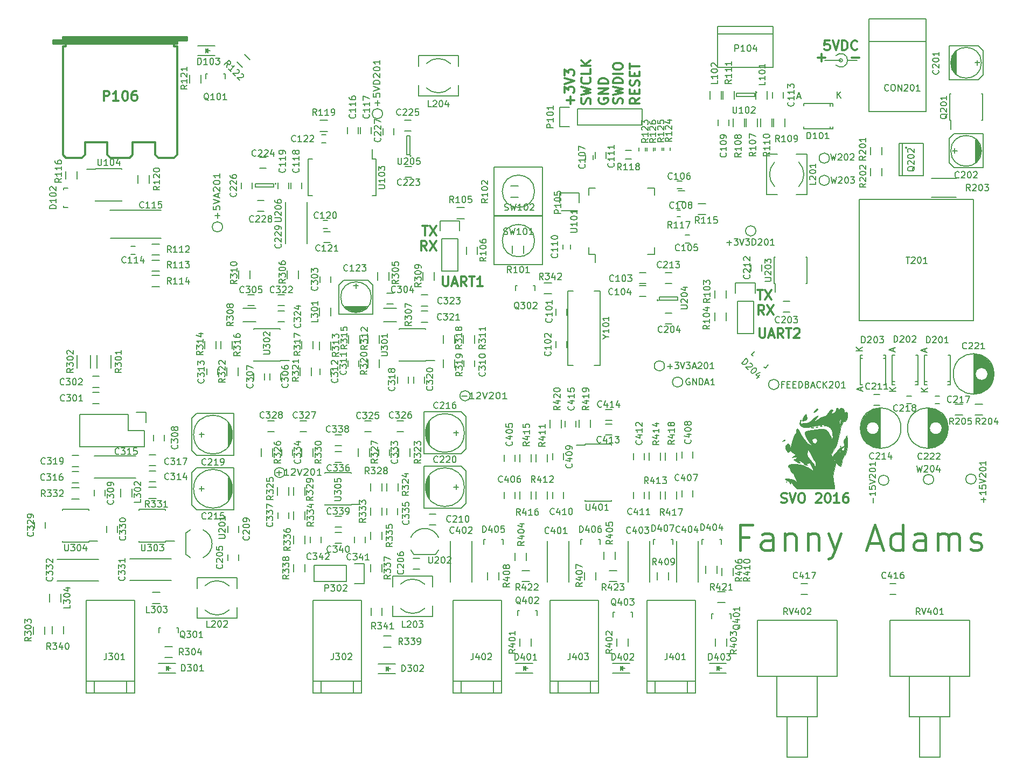
<source format=gbr>
G04 #@! TF.FileFunction,Legend,Top*
%FSLAX45Y45*%
G04 Gerber Fmt 4.5, Leading zero omitted, Abs format (unit mm)*
G04 Created by KiCad (PCBNEW 4.0.0-stable) date 12/22/2015 12:01:39 PM*
%MOMM*%
G01*
G04 APERTURE LIST*
%ADD10C,0.100000*%
%ADD11C,0.300000*%
%ADD12C,0.200000*%
%ADD13C,0.400000*%
%ADD14C,0.304800*%
%ADD15C,0.150000*%
%ADD16C,0.010000*%
G04 APERTURE END LIST*
D10*
D11*
X14395457Y-5446314D02*
X14509743Y-5446314D01*
X13862057Y-5446314D02*
X13976343Y-5446314D01*
X13919200Y-5503457D02*
X13919200Y-5389171D01*
X14045429Y-5175657D02*
X13974000Y-5175657D01*
X13966857Y-5247086D01*
X13974000Y-5239943D01*
X13988286Y-5232800D01*
X14024000Y-5232800D01*
X14038286Y-5239943D01*
X14045429Y-5247086D01*
X14052571Y-5261371D01*
X14052571Y-5297086D01*
X14045429Y-5311371D01*
X14038286Y-5318514D01*
X14024000Y-5325657D01*
X13988286Y-5325657D01*
X13974000Y-5318514D01*
X13966857Y-5311371D01*
X14095429Y-5175657D02*
X14145429Y-5325657D01*
X14195429Y-5175657D01*
X14245429Y-5325657D02*
X14245429Y-5175657D01*
X14281143Y-5175657D01*
X14302571Y-5182800D01*
X14316857Y-5197086D01*
X14324000Y-5211371D01*
X14331143Y-5239943D01*
X14331143Y-5261371D01*
X14324000Y-5289943D01*
X14316857Y-5304229D01*
X14302571Y-5318514D01*
X14281143Y-5325657D01*
X14245429Y-5325657D01*
X14481143Y-5311371D02*
X14474000Y-5318514D01*
X14452571Y-5325657D01*
X14438286Y-5325657D01*
X14416857Y-5318514D01*
X14402571Y-5304229D01*
X14395429Y-5289943D01*
X14388286Y-5261371D01*
X14388286Y-5239943D01*
X14395429Y-5211371D01*
X14402571Y-5197086D01*
X14416857Y-5182800D01*
X14438286Y-5175657D01*
X14452571Y-5175657D01*
X14474000Y-5182800D01*
X14481143Y-5189943D01*
D12*
X14325600Y-5486400D02*
X14478000Y-5486400D01*
X14224000Y-5486400D02*
X13970000Y-5486400D01*
X14249400Y-5486400D02*
G75*
G03X14249400Y-5486400I-25400J0D01*
G01*
X14147800Y-5562600D02*
G75*
G03X14147800Y-5410200I76200J76200D01*
G01*
D11*
X7969686Y-8884057D02*
X7969686Y-9005486D01*
X7976829Y-9019771D01*
X7983971Y-9026914D01*
X7998257Y-9034057D01*
X8026829Y-9034057D01*
X8041114Y-9026914D01*
X8048257Y-9019771D01*
X8055400Y-9005486D01*
X8055400Y-8884057D01*
X8119686Y-8991200D02*
X8191114Y-8991200D01*
X8105400Y-9034057D02*
X8155400Y-8884057D01*
X8205400Y-9034057D01*
X8341114Y-9034057D02*
X8291114Y-8962629D01*
X8255400Y-9034057D02*
X8255400Y-8884057D01*
X8312543Y-8884057D01*
X8326829Y-8891200D01*
X8333971Y-8898343D01*
X8341114Y-8912629D01*
X8341114Y-8934057D01*
X8333971Y-8948343D01*
X8326829Y-8955486D01*
X8312543Y-8962629D01*
X8255400Y-8962629D01*
X8383971Y-8884057D02*
X8469686Y-8884057D01*
X8426829Y-9034057D02*
X8426829Y-8884057D01*
X8598257Y-9034057D02*
X8512543Y-9034057D01*
X8555400Y-9034057D02*
X8555400Y-8884057D01*
X8541114Y-8905486D01*
X8526829Y-8919771D01*
X8512543Y-8926914D01*
X12948086Y-9696857D02*
X12948086Y-9818286D01*
X12955229Y-9832571D01*
X12962371Y-9839714D01*
X12976657Y-9846857D01*
X13005229Y-9846857D01*
X13019514Y-9839714D01*
X13026657Y-9832571D01*
X13033800Y-9818286D01*
X13033800Y-9696857D01*
X13098086Y-9804000D02*
X13169514Y-9804000D01*
X13083800Y-9846857D02*
X13133800Y-9696857D01*
X13183800Y-9846857D01*
X13319514Y-9846857D02*
X13269514Y-9775429D01*
X13233800Y-9846857D02*
X13233800Y-9696857D01*
X13290943Y-9696857D01*
X13305229Y-9704000D01*
X13312371Y-9711143D01*
X13319514Y-9725429D01*
X13319514Y-9746857D01*
X13312371Y-9761143D01*
X13305229Y-9768286D01*
X13290943Y-9775429D01*
X13233800Y-9775429D01*
X13362371Y-9696857D02*
X13448086Y-9696857D01*
X13405229Y-9846857D02*
X13405229Y-9696857D01*
X13490943Y-9711143D02*
X13498086Y-9704000D01*
X13512371Y-9696857D01*
X13548086Y-9696857D01*
X13562371Y-9704000D01*
X13569514Y-9711143D01*
X13576657Y-9725429D01*
X13576657Y-9739714D01*
X13569514Y-9761143D01*
X13483800Y-9846857D01*
X13576657Y-9846857D01*
X13289029Y-12430514D02*
X13310457Y-12437657D01*
X13346172Y-12437657D01*
X13360457Y-12430514D01*
X13367600Y-12423371D01*
X13374743Y-12409086D01*
X13374743Y-12394800D01*
X13367600Y-12380514D01*
X13360457Y-12373371D01*
X13346172Y-12366229D01*
X13317600Y-12359086D01*
X13303314Y-12351943D01*
X13296172Y-12344800D01*
X13289029Y-12330514D01*
X13289029Y-12316229D01*
X13296172Y-12301943D01*
X13303314Y-12294800D01*
X13317600Y-12287657D01*
X13353314Y-12287657D01*
X13374743Y-12294800D01*
X13417600Y-12287657D02*
X13467600Y-12437657D01*
X13517600Y-12287657D01*
X13596171Y-12287657D02*
X13624743Y-12287657D01*
X13639029Y-12294800D01*
X13653314Y-12309086D01*
X13660457Y-12337657D01*
X13660457Y-12387657D01*
X13653314Y-12416229D01*
X13639029Y-12430514D01*
X13624743Y-12437657D01*
X13596171Y-12437657D01*
X13581886Y-12430514D01*
X13567600Y-12416229D01*
X13560457Y-12387657D01*
X13560457Y-12337657D01*
X13567600Y-12309086D01*
X13581886Y-12294800D01*
X13596171Y-12287657D01*
X13831886Y-12301943D02*
X13839029Y-12294800D01*
X13853314Y-12287657D01*
X13889029Y-12287657D01*
X13903314Y-12294800D01*
X13910457Y-12301943D01*
X13917600Y-12316229D01*
X13917600Y-12330514D01*
X13910457Y-12351943D01*
X13824743Y-12437657D01*
X13917600Y-12437657D01*
X14010457Y-12287657D02*
X14024743Y-12287657D01*
X14039029Y-12294800D01*
X14046171Y-12301943D01*
X14053314Y-12316229D01*
X14060457Y-12344800D01*
X14060457Y-12380514D01*
X14053314Y-12409086D01*
X14046171Y-12423371D01*
X14039029Y-12430514D01*
X14024743Y-12437657D01*
X14010457Y-12437657D01*
X13996171Y-12430514D01*
X13989029Y-12423371D01*
X13981886Y-12409086D01*
X13974743Y-12380514D01*
X13974743Y-12344800D01*
X13981886Y-12316229D01*
X13989029Y-12301943D01*
X13996171Y-12294800D01*
X14010457Y-12287657D01*
X14203314Y-12437657D02*
X14117600Y-12437657D01*
X14160457Y-12437657D02*
X14160457Y-12287657D01*
X14146171Y-12309086D01*
X14131886Y-12323371D01*
X14117600Y-12330514D01*
X14331886Y-12287657D02*
X14303314Y-12287657D01*
X14289029Y-12294800D01*
X14281886Y-12301943D01*
X14267600Y-12323371D01*
X14260457Y-12351943D01*
X14260457Y-12409086D01*
X14267600Y-12423371D01*
X14274743Y-12430514D01*
X14289029Y-12437657D01*
X14317600Y-12437657D01*
X14331886Y-12430514D01*
X14339029Y-12423371D01*
X14346171Y-12409086D01*
X14346171Y-12373371D01*
X14339029Y-12359086D01*
X14331886Y-12351943D01*
X14317600Y-12344800D01*
X14289029Y-12344800D01*
X14274743Y-12351943D01*
X14267600Y-12359086D01*
X14260457Y-12373371D01*
D13*
X12776419Y-12976229D02*
X12643086Y-12976229D01*
X12643086Y-13185752D02*
X12643086Y-12785752D01*
X12833562Y-12785752D01*
X13157371Y-13185752D02*
X13157371Y-12976229D01*
X13138324Y-12938133D01*
X13100228Y-12919086D01*
X13024038Y-12919086D01*
X12985943Y-12938133D01*
X13157371Y-13166705D02*
X13119276Y-13185752D01*
X13024038Y-13185752D01*
X12985943Y-13166705D01*
X12966895Y-13128609D01*
X12966895Y-13090514D01*
X12985943Y-13052419D01*
X13024038Y-13033371D01*
X13119276Y-13033371D01*
X13157371Y-13014324D01*
X13347848Y-12919086D02*
X13347848Y-13185752D01*
X13347848Y-12957181D02*
X13366895Y-12938133D01*
X13404990Y-12919086D01*
X13462133Y-12919086D01*
X13500228Y-12938133D01*
X13519276Y-12976229D01*
X13519276Y-13185752D01*
X13709752Y-12919086D02*
X13709752Y-13185752D01*
X13709752Y-12957181D02*
X13728800Y-12938133D01*
X13766895Y-12919086D01*
X13824038Y-12919086D01*
X13862133Y-12938133D01*
X13881181Y-12976229D01*
X13881181Y-13185752D01*
X14033562Y-12919086D02*
X14128800Y-13185752D01*
X14224038Y-12919086D02*
X14128800Y-13185752D01*
X14090705Y-13280990D01*
X14071657Y-13300038D01*
X14033562Y-13319086D01*
X14662133Y-13071467D02*
X14852610Y-13071467D01*
X14624038Y-13185752D02*
X14757371Y-12785752D01*
X14890705Y-13185752D01*
X15195467Y-13185752D02*
X15195467Y-12785752D01*
X15195467Y-13166705D02*
X15157371Y-13185752D01*
X15081181Y-13185752D01*
X15043086Y-13166705D01*
X15024038Y-13147657D01*
X15004990Y-13109562D01*
X15004990Y-12995276D01*
X15024038Y-12957181D01*
X15043086Y-12938133D01*
X15081181Y-12919086D01*
X15157371Y-12919086D01*
X15195467Y-12938133D01*
X15557371Y-13185752D02*
X15557371Y-12976229D01*
X15538324Y-12938133D01*
X15500229Y-12919086D01*
X15424038Y-12919086D01*
X15385943Y-12938133D01*
X15557371Y-13166705D02*
X15519276Y-13185752D01*
X15424038Y-13185752D01*
X15385943Y-13166705D01*
X15366895Y-13128609D01*
X15366895Y-13090514D01*
X15385943Y-13052419D01*
X15424038Y-13033371D01*
X15519276Y-13033371D01*
X15557371Y-13014324D01*
X15747848Y-13185752D02*
X15747848Y-12919086D01*
X15747848Y-12957181D02*
X15766895Y-12938133D01*
X15804991Y-12919086D01*
X15862133Y-12919086D01*
X15900229Y-12938133D01*
X15919276Y-12976229D01*
X15919276Y-13185752D01*
X15919276Y-12976229D02*
X15938324Y-12938133D01*
X15976419Y-12919086D01*
X16033562Y-12919086D01*
X16071657Y-12938133D01*
X16090705Y-12976229D01*
X16090705Y-13185752D01*
X16262133Y-13166705D02*
X16300229Y-13185752D01*
X16376419Y-13185752D01*
X16414514Y-13166705D01*
X16433562Y-13128609D01*
X16433562Y-13109562D01*
X16414514Y-13071467D01*
X16376419Y-13052419D01*
X16319276Y-13052419D01*
X16281181Y-13033371D01*
X16262133Y-12995276D01*
X16262133Y-12976229D01*
X16281181Y-12938133D01*
X16319276Y-12919086D01*
X16376419Y-12919086D01*
X16414514Y-12938133D01*
D11*
X12911136Y-9094257D02*
X12996850Y-9094257D01*
X12953993Y-9244257D02*
X12953993Y-9094257D01*
X13032564Y-9094257D02*
X13132564Y-9244257D01*
X13132564Y-9094257D02*
X13032564Y-9244257D01*
X13018279Y-9484257D02*
X12968279Y-9412829D01*
X12932564Y-9484257D02*
X12932564Y-9334257D01*
X12989707Y-9334257D01*
X13003993Y-9341400D01*
X13011136Y-9348543D01*
X13018279Y-9362829D01*
X13018279Y-9384257D01*
X13011136Y-9398543D01*
X13003993Y-9405686D01*
X12989707Y-9412829D01*
X12932564Y-9412829D01*
X13068279Y-9334257D02*
X13168279Y-9484257D01*
X13168279Y-9334257D02*
X13068279Y-9484257D01*
X7643843Y-8084607D02*
X7729557Y-8084607D01*
X7686700Y-8234607D02*
X7686700Y-8084607D01*
X7765271Y-8084607D02*
X7865271Y-8234607D01*
X7865271Y-8084607D02*
X7765271Y-8234607D01*
X7715271Y-8474607D02*
X7665271Y-8403179D01*
X7629557Y-8474607D02*
X7629557Y-8324607D01*
X7686700Y-8324607D01*
X7700986Y-8331750D01*
X7708129Y-8338893D01*
X7715271Y-8353179D01*
X7715271Y-8374607D01*
X7708129Y-8388893D01*
X7700986Y-8396036D01*
X7686700Y-8403179D01*
X7629557Y-8403179D01*
X7765271Y-8324607D02*
X7865271Y-8474607D01*
X7865271Y-8324607D02*
X7765271Y-8474607D01*
X11059707Y-6078907D02*
X10988279Y-6128907D01*
X11059707Y-6164621D02*
X10909707Y-6164621D01*
X10909707Y-6107479D01*
X10916850Y-6093193D01*
X10923993Y-6086050D01*
X10938279Y-6078907D01*
X10959707Y-6078907D01*
X10973993Y-6086050D01*
X10981136Y-6093193D01*
X10988279Y-6107479D01*
X10988279Y-6164621D01*
X10981136Y-6014621D02*
X10981136Y-5964621D01*
X11059707Y-5943193D02*
X11059707Y-6014621D01*
X10909707Y-6014621D01*
X10909707Y-5943193D01*
X11052564Y-5886050D02*
X11059707Y-5864621D01*
X11059707Y-5828907D01*
X11052564Y-5814621D01*
X11045421Y-5807478D01*
X11031136Y-5800336D01*
X11016850Y-5800336D01*
X11002564Y-5807478D01*
X10995421Y-5814621D01*
X10988279Y-5828907D01*
X10981136Y-5857478D01*
X10973993Y-5871764D01*
X10966850Y-5878907D01*
X10952564Y-5886050D01*
X10938279Y-5886050D01*
X10923993Y-5878907D01*
X10916850Y-5871764D01*
X10909707Y-5857478D01*
X10909707Y-5821764D01*
X10916850Y-5800336D01*
X10981136Y-5736050D02*
X10981136Y-5686050D01*
X11059707Y-5664621D02*
X11059707Y-5736050D01*
X10909707Y-5736050D01*
X10909707Y-5664621D01*
X10909707Y-5621764D02*
X10909707Y-5536050D01*
X11059707Y-5578907D02*
X10909707Y-5578907D01*
X10785864Y-6166207D02*
X10793007Y-6144779D01*
X10793007Y-6109064D01*
X10785864Y-6094779D01*
X10778721Y-6087636D01*
X10764436Y-6080493D01*
X10750150Y-6080493D01*
X10735864Y-6087636D01*
X10728721Y-6094779D01*
X10721579Y-6109064D01*
X10714436Y-6137636D01*
X10707293Y-6151921D01*
X10700150Y-6159064D01*
X10685864Y-6166207D01*
X10671579Y-6166207D01*
X10657293Y-6159064D01*
X10650150Y-6151921D01*
X10643007Y-6137636D01*
X10643007Y-6101921D01*
X10650150Y-6080493D01*
X10643007Y-6030493D02*
X10793007Y-5994779D01*
X10685864Y-5966207D01*
X10793007Y-5937636D01*
X10643007Y-5901921D01*
X10793007Y-5844779D02*
X10643007Y-5844779D01*
X10643007Y-5809064D01*
X10650150Y-5787636D01*
X10664436Y-5773350D01*
X10678721Y-5766207D01*
X10707293Y-5759064D01*
X10728721Y-5759064D01*
X10757293Y-5766207D01*
X10771579Y-5773350D01*
X10785864Y-5787636D01*
X10793007Y-5809064D01*
X10793007Y-5844779D01*
X10793007Y-5694779D02*
X10643007Y-5694779D01*
X10643007Y-5594779D02*
X10643007Y-5566207D01*
X10650150Y-5551921D01*
X10664436Y-5537636D01*
X10693007Y-5530493D01*
X10743007Y-5530493D01*
X10771579Y-5537636D01*
X10785864Y-5551921D01*
X10793007Y-5566207D01*
X10793007Y-5594779D01*
X10785864Y-5609064D01*
X10771579Y-5623350D01*
X10743007Y-5630493D01*
X10693007Y-5630493D01*
X10664436Y-5623350D01*
X10650150Y-5609064D01*
X10643007Y-5594779D01*
X10421550Y-6083286D02*
X10414407Y-6097571D01*
X10414407Y-6119000D01*
X10421550Y-6140428D01*
X10435836Y-6154714D01*
X10450121Y-6161857D01*
X10478693Y-6169000D01*
X10500121Y-6169000D01*
X10528693Y-6161857D01*
X10542979Y-6154714D01*
X10557264Y-6140428D01*
X10564407Y-6119000D01*
X10564407Y-6104714D01*
X10557264Y-6083286D01*
X10550121Y-6076143D01*
X10500121Y-6076143D01*
X10500121Y-6104714D01*
X10564407Y-6011857D02*
X10414407Y-6011857D01*
X10564407Y-5926143D01*
X10414407Y-5926143D01*
X10564407Y-5854714D02*
X10414407Y-5854714D01*
X10414407Y-5819000D01*
X10421550Y-5797571D01*
X10435836Y-5783286D01*
X10450121Y-5776143D01*
X10478693Y-5769000D01*
X10500121Y-5769000D01*
X10528693Y-5776143D01*
X10542979Y-5783286D01*
X10557264Y-5797571D01*
X10564407Y-5819000D01*
X10564407Y-5854714D01*
X9973864Y-6169786D02*
X9973864Y-6055500D01*
X10031007Y-6112643D02*
X9916721Y-6112643D01*
X9881007Y-5998357D02*
X9881007Y-5905500D01*
X9938150Y-5955500D01*
X9938150Y-5934071D01*
X9945293Y-5919786D01*
X9952436Y-5912643D01*
X9966721Y-5905500D01*
X10002436Y-5905500D01*
X10016721Y-5912643D01*
X10023864Y-5919786D01*
X10031007Y-5934071D01*
X10031007Y-5976928D01*
X10023864Y-5991214D01*
X10016721Y-5998357D01*
X9881007Y-5862643D02*
X10031007Y-5812643D01*
X9881007Y-5762643D01*
X9881007Y-5726928D02*
X9881007Y-5634071D01*
X9938150Y-5684071D01*
X9938150Y-5662643D01*
X9945293Y-5648357D01*
X9952436Y-5641214D01*
X9966721Y-5634071D01*
X10002436Y-5634071D01*
X10016721Y-5641214D01*
X10023864Y-5648357D01*
X10031007Y-5662643D01*
X10031007Y-5705500D01*
X10023864Y-5719786D01*
X10016721Y-5726928D01*
X10284214Y-6168586D02*
X10291357Y-6147157D01*
X10291357Y-6111443D01*
X10284214Y-6097157D01*
X10277071Y-6090014D01*
X10262786Y-6082871D01*
X10248500Y-6082871D01*
X10234214Y-6090014D01*
X10227071Y-6097157D01*
X10219929Y-6111443D01*
X10212786Y-6140014D01*
X10205643Y-6154300D01*
X10198500Y-6161443D01*
X10184214Y-6168586D01*
X10169929Y-6168586D01*
X10155643Y-6161443D01*
X10148500Y-6154300D01*
X10141357Y-6140014D01*
X10141357Y-6104300D01*
X10148500Y-6082871D01*
X10141357Y-6032871D02*
X10291357Y-5997157D01*
X10184214Y-5968586D01*
X10291357Y-5940014D01*
X10141357Y-5904300D01*
X10277071Y-5761443D02*
X10284214Y-5768586D01*
X10291357Y-5790014D01*
X10291357Y-5804300D01*
X10284214Y-5825728D01*
X10269929Y-5840014D01*
X10255643Y-5847157D01*
X10227071Y-5854300D01*
X10205643Y-5854300D01*
X10177071Y-5847157D01*
X10162786Y-5840014D01*
X10148500Y-5825728D01*
X10141357Y-5804300D01*
X10141357Y-5790014D01*
X10148500Y-5768586D01*
X10155643Y-5761443D01*
X10291357Y-5625728D02*
X10291357Y-5697157D01*
X10141357Y-5697157D01*
X10291357Y-5575729D02*
X10141357Y-5575729D01*
X10291357Y-5490014D02*
X10205643Y-5554300D01*
X10141357Y-5490014D02*
X10227071Y-5575729D01*
D14*
X3795522Y-5195570D02*
X1845564Y-5195570D01*
X1995678Y-5170678D02*
X3795522Y-5170678D01*
X3945636Y-5145532D02*
X1995678Y-5145532D01*
X3795522Y-6970522D02*
X3795522Y-5270500D01*
X3795522Y-6970522D02*
X3745484Y-7020560D01*
X3745484Y-7020560D02*
X3495548Y-7020560D01*
X3495548Y-7020560D02*
X3445510Y-6970522D01*
X3445510Y-6970522D02*
X3445510Y-6770624D01*
X3445510Y-6770624D02*
X3095498Y-6770624D01*
X1995678Y-6970522D02*
X1995678Y-5270500D01*
X1995678Y-6970522D02*
X2045716Y-7020560D01*
X2045716Y-7020560D02*
X2245614Y-7020560D01*
X2245614Y-7020560D02*
X2295652Y-7020560D01*
X2295652Y-7020560D02*
X2345690Y-6970522D01*
X2345690Y-6970522D02*
X2345690Y-6770624D01*
X2345690Y-6770624D02*
X2695702Y-6770624D01*
X3045714Y-7020560D02*
X3095498Y-6970522D01*
X3095498Y-6970522D02*
X3095498Y-6770624D01*
X3045714Y-7020560D02*
X2745486Y-7020560D01*
X2745486Y-7020560D02*
X2695702Y-6970522D01*
X2695702Y-6970522D02*
X2695702Y-6770624D01*
X1845564Y-5170678D02*
X1995678Y-5170678D01*
X1995678Y-5170678D02*
X1995678Y-5120640D01*
X1995678Y-5120640D02*
X3945636Y-5120640D01*
X3945636Y-5170678D02*
X3795522Y-5170678D01*
X3795522Y-5170678D02*
X3795522Y-5220716D01*
X3795522Y-5220716D02*
X1845564Y-5220716D01*
X1995678Y-5270500D02*
X2045716Y-5270500D01*
X3795522Y-5270500D02*
X3745484Y-5270500D01*
X2045716Y-5220716D02*
X2045716Y-5270500D01*
X3745484Y-5270500D02*
X3745484Y-5220716D01*
X3945636Y-5120640D02*
X3945636Y-5170678D01*
X1845564Y-5220716D02*
X1845564Y-5170678D01*
D15*
X7379500Y-7324000D02*
X7479500Y-7324000D01*
X7479500Y-7154000D02*
X7379500Y-7154000D01*
X7977000Y-10308900D02*
X7977000Y-10188900D01*
X8152000Y-10188900D02*
X8152000Y-10308900D01*
X10206500Y-11518400D02*
X10206500Y-11529900D01*
X10621500Y-11518400D02*
X10621500Y-11529900D01*
X10621500Y-12408400D02*
X10621500Y-12396900D01*
X10206500Y-12408400D02*
X10206500Y-12396900D01*
X10206500Y-11518400D02*
X10621500Y-11518400D01*
X10206500Y-12408400D02*
X10621500Y-12408400D01*
X10206500Y-11529900D02*
X10069000Y-11529900D01*
X6650900Y-10298900D02*
X6650900Y-10198900D01*
X6480900Y-10198900D02*
X6480900Y-10298900D01*
X4903000Y-9343300D02*
X5003000Y-9343300D01*
X5003000Y-9173300D02*
X4903000Y-9173300D01*
X5476696Y-9166517D02*
X5376696Y-9166517D01*
X5376696Y-9336517D02*
X5476696Y-9336517D01*
X5476696Y-9420517D02*
X5376696Y-9420517D01*
X5376696Y-9590517D02*
X5476696Y-9590517D01*
X5627500Y-12315500D02*
X5627500Y-12195500D01*
X5802500Y-12195500D02*
X5802500Y-12315500D01*
X5119500Y-11706238D02*
X5119500Y-11586238D01*
X5294500Y-11586238D02*
X5294500Y-11706238D01*
X6834000Y-13014000D02*
X6834000Y-12894000D01*
X7009000Y-12894000D02*
X7009000Y-13014000D01*
X9916099Y-9493241D02*
X9916099Y-9393241D01*
X9746099Y-9393241D02*
X9746099Y-9493241D01*
X9746099Y-9901241D02*
X9746099Y-10001241D01*
X9916099Y-10001241D02*
X9916099Y-9901241D01*
X11062500Y-8994050D02*
X11162500Y-8994050D01*
X11162500Y-8824050D02*
X11062500Y-8824050D01*
X11062500Y-9197250D02*
X11162500Y-9197250D01*
X11162500Y-9027250D02*
X11062500Y-9027250D01*
X11772100Y-7535000D02*
X11672100Y-7535000D01*
X11672100Y-7705000D02*
X11772100Y-7705000D01*
X12297500Y-6414300D02*
X12297500Y-6514300D01*
X12467500Y-6514300D02*
X12467500Y-6414300D01*
X10367100Y-6928650D02*
X10367100Y-7028650D01*
X10537100Y-7028650D02*
X10537100Y-6928650D01*
X13318400Y-6082500D02*
X13318400Y-5982500D01*
X13148400Y-5982500D02*
X13148400Y-6082500D01*
X2742300Y-8284500D02*
X3542300Y-8284500D01*
X3542300Y-7844500D02*
X2732300Y-7844500D01*
X6467278Y-6540762D02*
X6467278Y-6640762D01*
X6637278Y-6640762D02*
X6637278Y-6540762D01*
X6670478Y-6540762D02*
X6670478Y-6640762D01*
X6840478Y-6640762D02*
X6840478Y-6540762D01*
X5579200Y-7404900D02*
X5579200Y-7504900D01*
X5749200Y-7504900D02*
X5749200Y-7404900D01*
X5376000Y-7404900D02*
X5376000Y-7504900D01*
X5546000Y-7504900D02*
X5546000Y-7404900D01*
X6086400Y-8004500D02*
X6156400Y-8004500D01*
X6156400Y-8124500D02*
X6086400Y-8124500D01*
X6196800Y-8182700D02*
X6096800Y-8182700D01*
X6096800Y-8352700D02*
X6196800Y-8352700D01*
X6061000Y-6658300D02*
X6131000Y-6658300D01*
X6131000Y-6778300D02*
X6061000Y-6778300D01*
X6540500Y-9436100D02*
X6680200Y-9436100D01*
X6515100Y-9423400D02*
X6692900Y-9423400D01*
X6477000Y-9410700D02*
X6731000Y-9410700D01*
X6743700Y-9398000D02*
X6464300Y-9398000D01*
X6451600Y-9385300D02*
X6756400Y-9385300D01*
X6769100Y-9372600D02*
X6438900Y-9372600D01*
X6426200Y-9359900D02*
X6781800Y-9359900D01*
X6337300Y-9474200D02*
X6337300Y-9017000D01*
X6337300Y-9017000D02*
X6413500Y-8940800D01*
X6413500Y-8940800D02*
X6794500Y-8940800D01*
X6794500Y-8940800D02*
X6870700Y-9017000D01*
X6870700Y-9017000D02*
X6870700Y-9474200D01*
X6870700Y-9474200D02*
X6337300Y-9474200D01*
X6604000Y-8991600D02*
X6604000Y-9067800D01*
X6565900Y-9029700D02*
X6642100Y-9029700D01*
X6845300Y-9207500D02*
G75*
G03X6845300Y-9207500I-241300J0D01*
G01*
X15963900Y-5461000D02*
X15963900Y-5600700D01*
X15976600Y-5435600D02*
X15976600Y-5613400D01*
X15989300Y-5397500D02*
X15989300Y-5651500D01*
X16002000Y-5664200D02*
X16002000Y-5384800D01*
X16014700Y-5372100D02*
X16014700Y-5676900D01*
X16027400Y-5689600D02*
X16027400Y-5359400D01*
X16040100Y-5346700D02*
X16040100Y-5702300D01*
X15925800Y-5257800D02*
X16383000Y-5257800D01*
X16383000Y-5257800D02*
X16459200Y-5334000D01*
X16459200Y-5334000D02*
X16459200Y-5715000D01*
X16459200Y-5715000D02*
X16383000Y-5791200D01*
X16383000Y-5791200D02*
X15925800Y-5791200D01*
X15925800Y-5791200D02*
X15925800Y-5257800D01*
X16408400Y-5524500D02*
X16332200Y-5524500D01*
X16370300Y-5486400D02*
X16370300Y-5562600D01*
X16433800Y-5524500D02*
G75*
G03X16433800Y-5524500I-241300J0D01*
G01*
X16421100Y-6972300D02*
X16421100Y-6832600D01*
X16408400Y-6997700D02*
X16408400Y-6819900D01*
X16395700Y-7035800D02*
X16395700Y-6781800D01*
X16383000Y-6769100D02*
X16383000Y-7048500D01*
X16370300Y-7061200D02*
X16370300Y-6756400D01*
X16357600Y-6743700D02*
X16357600Y-7073900D01*
X16344900Y-7086600D02*
X16344900Y-6731000D01*
X16459200Y-7175500D02*
X16002000Y-7175500D01*
X16002000Y-7175500D02*
X15925800Y-7099300D01*
X15925800Y-7099300D02*
X15925800Y-6718300D01*
X15925800Y-6718300D02*
X16002000Y-6642100D01*
X16002000Y-6642100D02*
X16459200Y-6642100D01*
X16459200Y-6642100D02*
X16459200Y-7175500D01*
X15976600Y-6908800D02*
X16052800Y-6908800D01*
X16014700Y-6946900D02*
X16014700Y-6870700D01*
X16433800Y-6908800D02*
G75*
G03X16433800Y-6908800I-241300J0D01*
G01*
X13318721Y-9440519D02*
X13418721Y-9440519D01*
X13418721Y-9270519D02*
X13318721Y-9270519D01*
X11563849Y-9459841D02*
X11463849Y-9459841D01*
X11463849Y-9629841D02*
X11563849Y-9629841D01*
X4588600Y-13246900D02*
X4588600Y-13346900D01*
X4758600Y-13346900D02*
X4758600Y-13246900D01*
X7606500Y-13313500D02*
X7506500Y-13313500D01*
X7506500Y-13483500D02*
X7606500Y-13483500D01*
X4758600Y-12902400D02*
X4758600Y-12802400D01*
X4588600Y-12802400D02*
X4588600Y-12902400D01*
X7860500Y-12615000D02*
X7760500Y-12615000D01*
X7760500Y-12785000D02*
X7860500Y-12785000D01*
X14839150Y-10735400D02*
X14739150Y-10735400D01*
X14739150Y-10905400D02*
X14839150Y-10905400D01*
X12983821Y-8795919D02*
X12983821Y-8695919D01*
X12813821Y-8695919D02*
X12813821Y-8795919D01*
X11563849Y-8824841D02*
X11463849Y-8824841D01*
X11463849Y-8994841D02*
X11563849Y-8994841D01*
X14843150Y-11579800D02*
X14843150Y-10950000D01*
X14829150Y-11579200D02*
X14829150Y-10950600D01*
X14815150Y-11577900D02*
X14815150Y-11309500D01*
X14815150Y-11220300D02*
X14815150Y-10951900D01*
X14801150Y-11576000D02*
X14801150Y-11330500D01*
X14801150Y-11199300D02*
X14801150Y-10953800D01*
X14787150Y-11573400D02*
X14787150Y-11343800D01*
X14787150Y-11186000D02*
X14787150Y-10956400D01*
X14773150Y-11570200D02*
X14773150Y-11352900D01*
X14773150Y-11176900D02*
X14773150Y-10959600D01*
X14759150Y-11566300D02*
X14759150Y-11359100D01*
X14759150Y-11170700D02*
X14759150Y-10963500D01*
X14745150Y-11561700D02*
X14745150Y-11363000D01*
X14745150Y-11166800D02*
X14745150Y-10968100D01*
X14731150Y-11556400D02*
X14731150Y-11364700D01*
X14731150Y-11165100D02*
X14731150Y-10973400D01*
X14717150Y-11550200D02*
X14717150Y-11364500D01*
X14717150Y-11165300D02*
X14717150Y-10979600D01*
X14703150Y-11543200D02*
X14703150Y-11362300D01*
X14703150Y-11167500D02*
X14703150Y-10986600D01*
X14689150Y-11535300D02*
X14689150Y-11358000D01*
X14689150Y-11171800D02*
X14689150Y-10994500D01*
X14675150Y-11526500D02*
X14675150Y-11351200D01*
X14675150Y-11178600D02*
X14675150Y-11003300D01*
X14661150Y-11516500D02*
X14661150Y-11341300D01*
X14661150Y-11188500D02*
X14661150Y-11013300D01*
X14647150Y-11505300D02*
X14647150Y-11326800D01*
X14647150Y-11203000D02*
X14647150Y-11024500D01*
X14633150Y-11492800D02*
X14633150Y-11302900D01*
X14633150Y-11226900D02*
X14633150Y-11037000D01*
X14619150Y-11478500D02*
X14619150Y-11051300D01*
X14605150Y-11462300D02*
X14605150Y-11067500D01*
X14591150Y-11443500D02*
X14591150Y-11086300D01*
X14577150Y-11421200D02*
X14577150Y-11108600D01*
X14563150Y-11393600D02*
X14563150Y-11136200D01*
X14549150Y-11356100D02*
X14549150Y-11173700D01*
X14825650Y-11264900D02*
G75*
G03X14825650Y-11264900I-100000J0D01*
G01*
X15169400Y-11264900D02*
G75*
G03X15169400Y-11264900I-318750J0D01*
G01*
X4648200Y-12293600D02*
X4648200Y-12141200D01*
X4635500Y-12103100D02*
X4635500Y-12331700D01*
X4622800Y-12357100D02*
X4622800Y-12077700D01*
X4610100Y-12052300D02*
X4610100Y-12382500D01*
X4597400Y-12395200D02*
X4597400Y-12039600D01*
X4686300Y-12547600D02*
X4686300Y-11887200D01*
X4686300Y-11887200D02*
X4102100Y-11887200D01*
X4102100Y-11887200D02*
X4025900Y-11963400D01*
X4025900Y-11963400D02*
X4025900Y-12471400D01*
X4025900Y-12471400D02*
X4102100Y-12547600D01*
X4102100Y-12547600D02*
X4686300Y-12547600D01*
X4140200Y-12217400D02*
X4216400Y-12217400D01*
X4178300Y-12255500D02*
X4178300Y-12179300D01*
X4660900Y-12217400D02*
G75*
G03X4660900Y-12217400I-304800J0D01*
G01*
X7708900Y-11264900D02*
X7708900Y-11417300D01*
X7721600Y-11455400D02*
X7721600Y-11226800D01*
X7734300Y-11201400D02*
X7734300Y-11480800D01*
X7747000Y-11506200D02*
X7747000Y-11176000D01*
X7759700Y-11163300D02*
X7759700Y-11518900D01*
X7670800Y-11010900D02*
X7670800Y-11671300D01*
X7670800Y-11671300D02*
X8255000Y-11671300D01*
X8255000Y-11671300D02*
X8331200Y-11595100D01*
X8331200Y-11595100D02*
X8331200Y-11087100D01*
X8331200Y-11087100D02*
X8255000Y-11010900D01*
X8255000Y-11010900D02*
X7670800Y-11010900D01*
X8216900Y-11341100D02*
X8140700Y-11341100D01*
X8178800Y-11303000D02*
X8178800Y-11379200D01*
X8305800Y-11341100D02*
G75*
G03X8305800Y-11341100I-304800J0D01*
G01*
X15776650Y-10880400D02*
X15706650Y-10880400D01*
X15706650Y-10760400D02*
X15776650Y-10760400D01*
X15262150Y-10760400D02*
X15332150Y-10760400D01*
X15332150Y-10880400D02*
X15262150Y-10880400D01*
X4648200Y-11442700D02*
X4648200Y-11290300D01*
X4635500Y-11252200D02*
X4635500Y-11480800D01*
X4622800Y-11506200D02*
X4622800Y-11226800D01*
X4610100Y-11201400D02*
X4610100Y-11531600D01*
X4597400Y-11544300D02*
X4597400Y-11188700D01*
X4686300Y-11696700D02*
X4686300Y-11036300D01*
X4686300Y-11036300D02*
X4102100Y-11036300D01*
X4102100Y-11036300D02*
X4025900Y-11112500D01*
X4025900Y-11112500D02*
X4025900Y-11620500D01*
X4025900Y-11620500D02*
X4102100Y-11696700D01*
X4102100Y-11696700D02*
X4686300Y-11696700D01*
X4140200Y-11366500D02*
X4216400Y-11366500D01*
X4178300Y-11404600D02*
X4178300Y-11328400D01*
X4660900Y-11366500D02*
G75*
G03X4660900Y-11366500I-304800J0D01*
G01*
X7708900Y-12115800D02*
X7708900Y-12268200D01*
X7721600Y-12306300D02*
X7721600Y-12077700D01*
X7734300Y-12052300D02*
X7734300Y-12331700D01*
X7747000Y-12357100D02*
X7747000Y-12026900D01*
X7759700Y-12014200D02*
X7759700Y-12369800D01*
X7670800Y-11861800D02*
X7670800Y-12522200D01*
X7670800Y-12522200D02*
X8255000Y-12522200D01*
X8255000Y-12522200D02*
X8331200Y-12446000D01*
X8331200Y-12446000D02*
X8331200Y-11938000D01*
X8331200Y-11938000D02*
X8255000Y-11861800D01*
X8255000Y-11861800D02*
X7670800Y-11861800D01*
X8216900Y-12192000D02*
X8140700Y-12192000D01*
X8178800Y-12153900D02*
X8178800Y-12230100D01*
X8305800Y-12192000D02*
G75*
G03X8305800Y-12192000I-304800J0D01*
G01*
X16318650Y-10099100D02*
X16318650Y-10728900D01*
X16332650Y-10099700D02*
X16332650Y-10728300D01*
X16346650Y-10101000D02*
X16346650Y-10369400D01*
X16346650Y-10458600D02*
X16346650Y-10727000D01*
X16360650Y-10102900D02*
X16360650Y-10348400D01*
X16360650Y-10479600D02*
X16360650Y-10725100D01*
X16374650Y-10105500D02*
X16374650Y-10335100D01*
X16374650Y-10492900D02*
X16374650Y-10722500D01*
X16388650Y-10108700D02*
X16388650Y-10326000D01*
X16388650Y-10502000D02*
X16388650Y-10719300D01*
X16402650Y-10112600D02*
X16402650Y-10319800D01*
X16402650Y-10508200D02*
X16402650Y-10715400D01*
X16416650Y-10117200D02*
X16416650Y-10315900D01*
X16416650Y-10512100D02*
X16416650Y-10710800D01*
X16430650Y-10122500D02*
X16430650Y-10314200D01*
X16430650Y-10513800D02*
X16430650Y-10705500D01*
X16444650Y-10128700D02*
X16444650Y-10314400D01*
X16444650Y-10513600D02*
X16444650Y-10699300D01*
X16458650Y-10135700D02*
X16458650Y-10316600D01*
X16458650Y-10511400D02*
X16458650Y-10692300D01*
X16472650Y-10143600D02*
X16472650Y-10320900D01*
X16472650Y-10507100D02*
X16472650Y-10684400D01*
X16486650Y-10152400D02*
X16486650Y-10327700D01*
X16486650Y-10500300D02*
X16486650Y-10675600D01*
X16500650Y-10162400D02*
X16500650Y-10337600D01*
X16500650Y-10490400D02*
X16500650Y-10665600D01*
X16514650Y-10173600D02*
X16514650Y-10352100D01*
X16514650Y-10475900D02*
X16514650Y-10654400D01*
X16528650Y-10186100D02*
X16528650Y-10376000D01*
X16528650Y-10452000D02*
X16528650Y-10641900D01*
X16542650Y-10200400D02*
X16542650Y-10627600D01*
X16556650Y-10216600D02*
X16556650Y-10611400D01*
X16570650Y-10235400D02*
X16570650Y-10592600D01*
X16584650Y-10257700D02*
X16584650Y-10570300D01*
X16598650Y-10285300D02*
X16598650Y-10542700D01*
X16612650Y-10322800D02*
X16612650Y-10505200D01*
X16536150Y-10414000D02*
G75*
G03X16536150Y-10414000I-100000J0D01*
G01*
X16629900Y-10414000D02*
G75*
G03X16629900Y-10414000I-318750J0D01*
G01*
X15598750Y-10950000D02*
X15598750Y-11579800D01*
X15612750Y-10950600D02*
X15612750Y-11579200D01*
X15626750Y-10951900D02*
X15626750Y-11220300D01*
X15626750Y-11309500D02*
X15626750Y-11577900D01*
X15640750Y-10953800D02*
X15640750Y-11199300D01*
X15640750Y-11330500D02*
X15640750Y-11576000D01*
X15654750Y-10956400D02*
X15654750Y-11186000D01*
X15654750Y-11343800D02*
X15654750Y-11573400D01*
X15668750Y-10959600D02*
X15668750Y-11176900D01*
X15668750Y-11352900D02*
X15668750Y-11570200D01*
X15682750Y-10963500D02*
X15682750Y-11170700D01*
X15682750Y-11359100D02*
X15682750Y-11566300D01*
X15696750Y-10968100D02*
X15696750Y-11166800D01*
X15696750Y-11363000D02*
X15696750Y-11561700D01*
X15710750Y-10973400D02*
X15710750Y-11165100D01*
X15710750Y-11364700D02*
X15710750Y-11556400D01*
X15724750Y-10979600D02*
X15724750Y-11165300D01*
X15724750Y-11364500D02*
X15724750Y-11550200D01*
X15738750Y-10986600D02*
X15738750Y-11167500D01*
X15738750Y-11362300D02*
X15738750Y-11543200D01*
X15752750Y-10994500D02*
X15752750Y-11171800D01*
X15752750Y-11358000D02*
X15752750Y-11535300D01*
X15766750Y-11003300D02*
X15766750Y-11178600D01*
X15766750Y-11351200D02*
X15766750Y-11526500D01*
X15780750Y-11013300D02*
X15780750Y-11188500D01*
X15780750Y-11341300D02*
X15780750Y-11516500D01*
X15794750Y-11024500D02*
X15794750Y-11203000D01*
X15794750Y-11326800D02*
X15794750Y-11505300D01*
X15808750Y-11037000D02*
X15808750Y-11226900D01*
X15808750Y-11302900D02*
X15808750Y-11492800D01*
X15822750Y-11051300D02*
X15822750Y-11478500D01*
X15836750Y-11067500D02*
X15836750Y-11462300D01*
X15850750Y-11086300D02*
X15850750Y-11443500D01*
X15864750Y-11108600D02*
X15864750Y-11421200D01*
X15878750Y-11136200D02*
X15878750Y-11393600D01*
X15892750Y-11173700D02*
X15892750Y-11356100D01*
X15816250Y-11264900D02*
G75*
G03X15816250Y-11264900I-100000J0D01*
G01*
X15910000Y-11264900D02*
G75*
G03X15910000Y-11264900I-318750J0D01*
G01*
X5092795Y-7184300D02*
X5192795Y-7184300D01*
X5192795Y-7014300D02*
X5092795Y-7014300D01*
X7466800Y-6430100D02*
X7366800Y-6430100D01*
X7366800Y-6600100D02*
X7466800Y-6600100D01*
X4803795Y-7404846D02*
X4803795Y-7504846D01*
X4973795Y-7504846D02*
X4973795Y-7404846D01*
X7027000Y-6554000D02*
X7027000Y-6654000D01*
X7197000Y-6654000D02*
X7197000Y-6554000D01*
X5054695Y-7857346D02*
X5154695Y-7857346D01*
X5154695Y-7687346D02*
X5054695Y-7687346D01*
X5494200Y-8364500D02*
X5494200Y-7714500D01*
X5834200Y-8364500D02*
X5834200Y-7714500D01*
X2464403Y-10876446D02*
X2564403Y-10876446D01*
X2564403Y-10706446D02*
X2464403Y-10706446D01*
X2464403Y-10622446D02*
X2564403Y-10622446D01*
X2564403Y-10452446D02*
X2464403Y-10452446D01*
X6036400Y-8878100D02*
X6036400Y-8978100D01*
X6206400Y-8978100D02*
X6206400Y-8878100D01*
X7087400Y-9317900D02*
X7187400Y-9317900D01*
X7187400Y-9147900D02*
X7087400Y-9147900D01*
X5420040Y-10504376D02*
X5420040Y-10404376D01*
X5250040Y-10404376D02*
X5250040Y-10504376D01*
X5166040Y-10504376D02*
X5166040Y-10404376D01*
X4996040Y-10404376D02*
X4996040Y-10504376D01*
X3420200Y-11367300D02*
X3420200Y-11467300D01*
X3590200Y-11467300D02*
X3590200Y-11367300D01*
X2493100Y-12230900D02*
X2493100Y-12330900D01*
X2663100Y-12330900D02*
X2663100Y-12230900D01*
X8467000Y-10298900D02*
X8467000Y-10198900D01*
X8297000Y-10198900D02*
X8297000Y-10298900D01*
X6036400Y-10325900D02*
X6036400Y-10425900D01*
X6206400Y-10425900D02*
X6206400Y-10325900D01*
X4428400Y-10425900D02*
X4428400Y-10325900D01*
X4258400Y-10325900D02*
X4258400Y-10425900D01*
X3453600Y-11941900D02*
X3353600Y-11941900D01*
X3353600Y-12111900D02*
X3453600Y-12111900D01*
X2494000Y-11704500D02*
X3144000Y-11704500D01*
X2494000Y-12044500D02*
X3144000Y-12044500D01*
X2146903Y-12121046D02*
X2246903Y-12121046D01*
X2246903Y-11951046D02*
X2146903Y-11951046D01*
X3453600Y-11687900D02*
X3353600Y-11687900D01*
X3353600Y-11857900D02*
X3453600Y-11857900D01*
X7427384Y-10557175D02*
X7427384Y-10457175D01*
X7257384Y-10457175D02*
X7257384Y-10557175D01*
X2146903Y-11867046D02*
X2246903Y-11867046D01*
X2246903Y-11697046D02*
X2146903Y-11697046D01*
X7681384Y-10557175D02*
X7681384Y-10457175D01*
X7511384Y-10457175D02*
X7511384Y-10557175D01*
X7731728Y-9427638D02*
X7631728Y-9427638D01*
X7631728Y-9597638D02*
X7731728Y-9597638D01*
X7731728Y-9173638D02*
X7631728Y-9173638D01*
X7631728Y-9343638D02*
X7731728Y-9343638D01*
X6844500Y-11154500D02*
X6744500Y-11154500D01*
X6744500Y-11324500D02*
X6844500Y-11324500D01*
X7352500Y-11154500D02*
X7252500Y-11154500D01*
X7252500Y-11324500D02*
X7352500Y-11324500D01*
X5828500Y-11154500D02*
X5728500Y-11154500D01*
X5728500Y-11324500D02*
X5828500Y-11324500D01*
X5320500Y-11154500D02*
X5220500Y-11154500D01*
X5220500Y-11324500D02*
X5320500Y-11324500D01*
X1723300Y-12838900D02*
X1723300Y-12738900D01*
X1553300Y-12738900D02*
X1553300Y-12838900D01*
X2853600Y-12902400D02*
X2853600Y-12802400D01*
X2683600Y-12802400D02*
X2683600Y-12902400D01*
X3703600Y-13657400D02*
X3053600Y-13657400D01*
X3703600Y-13317400D02*
X3053600Y-13317400D01*
X2560403Y-13666546D02*
X1910403Y-13666546D01*
X2560403Y-13326546D02*
X1910403Y-13326546D01*
X7133500Y-11696238D02*
X7133500Y-11596238D01*
X6963500Y-11596238D02*
X6963500Y-11696238D01*
X5609500Y-11696238D02*
X5609500Y-11596238D01*
X5439500Y-11596238D02*
X5439500Y-11696238D01*
X7090500Y-12523000D02*
X7090500Y-12623000D01*
X7260500Y-12623000D02*
X7260500Y-12523000D01*
X6272828Y-11807100D02*
X6372828Y-11807100D01*
X6372828Y-11637100D02*
X6272828Y-11637100D01*
X5376000Y-12586500D02*
X5376000Y-12686500D01*
X5546000Y-12686500D02*
X5546000Y-12586500D01*
X6272828Y-11540738D02*
X6372828Y-11540738D01*
X6372828Y-11370738D02*
X6272828Y-11370738D01*
X6372828Y-12653100D02*
X6272828Y-12653100D01*
X6272828Y-12823100D02*
X6372828Y-12823100D01*
X6372828Y-12907100D02*
X6272828Y-12907100D01*
X6272828Y-13077100D02*
X6372828Y-13077100D01*
X6752500Y-13067500D02*
X6752500Y-12967500D01*
X6582500Y-12967500D02*
X6582500Y-13067500D01*
X6054000Y-13067500D02*
X6054000Y-12967500D01*
X5884000Y-12967500D02*
X5884000Y-13067500D01*
X9949000Y-13035000D02*
X9949000Y-13685000D01*
X9609000Y-13035000D02*
X9609000Y-13685000D01*
X8425000Y-13035000D02*
X8425000Y-13685000D01*
X8085000Y-13035000D02*
X8085000Y-13685000D01*
X11219000Y-13035000D02*
X11219000Y-13685000D01*
X10879000Y-13035000D02*
X10879000Y-13685000D01*
X11981000Y-13035000D02*
X11981000Y-13685000D01*
X11641000Y-13035000D02*
X11641000Y-13685000D01*
X8932000Y-11684800D02*
X8932000Y-11784800D01*
X9102000Y-11784800D02*
X9102000Y-11684800D01*
X9102000Y-12369000D02*
X9102000Y-12269000D01*
X8932000Y-12269000D02*
X8932000Y-12369000D01*
X11896000Y-12342000D02*
X11896000Y-12242000D01*
X11726000Y-12242000D02*
X11726000Y-12342000D01*
X11726000Y-11634000D02*
X11726000Y-11734000D01*
X11896000Y-11734000D02*
X11896000Y-11634000D01*
X9694000Y-11659400D02*
X9694000Y-11759400D01*
X9864000Y-11759400D02*
X9864000Y-11659400D01*
X9864000Y-12369000D02*
X9864000Y-12269000D01*
X9694000Y-12269000D02*
X9694000Y-12369000D01*
X11134000Y-12369000D02*
X11134000Y-12269000D01*
X10964000Y-12269000D02*
X10964000Y-12369000D01*
X10964000Y-11659400D02*
X10964000Y-11759400D01*
X11134000Y-11759400D02*
X11134000Y-11659400D01*
X10526322Y-11373709D02*
X10626322Y-11373709D01*
X10626322Y-11203709D02*
X10526322Y-11203709D01*
X10626322Y-10975109D02*
X10526322Y-10975109D01*
X10526322Y-11145109D02*
X10626322Y-11145109D01*
X10058346Y-11247943D02*
X10058346Y-11147943D01*
X9888346Y-11147943D02*
X9888346Y-11247943D01*
X15093150Y-13707200D02*
X14993150Y-13707200D01*
X14993150Y-13877200D02*
X15093150Y-13877200D01*
X13702500Y-13707200D02*
X13602500Y-13707200D01*
X13602500Y-13877200D02*
X13702500Y-13877200D01*
X15563088Y-5187950D02*
X14662912Y-5187950D01*
X15563088Y-4837938D02*
X14662912Y-4837938D01*
X14662912Y-4837938D02*
X14662912Y-6288024D01*
X14662912Y-6288024D02*
X15563088Y-6288024D01*
X15563088Y-6288024D02*
X15563088Y-4837938D01*
X14099032Y-6182700D02*
X14099032Y-6202680D01*
X14053328Y-6187700D02*
X14053328Y-6202600D01*
X13638784Y-6182700D02*
X13638784Y-6197600D01*
X14098524Y-6542700D02*
X14098524Y-6527800D01*
X14053328Y-6542700D02*
X14053328Y-6527800D01*
X13638276Y-6542700D02*
X13638276Y-6527800D01*
X14053328Y-6167802D02*
X14053328Y-6187614D01*
X14053328Y-6562598D02*
X14053328Y-6542786D01*
X13638784Y-6163056D02*
X13638784Y-6182868D01*
X14099032Y-6163056D02*
X13638784Y-6163056D01*
X14099032Y-6163056D02*
X14099032Y-6182868D01*
X14098524Y-6562598D02*
X14098524Y-6542786D01*
X14098524Y-6562598D02*
X13638276Y-6562598D01*
X13638276Y-6562598D02*
X13638276Y-6542786D01*
X2005076Y-7515484D02*
X2005076Y-7520310D01*
X2075180Y-7795382D02*
X2005076Y-7795382D01*
X2005076Y-7795382D02*
X2005076Y-7770490D01*
X2005076Y-7515484D02*
X2005076Y-7495418D01*
X2005076Y-7495418D02*
X2075180Y-7495418D01*
X4119900Y-5409000D02*
X4389900Y-5409000D01*
X4119900Y-5259000D02*
X4389900Y-5259000D01*
X4269900Y-5349000D02*
X4269900Y-5324000D01*
X4269900Y-5324000D02*
X4254900Y-5339000D01*
X4244900Y-5299000D02*
X4244900Y-5369000D01*
X4279900Y-5334000D02*
X4314900Y-5334000D01*
X4244900Y-5334000D02*
X4279900Y-5299000D01*
X4279900Y-5299000D02*
X4279900Y-5369000D01*
X4279900Y-5369000D02*
X4244900Y-5334000D01*
X15921650Y-10581132D02*
X15901670Y-10581132D01*
X15916650Y-10535428D02*
X15901750Y-10535428D01*
X15921650Y-10120884D02*
X15906750Y-10120884D01*
X15561650Y-10580624D02*
X15576550Y-10580624D01*
X15561650Y-10535428D02*
X15576550Y-10535428D01*
X15561650Y-10120376D02*
X15576550Y-10120376D01*
X15936548Y-10535428D02*
X15916736Y-10535428D01*
X15541752Y-10535428D02*
X15561564Y-10535428D01*
X15941294Y-10120884D02*
X15921482Y-10120884D01*
X15941294Y-10581132D02*
X15941294Y-10120884D01*
X15941294Y-10581132D02*
X15921482Y-10581132D01*
X15541752Y-10580624D02*
X15561564Y-10580624D01*
X15541752Y-10580624D02*
X15541752Y-10120376D01*
X15541752Y-10120376D02*
X15561564Y-10120376D01*
X14545650Y-10119868D02*
X14565630Y-10119868D01*
X14550650Y-10165572D02*
X14565550Y-10165572D01*
X14545650Y-10580116D02*
X14560550Y-10580116D01*
X14905650Y-10120376D02*
X14890750Y-10120376D01*
X14905650Y-10165572D02*
X14890750Y-10165572D01*
X14905650Y-10580624D02*
X14890750Y-10580624D01*
X14530752Y-10165572D02*
X14550564Y-10165572D01*
X14925548Y-10165572D02*
X14905736Y-10165572D01*
X14526006Y-10580116D02*
X14545818Y-10580116D01*
X14526006Y-10119868D02*
X14526006Y-10580116D01*
X14526006Y-10119868D02*
X14545818Y-10119868D01*
X14925548Y-10120376D02*
X14905736Y-10120376D01*
X14925548Y-10120376D02*
X14925548Y-10580624D01*
X14925548Y-10580624D02*
X14905736Y-10580624D01*
X15413650Y-10581132D02*
X15393670Y-10581132D01*
X15408650Y-10535428D02*
X15393750Y-10535428D01*
X15413650Y-10120884D02*
X15398750Y-10120884D01*
X15053650Y-10580624D02*
X15068550Y-10580624D01*
X15053650Y-10535428D02*
X15068550Y-10535428D01*
X15053650Y-10120376D02*
X15068550Y-10120376D01*
X15428548Y-10535428D02*
X15408736Y-10535428D01*
X15033752Y-10535428D02*
X15053564Y-10535428D01*
X15433294Y-10120884D02*
X15413482Y-10120884D01*
X15433294Y-10581132D02*
X15433294Y-10120884D01*
X15433294Y-10581132D02*
X15413482Y-10581132D01*
X15033752Y-10580624D02*
X15053564Y-10580624D01*
X15033752Y-10580624D02*
X15033752Y-10120376D01*
X15033752Y-10120376D02*
X15053564Y-10120376D01*
X12837967Y-10125054D02*
X12841380Y-10128467D01*
X13085456Y-10273401D02*
X13035885Y-10322972D01*
X13035885Y-10322972D02*
X13018284Y-10305371D01*
X12837967Y-10125054D02*
X12823778Y-10110865D01*
X12823778Y-10110865D02*
X12873349Y-10061294D01*
X3497600Y-15111800D02*
X3767600Y-15111800D01*
X3497600Y-14961800D02*
X3767600Y-14961800D01*
X3647600Y-15051800D02*
X3647600Y-15026800D01*
X3647600Y-15026800D02*
X3632600Y-15041800D01*
X3622600Y-15001800D02*
X3622600Y-15071800D01*
X3657600Y-15036800D02*
X3692600Y-15036800D01*
X3622600Y-15036800D02*
X3657600Y-15001800D01*
X3657600Y-15001800D02*
X3657600Y-15071800D01*
X3657600Y-15071800D02*
X3622600Y-15036800D01*
X6952000Y-15121198D02*
X7222000Y-15121198D01*
X6952000Y-14971198D02*
X7222000Y-14971198D01*
X7102000Y-15061198D02*
X7102000Y-15036198D01*
X7102000Y-15036198D02*
X7087000Y-15051198D01*
X7077000Y-15011198D02*
X7077000Y-15081198D01*
X7112000Y-15046198D02*
X7147000Y-15046198D01*
X7077000Y-15046198D02*
X7112000Y-15011198D01*
X7112000Y-15011198D02*
X7112000Y-15081198D01*
X7112000Y-15081198D02*
X7077000Y-15046198D01*
X9111000Y-15111800D02*
X9381000Y-15111800D01*
X9111000Y-14961800D02*
X9381000Y-14961800D01*
X9261000Y-15051800D02*
X9261000Y-15026800D01*
X9261000Y-15026800D02*
X9246000Y-15041800D01*
X9236000Y-15001800D02*
X9236000Y-15071800D01*
X9271000Y-15036800D02*
X9306000Y-15036800D01*
X9236000Y-15036800D02*
X9271000Y-15001800D01*
X9271000Y-15001800D02*
X9271000Y-15071800D01*
X9271000Y-15071800D02*
X9236000Y-15036800D01*
X10635000Y-15111800D02*
X10905000Y-15111800D01*
X10635000Y-14961800D02*
X10905000Y-14961800D01*
X10785000Y-15051800D02*
X10785000Y-15026800D01*
X10785000Y-15026800D02*
X10770000Y-15041800D01*
X10760000Y-15001800D02*
X10760000Y-15071800D01*
X10795000Y-15036800D02*
X10830000Y-15036800D01*
X10760000Y-15036800D02*
X10795000Y-15001800D01*
X10795000Y-15001800D02*
X10795000Y-15071800D01*
X10795000Y-15071800D02*
X10760000Y-15036800D01*
X12155698Y-15111800D02*
X12425698Y-15111800D01*
X12155698Y-14961800D02*
X12425698Y-14961800D01*
X12305698Y-15051800D02*
X12305698Y-15026800D01*
X12305698Y-15026800D02*
X12290698Y-15041800D01*
X12280698Y-15001800D02*
X12280698Y-15071800D01*
X12315698Y-15036800D02*
X12350698Y-15036800D01*
X12280698Y-15036800D02*
X12315698Y-15001800D01*
X12315698Y-15001800D02*
X12315698Y-15071800D01*
X12315698Y-15071800D02*
X12280698Y-15036800D01*
X12321916Y-13015976D02*
X12317090Y-13015976D01*
X12042018Y-13086080D02*
X12042018Y-13015976D01*
X12042018Y-13015976D02*
X12066910Y-13015976D01*
X12321916Y-13015976D02*
X12341982Y-13015976D01*
X12341982Y-13015976D02*
X12341982Y-13086080D01*
X8892916Y-13015976D02*
X8888090Y-13015976D01*
X8613018Y-13086080D02*
X8613018Y-13015976D01*
X8613018Y-13015976D02*
X8637910Y-13015976D01*
X8892916Y-13015976D02*
X8912982Y-13015976D01*
X8912982Y-13015976D02*
X8912982Y-13086080D01*
X10416916Y-13015976D02*
X10412090Y-13015976D01*
X10137018Y-13086080D02*
X10137018Y-13015976D01*
X10137018Y-13015976D02*
X10161910Y-13015976D01*
X10416916Y-13015976D02*
X10436982Y-13015976D01*
X10436982Y-13015976D02*
X10436982Y-13086080D01*
X11559916Y-13015976D02*
X11555090Y-13015976D01*
X11280018Y-13086080D02*
X11280018Y-13015976D01*
X11280018Y-13015976D02*
X11304910Y-13015976D01*
X11559916Y-13015976D02*
X11579982Y-13015976D01*
X11579982Y-13015976D02*
X11579982Y-13086080D01*
X13066900Y-5972500D02*
X13066900Y-6092500D01*
X12891900Y-6092500D02*
X12891900Y-5972500D01*
X12168000Y-6092500D02*
X12168000Y-5972500D01*
X12343000Y-5972500D02*
X12343000Y-6092500D01*
X13563600Y-7467600D02*
G75*
G03X13563600Y-7086600I-190500J190500D01*
G01*
X13182600Y-7086600D02*
G75*
G03X13182600Y-7467600I190500J-190500D01*
G01*
X13058100Y-7592100D02*
X13223100Y-7592100D01*
X13688100Y-7592100D02*
X13523100Y-7592100D01*
X13058100Y-6962100D02*
X13223100Y-6962100D01*
X13688100Y-6962100D02*
X13523100Y-6962100D01*
X13688100Y-6962100D02*
X13688100Y-7592100D01*
X13058100Y-6962100D02*
X13058100Y-7592100D01*
X4229100Y-14122400D02*
G75*
G03X4610100Y-14122400I190500J190500D01*
G01*
X4610100Y-13741400D02*
G75*
G03X4229100Y-13741400I-190500J-190500D01*
G01*
X4104600Y-13616900D02*
X4104600Y-13781900D01*
X4104600Y-14246900D02*
X4104600Y-14081900D01*
X4734600Y-13616900D02*
X4734600Y-13781900D01*
X4734600Y-14246900D02*
X4734600Y-14081900D01*
X4734600Y-14246900D02*
X4104600Y-14246900D01*
X4734600Y-13616900D02*
X4104600Y-13616900D01*
X7302500Y-14097000D02*
G75*
G03X7683500Y-14097000I190500J190500D01*
G01*
X7683500Y-13716000D02*
G75*
G03X7302500Y-13716000I-190500J-190500D01*
G01*
X7178000Y-13591500D02*
X7178000Y-13756500D01*
X7178000Y-14221500D02*
X7178000Y-14056500D01*
X7808000Y-13591500D02*
X7808000Y-13756500D01*
X7808000Y-14221500D02*
X7808000Y-14056500D01*
X7808000Y-14221500D02*
X7178000Y-14221500D01*
X7808000Y-13591500D02*
X7178000Y-13591500D01*
X7708900Y-5918200D02*
G75*
G03X8089900Y-5918200I190500J190500D01*
G01*
X8089900Y-5537200D02*
G75*
G03X7708900Y-5537200I-190500J-190500D01*
G01*
X7584400Y-5412700D02*
X7584400Y-5577700D01*
X7584400Y-6042700D02*
X7584400Y-5877700D01*
X8214400Y-5412700D02*
X8214400Y-5577700D01*
X8214400Y-6042700D02*
X8214400Y-5877700D01*
X8214400Y-6042700D02*
X7584400Y-6042700D01*
X8214400Y-5412700D02*
X7584400Y-5412700D01*
X6208900Y-9376100D02*
X6208900Y-9496100D01*
X6033900Y-9496100D02*
X6033900Y-9376100D01*
X3084700Y-12220900D02*
X3084700Y-12340900D01*
X2909700Y-12340900D02*
X2909700Y-12220900D01*
X3407100Y-13844400D02*
X3527100Y-13844400D01*
X3527100Y-14019400D02*
X3407100Y-14019400D01*
X1792100Y-13991900D02*
X1792100Y-13871900D01*
X1967100Y-13871900D02*
X1967100Y-13991900D01*
X9956800Y-6530400D02*
X9801800Y-6530400D01*
X9801800Y-6530400D02*
X9801800Y-6220400D01*
X9801800Y-6220400D02*
X9956800Y-6220400D01*
X10083800Y-6248400D02*
X11099800Y-6248400D01*
X11099800Y-6248400D02*
X11099800Y-6502400D01*
X11099800Y-6502400D02*
X10083800Y-6502400D01*
X10083800Y-6248400D02*
X10083800Y-6502400D01*
X12596033Y-9269550D02*
X12596033Y-9777550D01*
X12596033Y-9777550D02*
X12850033Y-9777550D01*
X12850033Y-9777550D02*
X12850033Y-9269550D01*
X12878033Y-8987550D02*
X12878033Y-9142550D01*
X12850033Y-9269550D02*
X12596033Y-9269550D01*
X12568033Y-9142550D02*
X12568033Y-8987550D01*
X12568033Y-8987550D02*
X12878033Y-8987550D01*
X7950200Y-8293100D02*
X7950200Y-8801100D01*
X7950200Y-8801100D02*
X8204200Y-8801100D01*
X8204200Y-8801100D02*
X8204200Y-8293100D01*
X8232200Y-8011100D02*
X8232200Y-8166100D01*
X8204200Y-8293100D02*
X7950200Y-8293100D01*
X7922200Y-8166100D02*
X7922200Y-8011100D01*
X7922200Y-8011100D02*
X8232200Y-8011100D01*
X13160490Y-4952254D02*
X12290490Y-4952254D01*
X13160490Y-5592754D02*
X12290490Y-5592754D01*
X12290490Y-5592754D02*
X12290490Y-4952254D01*
X12290490Y-5075254D02*
X13160490Y-5075254D01*
X13160490Y-4952254D02*
X13160490Y-5592754D01*
X3022403Y-11045446D02*
X2260403Y-11045446D01*
X2260403Y-11045446D02*
X2260403Y-11553446D01*
X2260403Y-11553446D02*
X3276403Y-11553446D01*
X3276403Y-11553446D02*
X3276403Y-11299446D01*
X3304403Y-11172446D02*
X3304403Y-11017446D01*
X3276403Y-11299446D02*
X3022403Y-11299446D01*
X3022403Y-11299446D02*
X3022403Y-11045446D01*
X3304403Y-11017446D02*
X3149403Y-11017446D01*
X4524116Y-5700776D02*
X4519290Y-5700776D01*
X4244218Y-5770880D02*
X4244218Y-5700776D01*
X4244218Y-5700776D02*
X4269110Y-5700776D01*
X4524116Y-5700776D02*
X4544182Y-5700776D01*
X4544182Y-5700776D02*
X4544182Y-5770880D01*
X15935000Y-6430500D02*
X15949500Y-6430500D01*
X15935000Y-6015500D02*
X15949500Y-6015500D01*
X16450000Y-6015500D02*
X16435500Y-6015500D01*
X16450000Y-6430500D02*
X16435500Y-6430500D01*
X15935000Y-6430500D02*
X15935000Y-6015500D01*
X16450000Y-6430500D02*
X16450000Y-6015500D01*
X15949500Y-6430500D02*
X15949500Y-6570500D01*
X15265400Y-6858000D02*
G75*
G03X15265400Y-6858000I-12700J0D01*
G01*
X15189200Y-6794500D02*
X15189200Y-7302500D01*
X15519400Y-6794500D02*
X15519400Y-7302500D01*
X15138400Y-6794500D02*
X15138400Y-7302500D01*
X15138400Y-6794500D02*
X15519400Y-6794500D01*
X15138400Y-7302500D02*
X15519400Y-7302500D01*
X3787516Y-14404522D02*
X3782690Y-14404522D01*
X3507618Y-14474626D02*
X3507618Y-14404522D01*
X3507618Y-14404522D02*
X3532510Y-14404522D01*
X3787516Y-14404522D02*
X3807582Y-14404522D01*
X3807582Y-14404522D02*
X3807582Y-14474626D01*
X9237850Y-8398200D02*
X9237850Y-8518200D01*
X9062850Y-8518200D02*
X9062850Y-8398200D01*
X9153200Y-7637650D02*
X9033200Y-7637650D01*
X9033200Y-7462650D02*
X9153200Y-7462650D01*
X12244200Y-9223050D02*
X12244200Y-9103050D01*
X12419200Y-9103050D02*
X12419200Y-9223050D01*
X12419200Y-9452300D02*
X12419200Y-9572300D01*
X12244200Y-9572300D02*
X12244200Y-9452300D01*
X8308900Y-7974200D02*
X8188900Y-7974200D01*
X8188900Y-7799200D02*
X8308900Y-7799200D01*
X8513950Y-8417250D02*
X8513950Y-8537250D01*
X8338950Y-8537250D02*
X8338950Y-8417250D01*
X12739500Y-6524300D02*
X12739500Y-6404300D01*
X12914500Y-6404300D02*
X12914500Y-6524300D01*
X12536300Y-6524300D02*
X12536300Y-6404300D01*
X12711300Y-6404300D02*
X12711300Y-6524300D01*
X13171300Y-6524300D02*
X13171300Y-6404300D01*
X13346300Y-6404300D02*
X13346300Y-6524300D01*
X13143100Y-6404300D02*
X13143100Y-6524300D01*
X12968100Y-6524300D02*
X12968100Y-6404300D01*
X12371200Y-6092500D02*
X12371200Y-5972500D01*
X12546200Y-5972500D02*
X12546200Y-6092500D01*
X3394400Y-8370700D02*
X3514400Y-8370700D01*
X3514400Y-8545700D02*
X3394400Y-8545700D01*
X3394400Y-8624700D02*
X3514400Y-8624700D01*
X3514400Y-8799700D02*
X3394400Y-8799700D01*
X3394400Y-8866000D02*
X3514400Y-8866000D01*
X3514400Y-9041000D02*
X3394400Y-9041000D01*
X11979600Y-7735700D02*
X12099600Y-7735700D01*
X12099600Y-7910700D02*
X11979600Y-7910700D01*
X2046100Y-7349800D02*
X2046100Y-7229800D01*
X2221100Y-7229800D02*
X2221100Y-7349800D01*
X6156000Y-6602600D02*
X6036000Y-6602600D01*
X6036000Y-6427600D02*
X6156000Y-6427600D01*
X3176400Y-7413300D02*
X3176400Y-7293300D01*
X3351400Y-7293300D02*
X3351400Y-7413300D01*
X4164200Y-5718500D02*
X4164200Y-5838500D01*
X3989200Y-5838500D02*
X3989200Y-5718500D01*
X4854470Y-5391127D02*
X4939323Y-5475980D01*
X4815580Y-5599723D02*
X4730727Y-5514870D01*
X14870300Y-6848800D02*
X14870300Y-6968800D01*
X14695300Y-6968800D02*
X14695300Y-6848800D01*
X14870300Y-7179000D02*
X14870300Y-7299000D01*
X14695300Y-7299000D02*
X14695300Y-7179000D01*
X16335700Y-10885300D02*
X16455700Y-10885300D01*
X16455700Y-11060300D02*
X16335700Y-11060300D01*
X16018200Y-10885300D02*
X16138200Y-10885300D01*
X16138200Y-11060300D02*
X16018200Y-11060300D01*
X3597403Y-14695300D02*
X3717403Y-14695300D01*
X3717403Y-14870300D02*
X3597403Y-14870300D01*
X6948300Y-8937300D02*
X6948300Y-8817300D01*
X7123300Y-8817300D02*
X7123300Y-8937300D01*
X5700900Y-8791900D02*
X5700900Y-8911900D01*
X5525900Y-8911900D02*
X5525900Y-8791900D01*
X7659500Y-8937300D02*
X7659500Y-8817300D01*
X7834500Y-8817300D02*
X7834500Y-8937300D01*
X4938900Y-8791900D02*
X4938900Y-8911900D01*
X4763900Y-8911900D02*
X4763900Y-8791900D01*
X8294500Y-9927900D02*
X8294500Y-9807900D01*
X8469500Y-9807900D02*
X8469500Y-9927900D01*
X6970900Y-9807900D02*
X6970900Y-9927900D01*
X6795900Y-9927900D02*
X6795900Y-9807900D01*
X6208900Y-9909500D02*
X6208900Y-10029500D01*
X6033900Y-10029500D02*
X6033900Y-9909500D01*
X4228728Y-10017138D02*
X4228728Y-9897138D01*
X4403728Y-9897138D02*
X4403728Y-10017138D01*
X6666100Y-9807900D02*
X6666100Y-9927900D01*
X6491100Y-9927900D02*
X6491100Y-9807900D01*
X4482728Y-10017138D02*
X4482728Y-9897138D01*
X4657728Y-9897138D02*
X4657728Y-10017138D01*
X5752728Y-10017138D02*
X5752728Y-9897138D01*
X5927728Y-9897138D02*
X5927728Y-10017138D01*
X7977000Y-9927900D02*
X7977000Y-9807900D01*
X8152000Y-9807900D02*
X8152000Y-9927900D01*
X6795900Y-10308900D02*
X6795900Y-10188900D01*
X6970900Y-10188900D02*
X6970900Y-10308900D01*
X5729100Y-10435900D02*
X5729100Y-10315900D01*
X5904100Y-10315900D02*
X5904100Y-10435900D01*
X4573400Y-10435900D02*
X4573400Y-10315900D01*
X4748400Y-10315900D02*
X4748400Y-10435900D01*
X7278500Y-11706238D02*
X7278500Y-11586238D01*
X7453500Y-11586238D02*
X7453500Y-11706238D01*
X7088000Y-12252000D02*
X7088000Y-12132000D01*
X7263000Y-12132000D02*
X7263000Y-12252000D01*
X5373500Y-12315500D02*
X5373500Y-12195500D01*
X5548500Y-12195500D02*
X5548500Y-12315500D01*
X6643500Y-11706238D02*
X6643500Y-11586238D01*
X6818500Y-11586238D02*
X6818500Y-11706238D01*
X6834000Y-12252000D02*
X6834000Y-12132000D01*
X7009000Y-12132000D02*
X7009000Y-12252000D01*
X5754500Y-11706238D02*
X5754500Y-11586238D01*
X5929500Y-11586238D02*
X5929500Y-11706238D01*
X3463600Y-12368400D02*
X3343600Y-12368400D01*
X3343600Y-12193400D02*
X3463600Y-12193400D01*
X2256903Y-12377546D02*
X2136903Y-12377546D01*
X2136903Y-12202546D02*
X2256903Y-12202546D01*
X7009000Y-12513000D02*
X7009000Y-12633000D01*
X6834000Y-12633000D02*
X6834000Y-12513000D01*
X5627500Y-12696500D02*
X5627500Y-12576500D01*
X5802500Y-12576500D02*
X5802500Y-12696500D01*
X5627500Y-13077500D02*
X5627500Y-12957500D01*
X5802500Y-12957500D02*
X5802500Y-13077500D01*
X7009000Y-13402000D02*
X7009000Y-13522000D01*
X6834000Y-13522000D02*
X6834000Y-13402000D01*
X5802500Y-13402000D02*
X5802500Y-13522000D01*
X5627500Y-13522000D02*
X5627500Y-13402000D01*
X7159300Y-14705200D02*
X7039300Y-14705200D01*
X7039300Y-14530200D02*
X7159300Y-14530200D01*
X1830200Y-14493550D02*
X1830200Y-14373550D01*
X2005200Y-14373550D02*
X2005200Y-14493550D01*
X6840350Y-14207800D02*
X6840350Y-14087800D01*
X7015350Y-14087800D02*
X7015350Y-14207800D01*
X9358500Y-14570400D02*
X9358500Y-14690400D01*
X9183500Y-14690400D02*
X9183500Y-14570400D01*
X10882500Y-14570400D02*
X10882500Y-14690400D01*
X10707500Y-14690400D02*
X10707500Y-14570400D01*
X12431900Y-14570400D02*
X12431900Y-14690400D01*
X12256900Y-14690400D02*
X12256900Y-14570400D01*
X9107300Y-13344200D02*
X9107300Y-13224200D01*
X9282300Y-13224200D02*
X9282300Y-13344200D01*
X10679300Y-13205400D02*
X10679300Y-13325400D01*
X10504300Y-13325400D02*
X10504300Y-13205400D01*
X12533500Y-13459400D02*
X12533500Y-13579400D01*
X12358500Y-13579400D02*
X12358500Y-13459400D01*
X10199500Y-13649000D02*
X10199500Y-13529000D01*
X10374500Y-13529000D02*
X10374500Y-13649000D01*
X8675500Y-13649000D02*
X8675500Y-13529000D01*
X8850500Y-13529000D02*
X8850500Y-13649000D01*
X11342500Y-13649000D02*
X11342500Y-13529000D01*
X11517500Y-13529000D02*
X11517500Y-13649000D01*
X12104500Y-13547400D02*
X12104500Y-13427400D01*
X12279500Y-13427400D02*
X12279500Y-13547400D01*
X9437500Y-11794800D02*
X9437500Y-11674800D01*
X9612500Y-11674800D02*
X9612500Y-11794800D01*
X9612500Y-12259000D02*
X9612500Y-12379000D01*
X9437500Y-12379000D02*
X9437500Y-12259000D01*
X11390500Y-12259000D02*
X11390500Y-12379000D01*
X11215500Y-12379000D02*
X11215500Y-12259000D01*
X11390500Y-11649400D02*
X11390500Y-11769400D01*
X11215500Y-11769400D02*
X11215500Y-11649400D01*
X9183500Y-11794800D02*
X9183500Y-11674800D01*
X9358500Y-11674800D02*
X9358500Y-11794800D01*
X9358500Y-12259000D02*
X9358500Y-12379000D01*
X9183500Y-12379000D02*
X9183500Y-12259000D01*
X11644500Y-12259000D02*
X11644500Y-12379000D01*
X11469500Y-12379000D02*
X11469500Y-12259000D01*
X11469500Y-11769400D02*
X11469500Y-11649400D01*
X11644500Y-11649400D02*
X11644500Y-11769400D01*
X10289446Y-11131343D02*
X10289446Y-11251343D01*
X10114446Y-11251343D02*
X10114446Y-11131343D01*
X9832246Y-11137943D02*
X9832246Y-11257943D01*
X9657246Y-11257943D02*
X9657246Y-11137943D01*
X9410700Y-8318500D02*
G75*
G03X9410700Y-8318500I-254000J0D01*
G01*
X9537700Y-8699500D02*
X8775700Y-8699500D01*
X8775700Y-8699500D02*
X8775700Y-7937500D01*
X8775700Y-7937500D02*
X9537700Y-7937500D01*
X9537700Y-8699500D02*
X9537700Y-7937500D01*
X9410700Y-7543800D02*
G75*
G03X9410700Y-7543800I-254000J0D01*
G01*
X8775700Y-7162800D02*
X9537700Y-7162800D01*
X9537700Y-7162800D02*
X9537700Y-7924800D01*
X9537700Y-7924800D02*
X8775700Y-7924800D01*
X8775700Y-7162800D02*
X8775700Y-7924800D01*
X10259749Y-8531991D02*
X10364749Y-8531991D01*
X10259749Y-7496991D02*
X10364749Y-7496991D01*
X11294749Y-7496991D02*
X11189749Y-7496991D01*
X11294749Y-8531991D02*
X11189749Y-8531991D01*
X10259749Y-8531991D02*
X10259749Y-8426991D01*
X11294749Y-8531991D02*
X11294749Y-8426991D01*
X11294749Y-7496991D02*
X11294749Y-7601991D01*
X10259749Y-7496991D02*
X10259749Y-7601991D01*
X10364749Y-8531991D02*
X10364749Y-8659491D01*
X12905400Y-5992500D02*
G75*
G03X12905400Y-5992500I-10000J0D01*
G01*
X12870400Y-6057500D02*
X12870400Y-6007500D01*
X12580400Y-6057500D02*
X12870400Y-6057500D01*
X12580400Y-6007500D02*
X12580400Y-6057500D01*
X12870400Y-6007500D02*
X12580400Y-6007500D01*
X6920600Y-7040400D02*
X6855600Y-7040400D01*
X6920600Y-7615400D02*
X6855600Y-7615400D01*
X5855600Y-7615400D02*
X5920600Y-7615400D01*
X5855600Y-7040400D02*
X5920600Y-7040400D01*
X6920600Y-7040400D02*
X6920600Y-7615400D01*
X5855600Y-7040400D02*
X5855600Y-7615400D01*
X6855600Y-7040400D02*
X6855600Y-6880400D01*
X2510300Y-7184700D02*
X2510300Y-7199200D01*
X2925300Y-7184700D02*
X2925300Y-7199200D01*
X2925300Y-7699700D02*
X2925300Y-7685200D01*
X2510300Y-7699700D02*
X2510300Y-7685200D01*
X2510300Y-7184700D02*
X2925300Y-7184700D01*
X2510300Y-7699700D02*
X2925300Y-7699700D01*
X2510300Y-7199200D02*
X2370300Y-7199200D01*
X4002401Y-12862230D02*
G75*
G03X3932100Y-12911000I99699J-218770D01*
G01*
X4002401Y-13299769D02*
G75*
G02X3932100Y-13251000I99699J218770D01*
G01*
X3932100Y-12911000D02*
X3932100Y-13251000D01*
X4201413Y-12862512D02*
G75*
G02X4342100Y-13081000I-99313J-218488D01*
G01*
X4201413Y-13299488D02*
G75*
G03X4342100Y-13081000I-99313J218488D01*
G01*
X7464730Y-13180699D02*
G75*
G03X7513500Y-13251000I218770J99699D01*
G01*
X7902269Y-13180699D02*
G75*
G02X7853500Y-13251000I-218770J99699D01*
G01*
X7513500Y-13251000D02*
X7853500Y-13251000D01*
X7465012Y-12981687D02*
G75*
G02X7683500Y-12841000I218488J-99313D01*
G01*
X7901988Y-12981687D02*
G75*
G03X7683500Y-12841000I-218488J-99313D01*
G01*
X13174721Y-8991519D02*
X13189221Y-8991519D01*
X13174721Y-8576519D02*
X13189221Y-8576519D01*
X13689721Y-8576519D02*
X13675221Y-8576519D01*
X13689721Y-8991519D02*
X13675221Y-8991519D01*
X13174721Y-8991519D02*
X13174721Y-8576519D01*
X13689721Y-8991519D02*
X13689721Y-8576519D01*
X13189221Y-8991519D02*
X13189221Y-9131519D01*
X11353849Y-9257341D02*
G75*
G03X11353849Y-9257341I-10000J0D01*
G01*
X11368849Y-9202341D02*
X11368849Y-9252341D01*
X11658849Y-9202341D02*
X11368849Y-9202341D01*
X11658849Y-9252341D02*
X11658849Y-9202341D01*
X11368849Y-9252341D02*
X11658849Y-9252341D01*
X7469500Y-6989900D02*
G75*
G03X7469500Y-6989900I-10000J0D01*
G01*
X7404500Y-6964900D02*
X7454500Y-6964900D01*
X7404500Y-6674900D02*
X7404500Y-6964900D01*
X7454500Y-6674900D02*
X7404500Y-6674900D01*
X7454500Y-6964900D02*
X7454500Y-6674900D01*
X5348195Y-7424846D02*
G75*
G03X5348195Y-7424846I-10000J0D01*
G01*
X5313195Y-7479846D02*
X5313195Y-7429846D01*
X5023195Y-7479846D02*
X5313195Y-7479846D01*
X5023195Y-7429846D02*
X5023195Y-7479846D01*
X5313195Y-7429846D02*
X5023195Y-7429846D01*
X7698728Y-10214638D02*
X7698728Y-10200138D01*
X7283728Y-10214638D02*
X7283728Y-10200138D01*
X7283728Y-9699638D02*
X7283728Y-9714138D01*
X7698728Y-9699638D02*
X7698728Y-9714138D01*
X7698728Y-10214638D02*
X7283728Y-10214638D01*
X7698728Y-9699638D02*
X7283728Y-9699638D01*
X7698728Y-10200138D02*
X7838728Y-10200138D01*
X5412728Y-10214638D02*
X5412728Y-10200138D01*
X4997728Y-10214638D02*
X4997728Y-10200138D01*
X4997728Y-9699638D02*
X4997728Y-9714138D01*
X5412728Y-9699638D02*
X5412728Y-9714138D01*
X5412728Y-10214638D02*
X4997728Y-10214638D01*
X5412728Y-9699638D02*
X4997728Y-9699638D01*
X5412728Y-10200138D02*
X5552728Y-10200138D01*
X3610903Y-13055546D02*
X3610903Y-13041046D01*
X3195903Y-13055546D02*
X3195903Y-13041046D01*
X3195903Y-12540546D02*
X3195903Y-12555046D01*
X3610903Y-12540546D02*
X3610903Y-12555046D01*
X3610903Y-13055546D02*
X3195903Y-13055546D01*
X3610903Y-12540546D02*
X3195903Y-12540546D01*
X3610903Y-13041046D02*
X3750903Y-13041046D01*
X2404403Y-13055546D02*
X2404403Y-13041046D01*
X1989403Y-13055546D02*
X1989403Y-13041046D01*
X1989403Y-12540546D02*
X1989403Y-12555046D01*
X2404403Y-12540546D02*
X2404403Y-12555046D01*
X2404403Y-13055546D02*
X1989403Y-13055546D01*
X2404403Y-12540546D02*
X1989403Y-12540546D01*
X2404403Y-13041046D02*
X2544403Y-13041046D01*
X6530328Y-12475238D02*
X6530328Y-12460738D01*
X6115328Y-12475238D02*
X6115328Y-12460738D01*
X6115328Y-11960238D02*
X6115328Y-11974738D01*
X6530328Y-11960238D02*
X6530328Y-11974738D01*
X6530328Y-12475238D02*
X6115328Y-12475238D01*
X6530328Y-11960238D02*
X6115328Y-11960238D01*
X6530328Y-12460738D02*
X6670328Y-12460738D01*
X10436635Y-10282203D02*
X10436635Y-9112279D01*
X9936763Y-9112279D02*
X9936763Y-10282203D01*
X10436635Y-9112279D02*
X10351799Y-9112279D01*
X9936763Y-9112279D02*
X10021599Y-9112279D01*
X10436635Y-10282203D02*
X10351799Y-10282203D01*
X9936763Y-10282203D02*
X10021599Y-10282203D01*
X10214300Y-7045400D02*
X10214300Y-6975400D01*
X10334300Y-6975400D02*
X10334300Y-7045400D01*
X11776000Y-8233100D02*
X11846000Y-8233100D01*
X11846000Y-8353100D02*
X11776000Y-8353100D01*
X11655350Y-7382200D02*
X11725350Y-7382200D01*
X11725350Y-7502200D02*
X11655350Y-7502200D01*
X9858700Y-8448750D02*
X9858700Y-8378750D01*
X9978700Y-8378750D02*
X9978700Y-8448750D01*
X3063800Y-8410900D02*
X3133800Y-8410900D01*
X3133800Y-8530900D02*
X3063800Y-8530900D01*
X11652650Y-7945550D02*
X11702650Y-7945550D01*
X11702650Y-7840550D02*
X11652650Y-7840550D01*
X2997200Y-15240000D02*
X2997200Y-15430500D01*
X2489200Y-15240000D02*
X2489200Y-15430500D01*
X2362200Y-15240000D02*
X3124200Y-15240000D01*
X2362200Y-13970000D02*
X3124200Y-13970000D01*
X3124200Y-13970000D02*
X3124200Y-15430500D01*
X3124200Y-15430500D02*
X2362200Y-15430500D01*
X2362200Y-15430500D02*
X2362200Y-13970000D01*
X6565900Y-15240000D02*
X6565900Y-15430500D01*
X6057900Y-15240000D02*
X6057900Y-15430500D01*
X5930900Y-15240000D02*
X6692900Y-15240000D01*
X5930900Y-13970000D02*
X6692900Y-13970000D01*
X6692900Y-13970000D02*
X6692900Y-15430500D01*
X6692900Y-15430500D02*
X5930900Y-15430500D01*
X5930900Y-15430500D02*
X5930900Y-13970000D01*
X11811000Y-15240000D02*
X11811000Y-15430500D01*
X11303000Y-15240000D02*
X11303000Y-15430500D01*
X11176000Y-15240000D02*
X11938000Y-15240000D01*
X11176000Y-13970000D02*
X11938000Y-13970000D01*
X11938000Y-13970000D02*
X11938000Y-15430500D01*
X11938000Y-15430500D02*
X11176000Y-15430500D01*
X11176000Y-15430500D02*
X11176000Y-13970000D01*
X8763000Y-15240000D02*
X8763000Y-15430500D01*
X8255000Y-15240000D02*
X8255000Y-15430500D01*
X8128000Y-15240000D02*
X8890000Y-15240000D01*
X8128000Y-13970000D02*
X8890000Y-13970000D01*
X8890000Y-13970000D02*
X8890000Y-15430500D01*
X8890000Y-15430500D02*
X8128000Y-15430500D01*
X8128000Y-15430500D02*
X8128000Y-13970000D01*
X10287000Y-15240000D02*
X10287000Y-15430500D01*
X9779000Y-15240000D02*
X9779000Y-15430500D01*
X9652000Y-15240000D02*
X10414000Y-15240000D01*
X9652000Y-13970000D02*
X10414000Y-13970000D01*
X10414000Y-13970000D02*
X10414000Y-15430500D01*
X10414000Y-15430500D02*
X9652000Y-15430500D01*
X9652000Y-15430500D02*
X9652000Y-13970000D01*
X6451600Y-13423900D02*
X5943600Y-13423900D01*
X5943600Y-13423900D02*
X5943600Y-13677900D01*
X5943600Y-13677900D02*
X6451600Y-13677900D01*
X6733600Y-13705900D02*
X6578600Y-13705900D01*
X6451600Y-13677900D02*
X6451600Y-13423900D01*
X6578600Y-13395900D02*
X6733600Y-13395900D01*
X6733600Y-13395900D02*
X6733600Y-13705900D01*
X7037400Y-9379400D02*
X7237400Y-9379400D01*
X7237400Y-9594400D02*
X7037400Y-9594400D01*
X4827600Y-9379400D02*
X5027600Y-9379400D01*
X5027600Y-9594400D02*
X4827600Y-9594400D01*
X2533903Y-10319946D02*
X2533903Y-10119946D01*
X2748903Y-10119946D02*
X2748903Y-10319946D01*
X2216403Y-10319946D02*
X2216403Y-10119946D01*
X2431403Y-10119946D02*
X2431403Y-10319946D01*
X12474316Y-14184376D02*
X12469490Y-14184376D01*
X12194418Y-14254480D02*
X12194418Y-14184376D01*
X12194418Y-14184376D02*
X12219310Y-14184376D01*
X12474316Y-14184376D02*
X12494382Y-14184376D01*
X12494382Y-14184376D02*
X12494382Y-14254480D01*
X9426316Y-14133576D02*
X9421490Y-14133576D01*
X9146418Y-14203680D02*
X9146418Y-14133576D01*
X9146418Y-14133576D02*
X9171310Y-14133576D01*
X9426316Y-14133576D02*
X9446382Y-14133576D01*
X9446382Y-14133576D02*
X9446382Y-14203680D01*
X10924916Y-14158976D02*
X10920090Y-14158976D01*
X10645018Y-14229080D02*
X10645018Y-14158976D01*
X10645018Y-14158976D02*
X10669910Y-14158976D01*
X10924916Y-14158976D02*
X10944982Y-14158976D01*
X10944982Y-14158976D02*
X10944982Y-14229080D01*
X12404400Y-14006700D02*
X12284400Y-14006700D01*
X12284400Y-13831700D02*
X12404400Y-13831700D01*
X9331000Y-13676500D02*
X9211000Y-13676500D01*
X9211000Y-13501500D02*
X9331000Y-13501500D01*
X10702600Y-13676500D02*
X10582600Y-13676500D01*
X10582600Y-13501500D02*
X10702600Y-13501500D01*
X14511450Y-9573300D02*
X16311450Y-9573300D01*
X14511450Y-7673300D02*
X14511450Y-9573300D01*
X16311450Y-7673300D02*
X14511450Y-7673300D01*
X16311450Y-9573300D02*
X16311450Y-7673300D01*
X10111800Y-7566600D02*
X10111800Y-7721600D01*
X9801800Y-7721600D02*
X9801800Y-7566600D01*
X9801800Y-7566600D02*
X10111800Y-7566600D01*
X9829800Y-7848600D02*
X10083800Y-7848600D01*
X10835100Y-6904800D02*
X10935100Y-6904800D01*
X10935100Y-7039800D02*
X10835100Y-7039800D01*
X16038250Y-7634150D02*
X15648250Y-7634150D01*
X15648250Y-7339150D02*
X16038250Y-7339150D01*
X9394566Y-9028176D02*
X9389740Y-9028176D01*
X9114668Y-9098280D02*
X9114668Y-9028176D01*
X9114668Y-9028176D02*
X9139560Y-9028176D01*
X9394566Y-9028176D02*
X9414632Y-9028176D01*
X9414632Y-9028176D02*
X9414632Y-9098280D01*
X1538100Y-14506500D02*
X1538100Y-14386500D01*
X1713100Y-14386500D02*
X1713100Y-14506500D01*
X9680250Y-9155300D02*
X9560250Y-9155300D01*
X9560250Y-8980300D02*
X9680250Y-8980300D01*
X11047500Y-6860000D02*
X11047500Y-6910000D01*
X11152500Y-6910000D02*
X11152500Y-6860000D01*
X11437500Y-6855000D02*
X11437500Y-6905000D01*
X11542500Y-6905000D02*
X11542500Y-6855000D01*
X11307500Y-6855000D02*
X11307500Y-6905000D01*
X11412500Y-6905000D02*
X11412500Y-6855000D01*
X11177500Y-6860000D02*
X11177500Y-6910000D01*
X11282500Y-6910000D02*
X11282500Y-6860000D01*
X16349022Y-12065000D02*
G75*
G03X16349022Y-12065000I-80322J0D01*
G01*
X14043972Y-7023100D02*
G75*
G03X14043972Y-7023100I-80322J0D01*
G01*
X14043972Y-7372350D02*
G75*
G03X14043972Y-7372350I-80322J0D01*
G01*
X15682272Y-12071350D02*
G75*
G03X15682272Y-12071350I-80322J0D01*
G01*
X14977422Y-12084050D02*
G75*
G03X14977422Y-12084050I-80322J0D01*
G01*
X12888272Y-8166100D02*
G75*
G03X12888272Y-8166100I-80322J0D01*
G01*
X11453172Y-10287000D02*
G75*
G03X11453172Y-10287000I-80322J0D01*
G01*
X5484172Y-11963400D02*
G75*
G03X5484172Y-11963400I-80322J0D01*
G01*
X8398822Y-10756900D02*
G75*
G03X8398822Y-10756900I-80322J0D01*
G01*
X13250222Y-10579100D02*
G75*
G03X13250222Y-10579100I-80322J0D01*
G01*
X7020872Y-6324600D02*
G75*
G03X7020872Y-6324600I-80322J0D01*
G01*
X4506272Y-8102600D02*
G75*
G03X4506272Y-8102600I-80322J0D01*
G01*
X13698220Y-15797784D02*
X13698220Y-16432784D01*
X13698220Y-16432784D02*
X13378180Y-16432784D01*
X13378180Y-16432784D02*
X13378180Y-15797784D01*
X13220192Y-15797784D02*
X13856208Y-15797784D01*
X13856208Y-15162784D02*
X13856208Y-15797784D01*
X13220192Y-15797784D02*
X13220192Y-15162784D01*
X14163294Y-15162784D02*
X12913106Y-15162784D01*
X12913106Y-15162784D02*
X12913106Y-14279880D01*
X12913106Y-14279880D02*
X14163294Y-14279880D01*
X14163294Y-14279880D02*
X14163294Y-15162784D01*
X15781020Y-15797784D02*
X15781020Y-16432784D01*
X15781020Y-16432784D02*
X15460980Y-16432784D01*
X15460980Y-16432784D02*
X15460980Y-15797784D01*
X15302992Y-15797784D02*
X15939008Y-15797784D01*
X15939008Y-15162784D02*
X15939008Y-15797784D01*
X15302992Y-15797784D02*
X15302992Y-15162784D01*
X16246094Y-15162784D02*
X14995906Y-15162784D01*
X14995906Y-15162784D02*
X14995906Y-14279880D01*
X14995906Y-14279880D02*
X16246094Y-14279880D01*
X16246094Y-14279880D02*
X16246094Y-15162784D01*
X11738922Y-10541000D02*
G75*
G03X11738922Y-10541000I-80322J0D01*
G01*
D16*
G36*
X14183328Y-10955448D02*
X14186094Y-10963275D01*
X14189283Y-10971722D01*
X14197056Y-10962164D01*
X14216717Y-10950559D01*
X14238136Y-10949464D01*
X14260937Y-10959068D01*
X14273344Y-10984211D01*
X14276303Y-10998200D01*
X14281703Y-11022894D01*
X14285359Y-11028999D01*
X14285828Y-11026775D01*
X14297765Y-11012831D01*
X14307500Y-11010900D01*
X14319558Y-11015952D01*
X14324166Y-11034886D01*
X14322940Y-11071225D01*
X14315743Y-11124012D01*
X14303366Y-11153968D01*
X14285195Y-11163300D01*
X14279740Y-11156236D01*
X14287146Y-11144677D01*
X14297397Y-11121258D01*
X14296564Y-11109752D01*
X14288748Y-11108320D01*
X14277388Y-11127301D01*
X14275656Y-11131550D01*
X14260347Y-11168298D01*
X14241209Y-11211209D01*
X14236911Y-11220450D01*
X14220362Y-11265631D01*
X14207555Y-11317857D01*
X14204862Y-11334750D01*
X14193892Y-11391933D01*
X14175921Y-11456373D01*
X14153646Y-11520496D01*
X14129767Y-11576732D01*
X14106980Y-11617510D01*
X14101564Y-11624649D01*
X14080157Y-11657939D01*
X14072296Y-11686915D01*
X14078750Y-11705601D01*
X14090650Y-11709400D01*
X14107546Y-11702237D01*
X14109700Y-11696123D01*
X14117822Y-11678494D01*
X14137447Y-11654225D01*
X14138275Y-11653365D01*
X14155952Y-11633200D01*
X14198600Y-11633200D01*
X14208264Y-11645531D01*
X14211300Y-11645900D01*
X14223631Y-11636236D01*
X14224000Y-11633200D01*
X14214336Y-11620869D01*
X14211300Y-11620500D01*
X14198969Y-11630164D01*
X14198600Y-11633200D01*
X14155952Y-11633200D01*
X14162837Y-11625346D01*
X14179637Y-11602024D01*
X14196004Y-11585381D01*
X14221555Y-11569179D01*
X14248400Y-11557099D01*
X14268650Y-11552825D01*
X14274800Y-11557613D01*
X14264504Y-11568339D01*
X14255750Y-11569700D01*
X14240236Y-11580288D01*
X14236700Y-11595100D01*
X14242469Y-11616794D01*
X14256606Y-11616968D01*
X14274358Y-11595849D01*
X14275802Y-11593227D01*
X14283880Y-11565408D01*
X14279098Y-11529139D01*
X14275376Y-11515816D01*
X14267088Y-11480695D01*
X14269628Y-11458818D01*
X14279609Y-11444403D01*
X14299607Y-11415522D01*
X14311426Y-11391639D01*
X14317142Y-11383193D01*
X14321036Y-11393007D01*
X14323392Y-11423268D01*
X14324494Y-11476167D01*
X14324608Y-11493500D01*
X14324201Y-11557617D01*
X14321127Y-11603440D01*
X14313652Y-11638058D01*
X14300044Y-11668561D01*
X14278572Y-11702037D01*
X14271044Y-11712727D01*
X14253773Y-11747488D01*
X14242052Y-11789502D01*
X14241387Y-11793782D01*
X14234183Y-11839421D01*
X14226577Y-11862660D01*
X14215322Y-11866340D01*
X14197169Y-11853301D01*
X14185657Y-11842517D01*
X14161398Y-11821376D01*
X14145789Y-11811683D01*
X14143602Y-11811926D01*
X14139112Y-11826015D01*
X14131025Y-11858846D01*
X14120824Y-11904274D01*
X14117011Y-11922096D01*
X14105794Y-11982096D01*
X14101661Y-12027095D01*
X14104154Y-12066346D01*
X14108641Y-12090996D01*
X14116749Y-12134821D01*
X14121692Y-12173142D01*
X14122400Y-12186275D01*
X14122400Y-12217400D01*
X13528131Y-12217400D01*
X13488716Y-12172508D01*
X13465006Y-12142634D01*
X13450462Y-12118808D01*
X13448407Y-12112183D01*
X13443867Y-12109414D01*
X13436600Y-12122150D01*
X13428208Y-12138063D01*
X13425061Y-12130829D01*
X13424793Y-12126147D01*
X13412780Y-12107133D01*
X13383241Y-12090086D01*
X13380126Y-12088915D01*
X13353615Y-12075895D01*
X13343051Y-12063570D01*
X13343653Y-12061273D01*
X13361030Y-12054409D01*
X13393846Y-12055122D01*
X13433834Y-12061875D01*
X13472724Y-12073129D01*
X13502249Y-12087344D01*
X13507922Y-12091841D01*
X13534794Y-12117028D01*
X13520690Y-12071964D01*
X13509229Y-12042722D01*
X13498760Y-12027512D01*
X13496992Y-12026900D01*
X13488636Y-12016487D01*
X13487400Y-12006503D01*
X13478103Y-11984804D01*
X13455741Y-11961203D01*
X13455650Y-11961131D01*
X13430802Y-11931018D01*
X13423007Y-11889453D01*
X13421428Y-11861615D01*
X13417338Y-11856747D01*
X13411200Y-11868150D01*
X13402791Y-11885506D01*
X13399961Y-11878778D01*
X13399393Y-11865550D01*
X13404155Y-11845249D01*
X13424406Y-11833574D01*
X13444112Y-11828994D01*
X13532715Y-11825169D01*
X13624871Y-11845787D01*
X13718948Y-11890425D01*
X13744918Y-11906841D01*
X13792886Y-11938804D01*
X13784341Y-11903477D01*
X13772268Y-11869772D01*
X13754874Y-11838502D01*
X13736497Y-11815624D01*
X13721475Y-11807093D01*
X13716459Y-11810257D01*
X13698864Y-11818362D01*
X13683235Y-11816071D01*
X13667124Y-11811231D01*
X13670637Y-11816763D01*
X13684250Y-11827937D01*
X13699628Y-11843022D01*
X13694019Y-11848342D01*
X13690600Y-11848502D01*
X13671695Y-11844785D01*
X13652687Y-11836317D01*
X13641628Y-11827651D01*
X13646150Y-11823362D01*
X13644975Y-11818197D01*
X13628223Y-11806517D01*
X13603364Y-11792484D01*
X13577867Y-11780260D01*
X13559202Y-11774006D01*
X13557250Y-11773836D01*
X13555972Y-11779886D01*
X13569202Y-11792354D01*
X13586035Y-11806282D01*
X13581684Y-11810656D01*
X13566658Y-11811000D01*
X13540170Y-11803533D01*
X13529306Y-11793366D01*
X13509224Y-11775667D01*
X13493750Y-11769312D01*
X13476430Y-11763828D01*
X13482275Y-11758608D01*
X13496046Y-11753945D01*
X13520898Y-11739793D01*
X13530408Y-11727629D01*
X13529200Y-11716450D01*
X13509959Y-11715237D01*
X13496361Y-11717228D01*
X13455650Y-11724195D01*
X13483877Y-11700933D01*
X13567833Y-11700933D01*
X13569577Y-11708483D01*
X13576300Y-11709400D01*
X13586753Y-11704753D01*
X13584767Y-11700933D01*
X13569695Y-11699413D01*
X13567833Y-11700933D01*
X13483877Y-11700933D01*
X13487400Y-11698030D01*
X13504310Y-11680577D01*
X13504469Y-11671812D01*
X13502698Y-11671582D01*
X13487181Y-11664803D01*
X13689419Y-11664803D01*
X13703009Y-11712823D01*
X13740379Y-11760676D01*
X13770004Y-11793148D01*
X13791773Y-11822747D01*
X13798385Y-11835880D01*
X13811236Y-11858311D01*
X13823963Y-11858056D01*
X13830158Y-11835648D01*
X13830181Y-11833225D01*
X13823741Y-11807402D01*
X13807158Y-11769562D01*
X13806291Y-11767980D01*
X14114065Y-11767980D01*
X14116050Y-11772900D01*
X14127462Y-11785015D01*
X14129499Y-11785600D01*
X14134954Y-11775774D01*
X14135100Y-11772900D01*
X14125337Y-11760688D01*
X14121650Y-11760200D01*
X14114065Y-11767980D01*
X13806291Y-11767980D01*
X13788906Y-11736285D01*
X13763105Y-11692671D01*
X13739625Y-11651720D01*
X13727555Y-11629761D01*
X13713206Y-11606105D01*
X13704368Y-11603490D01*
X13698980Y-11613440D01*
X13689419Y-11664803D01*
X13487181Y-11664803D01*
X13483132Y-11663035D01*
X13457592Y-11642603D01*
X13455270Y-11640325D01*
X13433644Y-11620783D01*
X13421305Y-11618628D01*
X13411553Y-11630800D01*
X13401038Y-11643375D01*
X13389174Y-11638577D01*
X13373538Y-11620500D01*
X13351638Y-11583062D01*
X13352812Y-11551673D01*
X13373875Y-11524548D01*
X13394176Y-11509339D01*
X13406388Y-11512159D01*
X13411781Y-11519405D01*
X13422329Y-11544577D01*
X13423705Y-11553825D01*
X13430320Y-11568603D01*
X13434020Y-11569700D01*
X13441081Y-11558216D01*
X13449874Y-11528104D01*
X13458499Y-11485877D01*
X13458521Y-11485751D01*
X13472284Y-11428031D01*
X13490262Y-11385972D01*
X13499200Y-11373808D01*
X13519793Y-11337489D01*
X13525500Y-11305356D01*
X13529306Y-11274016D01*
X13539647Y-11266972D01*
X13554905Y-11284466D01*
X13562680Y-11299825D01*
X13582531Y-11336993D01*
X13611168Y-11382892D01*
X13643702Y-11430481D01*
X13675245Y-11472719D01*
X13700907Y-11502563D01*
X13707979Y-11509093D01*
X13734134Y-11526287D01*
X13752112Y-11531500D01*
X13756946Y-11524694D01*
X13746960Y-11509375D01*
X13715755Y-11468967D01*
X13701750Y-11446485D01*
X13769100Y-11446485D01*
X13773934Y-11477724D01*
X13796019Y-11499259D01*
X13822839Y-11503638D01*
X13842634Y-11493944D01*
X13849228Y-11468232D01*
X13849350Y-11461750D01*
X13846198Y-11434760D01*
X13831367Y-11424812D01*
X13811424Y-11423650D01*
X13780404Y-11429731D01*
X13769100Y-11446485D01*
X13701750Y-11446485D01*
X13686576Y-11422128D01*
X13664878Y-11378269D01*
X13657019Y-11354169D01*
X13654320Y-11339330D01*
X13655516Y-11328444D01*
X13664201Y-11320225D01*
X13683968Y-11313386D01*
X13718410Y-11306640D01*
X13771121Y-11298702D01*
X13838088Y-11289344D01*
X13893779Y-11282071D01*
X13931092Y-11279171D01*
X13956728Y-11280997D01*
X13977389Y-11287905D01*
X13995378Y-11297642D01*
X14028733Y-11326029D01*
X14051585Y-11369120D01*
X14056115Y-11382375D01*
X14068959Y-11416997D01*
X14080578Y-11438815D01*
X14085354Y-11442700D01*
X14092058Y-11431455D01*
X14094932Y-11402920D01*
X14094105Y-11364896D01*
X14089706Y-11325181D01*
X14082908Y-11294787D01*
X14060007Y-11258683D01*
X14022726Y-11234809D01*
X13980538Y-11228566D01*
X13970071Y-11230461D01*
X13952828Y-11231322D01*
X13951682Y-11225616D01*
X13968171Y-11217099D01*
X13998180Y-11212424D01*
X13999324Y-11212370D01*
X14019855Y-11210103D01*
X14018123Y-11206667D01*
X14014450Y-11205854D01*
X13992874Y-11206248D01*
X13951892Y-11210724D01*
X13897039Y-11218556D01*
X13833850Y-11229017D01*
X13822074Y-11231113D01*
X13751876Y-11243298D01*
X13701609Y-11250629D01*
X13666339Y-11253428D01*
X13641131Y-11252016D01*
X13621048Y-11246717D01*
X13615699Y-11244592D01*
X13587001Y-11227105D01*
X13576903Y-11202519D01*
X13576858Y-11201400D01*
X14200758Y-11201400D01*
X14201390Y-11222460D01*
X14205845Y-11219749D01*
X14211300Y-11207750D01*
X14219314Y-11176024D01*
X14221841Y-11144250D01*
X14221129Y-11119019D01*
X14218222Y-11117823D01*
X14211300Y-11137900D01*
X14203007Y-11176114D01*
X14200758Y-11201400D01*
X13576858Y-11201400D01*
X13576494Y-11192488D01*
X13580974Y-11159020D01*
X13589177Y-11137900D01*
X13596256Y-11132087D01*
X13595657Y-11148938D01*
X13593318Y-11162257D01*
X13589201Y-11190547D01*
X13593860Y-11199586D01*
X13609211Y-11195066D01*
X13639931Y-11187776D01*
X13671160Y-11186292D01*
X13714688Y-11176618D01*
X13741010Y-11158640D01*
X13771667Y-11132420D01*
X13809895Y-11102109D01*
X13822893Y-11092309D01*
X13851378Y-11072124D01*
X13863198Y-11067038D01*
X13861415Y-11076152D01*
X13858511Y-11081847D01*
X13838476Y-11110516D01*
X13824783Y-11124508D01*
X13811789Y-11142640D01*
X13812265Y-11152242D01*
X13825117Y-11151715D01*
X13849893Y-11137532D01*
X13865819Y-11125403D01*
X13899095Y-11102332D01*
X13928993Y-11088686D01*
X13938318Y-11087100D01*
X13978262Y-11075619D01*
X13979768Y-11074400D01*
X14224000Y-11074400D01*
X14228647Y-11084854D01*
X14232467Y-11082867D01*
X14233245Y-11075150D01*
X14274800Y-11075150D01*
X14278881Y-11086689D01*
X14288246Y-11076622D01*
X14292346Y-11067390D01*
X14293233Y-11054280D01*
X14287354Y-11055440D01*
X14275251Y-11071700D01*
X14274800Y-11075150D01*
X14233245Y-11075150D01*
X14233987Y-11067795D01*
X14232467Y-11065933D01*
X14224916Y-11067677D01*
X14224000Y-11074400D01*
X13979768Y-11074400D01*
X14016227Y-11044890D01*
X14040249Y-11010129D01*
X14058689Y-10984454D01*
X14077219Y-10972856D01*
X14078276Y-10972800D01*
X14095075Y-10980556D01*
X14093085Y-10996660D01*
X14084300Y-11004550D01*
X14072253Y-11020290D01*
X14077770Y-11033663D01*
X14087475Y-11035877D01*
X14112970Y-11026696D01*
X14137193Y-11005954D01*
X14152173Y-10981987D01*
X14152821Y-10967565D01*
X14153934Y-10950532D01*
X14165491Y-10947400D01*
X14183328Y-10955448D01*
X14183328Y-10955448D01*
G37*
X14183328Y-10955448D02*
X14186094Y-10963275D01*
X14189283Y-10971722D01*
X14197056Y-10962164D01*
X14216717Y-10950559D01*
X14238136Y-10949464D01*
X14260937Y-10959068D01*
X14273344Y-10984211D01*
X14276303Y-10998200D01*
X14281703Y-11022894D01*
X14285359Y-11028999D01*
X14285828Y-11026775D01*
X14297765Y-11012831D01*
X14307500Y-11010900D01*
X14319558Y-11015952D01*
X14324166Y-11034886D01*
X14322940Y-11071225D01*
X14315743Y-11124012D01*
X14303366Y-11153968D01*
X14285195Y-11163300D01*
X14279740Y-11156236D01*
X14287146Y-11144677D01*
X14297397Y-11121258D01*
X14296564Y-11109752D01*
X14288748Y-11108320D01*
X14277388Y-11127301D01*
X14275656Y-11131550D01*
X14260347Y-11168298D01*
X14241209Y-11211209D01*
X14236911Y-11220450D01*
X14220362Y-11265631D01*
X14207555Y-11317857D01*
X14204862Y-11334750D01*
X14193892Y-11391933D01*
X14175921Y-11456373D01*
X14153646Y-11520496D01*
X14129767Y-11576732D01*
X14106980Y-11617510D01*
X14101564Y-11624649D01*
X14080157Y-11657939D01*
X14072296Y-11686915D01*
X14078750Y-11705601D01*
X14090650Y-11709400D01*
X14107546Y-11702237D01*
X14109700Y-11696123D01*
X14117822Y-11678494D01*
X14137447Y-11654225D01*
X14138275Y-11653365D01*
X14155952Y-11633200D01*
X14198600Y-11633200D01*
X14208264Y-11645531D01*
X14211300Y-11645900D01*
X14223631Y-11636236D01*
X14224000Y-11633200D01*
X14214336Y-11620869D01*
X14211300Y-11620500D01*
X14198969Y-11630164D01*
X14198600Y-11633200D01*
X14155952Y-11633200D01*
X14162837Y-11625346D01*
X14179637Y-11602024D01*
X14196004Y-11585381D01*
X14221555Y-11569179D01*
X14248400Y-11557099D01*
X14268650Y-11552825D01*
X14274800Y-11557613D01*
X14264504Y-11568339D01*
X14255750Y-11569700D01*
X14240236Y-11580288D01*
X14236700Y-11595100D01*
X14242469Y-11616794D01*
X14256606Y-11616968D01*
X14274358Y-11595849D01*
X14275802Y-11593227D01*
X14283880Y-11565408D01*
X14279098Y-11529139D01*
X14275376Y-11515816D01*
X14267088Y-11480695D01*
X14269628Y-11458818D01*
X14279609Y-11444403D01*
X14299607Y-11415522D01*
X14311426Y-11391639D01*
X14317142Y-11383193D01*
X14321036Y-11393007D01*
X14323392Y-11423268D01*
X14324494Y-11476167D01*
X14324608Y-11493500D01*
X14324201Y-11557617D01*
X14321127Y-11603440D01*
X14313652Y-11638058D01*
X14300044Y-11668561D01*
X14278572Y-11702037D01*
X14271044Y-11712727D01*
X14253773Y-11747488D01*
X14242052Y-11789502D01*
X14241387Y-11793782D01*
X14234183Y-11839421D01*
X14226577Y-11862660D01*
X14215322Y-11866340D01*
X14197169Y-11853301D01*
X14185657Y-11842517D01*
X14161398Y-11821376D01*
X14145789Y-11811683D01*
X14143602Y-11811926D01*
X14139112Y-11826015D01*
X14131025Y-11858846D01*
X14120824Y-11904274D01*
X14117011Y-11922096D01*
X14105794Y-11982096D01*
X14101661Y-12027095D01*
X14104154Y-12066346D01*
X14108641Y-12090996D01*
X14116749Y-12134821D01*
X14121692Y-12173142D01*
X14122400Y-12186275D01*
X14122400Y-12217400D01*
X13528131Y-12217400D01*
X13488716Y-12172508D01*
X13465006Y-12142634D01*
X13450462Y-12118808D01*
X13448407Y-12112183D01*
X13443867Y-12109414D01*
X13436600Y-12122150D01*
X13428208Y-12138063D01*
X13425061Y-12130829D01*
X13424793Y-12126147D01*
X13412780Y-12107133D01*
X13383241Y-12090086D01*
X13380126Y-12088915D01*
X13353615Y-12075895D01*
X13343051Y-12063570D01*
X13343653Y-12061273D01*
X13361030Y-12054409D01*
X13393846Y-12055122D01*
X13433834Y-12061875D01*
X13472724Y-12073129D01*
X13502249Y-12087344D01*
X13507922Y-12091841D01*
X13534794Y-12117028D01*
X13520690Y-12071964D01*
X13509229Y-12042722D01*
X13498760Y-12027512D01*
X13496992Y-12026900D01*
X13488636Y-12016487D01*
X13487400Y-12006503D01*
X13478103Y-11984804D01*
X13455741Y-11961203D01*
X13455650Y-11961131D01*
X13430802Y-11931018D01*
X13423007Y-11889453D01*
X13421428Y-11861615D01*
X13417338Y-11856747D01*
X13411200Y-11868150D01*
X13402791Y-11885506D01*
X13399961Y-11878778D01*
X13399393Y-11865550D01*
X13404155Y-11845249D01*
X13424406Y-11833574D01*
X13444112Y-11828994D01*
X13532715Y-11825169D01*
X13624871Y-11845787D01*
X13718948Y-11890425D01*
X13744918Y-11906841D01*
X13792886Y-11938804D01*
X13784341Y-11903477D01*
X13772268Y-11869772D01*
X13754874Y-11838502D01*
X13736497Y-11815624D01*
X13721475Y-11807093D01*
X13716459Y-11810257D01*
X13698864Y-11818362D01*
X13683235Y-11816071D01*
X13667124Y-11811231D01*
X13670637Y-11816763D01*
X13684250Y-11827937D01*
X13699628Y-11843022D01*
X13694019Y-11848342D01*
X13690600Y-11848502D01*
X13671695Y-11844785D01*
X13652687Y-11836317D01*
X13641628Y-11827651D01*
X13646150Y-11823362D01*
X13644975Y-11818197D01*
X13628223Y-11806517D01*
X13603364Y-11792484D01*
X13577867Y-11780260D01*
X13559202Y-11774006D01*
X13557250Y-11773836D01*
X13555972Y-11779886D01*
X13569202Y-11792354D01*
X13586035Y-11806282D01*
X13581684Y-11810656D01*
X13566658Y-11811000D01*
X13540170Y-11803533D01*
X13529306Y-11793366D01*
X13509224Y-11775667D01*
X13493750Y-11769312D01*
X13476430Y-11763828D01*
X13482275Y-11758608D01*
X13496046Y-11753945D01*
X13520898Y-11739793D01*
X13530408Y-11727629D01*
X13529200Y-11716450D01*
X13509959Y-11715237D01*
X13496361Y-11717228D01*
X13455650Y-11724195D01*
X13483877Y-11700933D01*
X13567833Y-11700933D01*
X13569577Y-11708483D01*
X13576300Y-11709400D01*
X13586753Y-11704753D01*
X13584767Y-11700933D01*
X13569695Y-11699413D01*
X13567833Y-11700933D01*
X13483877Y-11700933D01*
X13487400Y-11698030D01*
X13504310Y-11680577D01*
X13504469Y-11671812D01*
X13502698Y-11671582D01*
X13487181Y-11664803D01*
X13689419Y-11664803D01*
X13703009Y-11712823D01*
X13740379Y-11760676D01*
X13770004Y-11793148D01*
X13791773Y-11822747D01*
X13798385Y-11835880D01*
X13811236Y-11858311D01*
X13823963Y-11858056D01*
X13830158Y-11835648D01*
X13830181Y-11833225D01*
X13823741Y-11807402D01*
X13807158Y-11769562D01*
X13806291Y-11767980D01*
X14114065Y-11767980D01*
X14116050Y-11772900D01*
X14127462Y-11785015D01*
X14129499Y-11785600D01*
X14134954Y-11775774D01*
X14135100Y-11772900D01*
X14125337Y-11760688D01*
X14121650Y-11760200D01*
X14114065Y-11767980D01*
X13806291Y-11767980D01*
X13788906Y-11736285D01*
X13763105Y-11692671D01*
X13739625Y-11651720D01*
X13727555Y-11629761D01*
X13713206Y-11606105D01*
X13704368Y-11603490D01*
X13698980Y-11613440D01*
X13689419Y-11664803D01*
X13487181Y-11664803D01*
X13483132Y-11663035D01*
X13457592Y-11642603D01*
X13455270Y-11640325D01*
X13433644Y-11620783D01*
X13421305Y-11618628D01*
X13411553Y-11630800D01*
X13401038Y-11643375D01*
X13389174Y-11638577D01*
X13373538Y-11620500D01*
X13351638Y-11583062D01*
X13352812Y-11551673D01*
X13373875Y-11524548D01*
X13394176Y-11509339D01*
X13406388Y-11512159D01*
X13411781Y-11519405D01*
X13422329Y-11544577D01*
X13423705Y-11553825D01*
X13430320Y-11568603D01*
X13434020Y-11569700D01*
X13441081Y-11558216D01*
X13449874Y-11528104D01*
X13458499Y-11485877D01*
X13458521Y-11485751D01*
X13472284Y-11428031D01*
X13490262Y-11385972D01*
X13499200Y-11373808D01*
X13519793Y-11337489D01*
X13525500Y-11305356D01*
X13529306Y-11274016D01*
X13539647Y-11266972D01*
X13554905Y-11284466D01*
X13562680Y-11299825D01*
X13582531Y-11336993D01*
X13611168Y-11382892D01*
X13643702Y-11430481D01*
X13675245Y-11472719D01*
X13700907Y-11502563D01*
X13707979Y-11509093D01*
X13734134Y-11526287D01*
X13752112Y-11531500D01*
X13756946Y-11524694D01*
X13746960Y-11509375D01*
X13715755Y-11468967D01*
X13701750Y-11446485D01*
X13769100Y-11446485D01*
X13773934Y-11477724D01*
X13796019Y-11499259D01*
X13822839Y-11503638D01*
X13842634Y-11493944D01*
X13849228Y-11468232D01*
X13849350Y-11461750D01*
X13846198Y-11434760D01*
X13831367Y-11424812D01*
X13811424Y-11423650D01*
X13780404Y-11429731D01*
X13769100Y-11446485D01*
X13701750Y-11446485D01*
X13686576Y-11422128D01*
X13664878Y-11378269D01*
X13657019Y-11354169D01*
X13654320Y-11339330D01*
X13655516Y-11328444D01*
X13664201Y-11320225D01*
X13683968Y-11313386D01*
X13718410Y-11306640D01*
X13771121Y-11298702D01*
X13838088Y-11289344D01*
X13893779Y-11282071D01*
X13931092Y-11279171D01*
X13956728Y-11280997D01*
X13977389Y-11287905D01*
X13995378Y-11297642D01*
X14028733Y-11326029D01*
X14051585Y-11369120D01*
X14056115Y-11382375D01*
X14068959Y-11416997D01*
X14080578Y-11438815D01*
X14085354Y-11442700D01*
X14092058Y-11431455D01*
X14094932Y-11402920D01*
X14094105Y-11364896D01*
X14089706Y-11325181D01*
X14082908Y-11294787D01*
X14060007Y-11258683D01*
X14022726Y-11234809D01*
X13980538Y-11228566D01*
X13970071Y-11230461D01*
X13952828Y-11231322D01*
X13951682Y-11225616D01*
X13968171Y-11217099D01*
X13998180Y-11212424D01*
X13999324Y-11212370D01*
X14019855Y-11210103D01*
X14018123Y-11206667D01*
X14014450Y-11205854D01*
X13992874Y-11206248D01*
X13951892Y-11210724D01*
X13897039Y-11218556D01*
X13833850Y-11229017D01*
X13822074Y-11231113D01*
X13751876Y-11243298D01*
X13701609Y-11250629D01*
X13666339Y-11253428D01*
X13641131Y-11252016D01*
X13621048Y-11246717D01*
X13615699Y-11244592D01*
X13587001Y-11227105D01*
X13576903Y-11202519D01*
X13576858Y-11201400D01*
X14200758Y-11201400D01*
X14201390Y-11222460D01*
X14205845Y-11219749D01*
X14211300Y-11207750D01*
X14219314Y-11176024D01*
X14221841Y-11144250D01*
X14221129Y-11119019D01*
X14218222Y-11117823D01*
X14211300Y-11137900D01*
X14203007Y-11176114D01*
X14200758Y-11201400D01*
X13576858Y-11201400D01*
X13576494Y-11192488D01*
X13580974Y-11159020D01*
X13589177Y-11137900D01*
X13596256Y-11132087D01*
X13595657Y-11148938D01*
X13593318Y-11162257D01*
X13589201Y-11190547D01*
X13593860Y-11199586D01*
X13609211Y-11195066D01*
X13639931Y-11187776D01*
X13671160Y-11186292D01*
X13714688Y-11176618D01*
X13741010Y-11158640D01*
X13771667Y-11132420D01*
X13809895Y-11102109D01*
X13822893Y-11092309D01*
X13851378Y-11072124D01*
X13863198Y-11067038D01*
X13861415Y-11076152D01*
X13858511Y-11081847D01*
X13838476Y-11110516D01*
X13824783Y-11124508D01*
X13811789Y-11142640D01*
X13812265Y-11152242D01*
X13825117Y-11151715D01*
X13849893Y-11137532D01*
X13865819Y-11125403D01*
X13899095Y-11102332D01*
X13928993Y-11088686D01*
X13938318Y-11087100D01*
X13978262Y-11075619D01*
X13979768Y-11074400D01*
X14224000Y-11074400D01*
X14228647Y-11084854D01*
X14232467Y-11082867D01*
X14233245Y-11075150D01*
X14274800Y-11075150D01*
X14278881Y-11086689D01*
X14288246Y-11076622D01*
X14292346Y-11067390D01*
X14293233Y-11054280D01*
X14287354Y-11055440D01*
X14275251Y-11071700D01*
X14274800Y-11075150D01*
X14233245Y-11075150D01*
X14233987Y-11067795D01*
X14232467Y-11065933D01*
X14224916Y-11067677D01*
X14224000Y-11074400D01*
X13979768Y-11074400D01*
X14016227Y-11044890D01*
X14040249Y-11010129D01*
X14058689Y-10984454D01*
X14077219Y-10972856D01*
X14078276Y-10972800D01*
X14095075Y-10980556D01*
X14093085Y-10996660D01*
X14084300Y-11004550D01*
X14072253Y-11020290D01*
X14077770Y-11033663D01*
X14087475Y-11035877D01*
X14112970Y-11026696D01*
X14137193Y-11005954D01*
X14152173Y-10981987D01*
X14152821Y-10967565D01*
X14153934Y-10950532D01*
X14165491Y-10947400D01*
X14183328Y-10955448D01*
G36*
X13373100Y-12109450D02*
X13366750Y-12115800D01*
X13360400Y-12109450D01*
X13366750Y-12103100D01*
X13373100Y-12109450D01*
X13373100Y-12109450D01*
G37*
X13373100Y-12109450D02*
X13366750Y-12115800D01*
X13360400Y-12109450D01*
X13366750Y-12103100D01*
X13373100Y-12109450D01*
G36*
X14224000Y-11550650D02*
X14217650Y-11557000D01*
X14211300Y-11550650D01*
X14217650Y-11544300D01*
X14224000Y-11550650D01*
X14224000Y-11550650D01*
G37*
X14224000Y-11550650D02*
X14217650Y-11557000D01*
X14211300Y-11550650D01*
X14217650Y-11544300D01*
X14224000Y-11550650D01*
G36*
X13348723Y-11452602D02*
X13330392Y-11464692D01*
X13326915Y-11466308D01*
X13303155Y-11476306D01*
X13299428Y-11474493D01*
X13311528Y-11461179D01*
X13333744Y-11446369D01*
X13347893Y-11444881D01*
X13348723Y-11452602D01*
X13348723Y-11452602D01*
G37*
X13348723Y-11452602D02*
X13330392Y-11464692D01*
X13326915Y-11466308D01*
X13303155Y-11476306D01*
X13299428Y-11474493D01*
X13311528Y-11461179D01*
X13333744Y-11446369D01*
X13347893Y-11444881D01*
X13348723Y-11452602D01*
G36*
X13795375Y-11256489D02*
X13796970Y-11261124D01*
X13779500Y-11262895D01*
X13761471Y-11260899D01*
X13763625Y-11256489D01*
X13789626Y-11254812D01*
X13795375Y-11256489D01*
X13795375Y-11256489D01*
G37*
X13795375Y-11256489D02*
X13796970Y-11261124D01*
X13779500Y-11262895D01*
X13761471Y-11260899D01*
X13763625Y-11256489D01*
X13789626Y-11254812D01*
X13795375Y-11256489D01*
G36*
X13858875Y-11243789D02*
X13860470Y-11248424D01*
X13843000Y-11250195D01*
X13824971Y-11248199D01*
X13827125Y-11243789D01*
X13853126Y-11242112D01*
X13858875Y-11243789D01*
X13858875Y-11243789D01*
G37*
X13858875Y-11243789D02*
X13860470Y-11248424D01*
X13843000Y-11250195D01*
X13824971Y-11248199D01*
X13827125Y-11243789D01*
X13853126Y-11242112D01*
X13858875Y-11243789D01*
G36*
X13928460Y-11231827D02*
X13924673Y-11237599D01*
X13911792Y-11238497D01*
X13898240Y-11235396D01*
X13904119Y-11230824D01*
X13923967Y-11229310D01*
X13928460Y-11231827D01*
X13928460Y-11231827D01*
G37*
X13928460Y-11231827D02*
X13924673Y-11237599D01*
X13911792Y-11238497D01*
X13898240Y-11235396D01*
X13904119Y-11230824D01*
X13923967Y-11229310D01*
X13928460Y-11231827D01*
G36*
X13687041Y-11075270D02*
X13694734Y-11105541D01*
X13687693Y-11125679D01*
X13682293Y-11131692D01*
X13660947Y-11144772D01*
X13636194Y-11150537D01*
X13618169Y-11147580D01*
X13614796Y-11141075D01*
X13621173Y-11125249D01*
X13636711Y-11096855D01*
X13644037Y-11084653D01*
X13672881Y-11037756D01*
X13687041Y-11075270D01*
X13687041Y-11075270D01*
G37*
X13687041Y-11075270D02*
X13694734Y-11105541D01*
X13687693Y-11125679D01*
X13682293Y-11131692D01*
X13660947Y-11144772D01*
X13636194Y-11150537D01*
X13618169Y-11147580D01*
X13614796Y-11141075D01*
X13621173Y-11125249D01*
X13636711Y-11096855D01*
X13644037Y-11084653D01*
X13672881Y-11037756D01*
X13687041Y-11075270D01*
G36*
X13857300Y-10967339D02*
X13852077Y-10983749D01*
X13835886Y-11001371D01*
X13823950Y-11008589D01*
X13800968Y-11017771D01*
X13792200Y-11018921D01*
X13800128Y-11005775D01*
X13818007Y-10985344D01*
X13836980Y-10967023D01*
X13847665Y-10960100D01*
X13857300Y-10967339D01*
X13857300Y-10967339D01*
G37*
X13857300Y-10967339D02*
X13852077Y-10983749D01*
X13835886Y-11001371D01*
X13823950Y-11008589D01*
X13800968Y-11017771D01*
X13792200Y-11018921D01*
X13800128Y-11005775D01*
X13818007Y-10985344D01*
X13836980Y-10967023D01*
X13847665Y-10960100D01*
X13857300Y-10967339D01*
D14*
X2642371Y-6118943D02*
X2642371Y-5966543D01*
X2700429Y-5966543D01*
X2714943Y-5973800D01*
X2722200Y-5981057D01*
X2729457Y-5995571D01*
X2729457Y-6017343D01*
X2722200Y-6031857D01*
X2714943Y-6039114D01*
X2700429Y-6046371D01*
X2642371Y-6046371D01*
X2874600Y-6118943D02*
X2787514Y-6118943D01*
X2831057Y-6118943D02*
X2831057Y-5966543D01*
X2816543Y-5988314D01*
X2802029Y-6002829D01*
X2787514Y-6010086D01*
X2968943Y-5966543D02*
X2983457Y-5966543D01*
X2997971Y-5973800D01*
X3005229Y-5981057D01*
X3012486Y-5995571D01*
X3019743Y-6024600D01*
X3019743Y-6060886D01*
X3012486Y-6089914D01*
X3005229Y-6104429D01*
X2997971Y-6111686D01*
X2983457Y-6118943D01*
X2968943Y-6118943D01*
X2954429Y-6111686D01*
X2947171Y-6104429D01*
X2939914Y-6089914D01*
X2932657Y-6060886D01*
X2932657Y-6024600D01*
X2939914Y-5995571D01*
X2947171Y-5981057D01*
X2954429Y-5973800D01*
X2968943Y-5966543D01*
X3150371Y-5966543D02*
X3121343Y-5966543D01*
X3106829Y-5973800D01*
X3099571Y-5981057D01*
X3085057Y-6002829D01*
X3077800Y-6031857D01*
X3077800Y-6089914D01*
X3085057Y-6104429D01*
X3092314Y-6111686D01*
X3106829Y-6118943D01*
X3135857Y-6118943D01*
X3150371Y-6111686D01*
X3157629Y-6104429D01*
X3164886Y-6089914D01*
X3164886Y-6053629D01*
X3157629Y-6039114D01*
X3150371Y-6031857D01*
X3135857Y-6024600D01*
X3106829Y-6024600D01*
X3092314Y-6031857D01*
X3085057Y-6039114D01*
X3077800Y-6053629D01*
D15*
X7317595Y-7439814D02*
X7312833Y-7444576D01*
X7298548Y-7449338D01*
X7289024Y-7449338D01*
X7274738Y-7444576D01*
X7265214Y-7435052D01*
X7260452Y-7425529D01*
X7255690Y-7406481D01*
X7255690Y-7392195D01*
X7260452Y-7373148D01*
X7265214Y-7363624D01*
X7274738Y-7354100D01*
X7289024Y-7349338D01*
X7298548Y-7349338D01*
X7312833Y-7354100D01*
X7317595Y-7358862D01*
X7355690Y-7358862D02*
X7360452Y-7354100D01*
X7369976Y-7349338D01*
X7393786Y-7349338D01*
X7403310Y-7354100D01*
X7408071Y-7358862D01*
X7412833Y-7368386D01*
X7412833Y-7377909D01*
X7408071Y-7392195D01*
X7350929Y-7449338D01*
X7412833Y-7449338D01*
X7450929Y-7358862D02*
X7455690Y-7354100D01*
X7465214Y-7349338D01*
X7489024Y-7349338D01*
X7498548Y-7354100D01*
X7503310Y-7358862D01*
X7508071Y-7368386D01*
X7508071Y-7377909D01*
X7503310Y-7392195D01*
X7446167Y-7449338D01*
X7508071Y-7449338D01*
X7541405Y-7349338D02*
X7603310Y-7349338D01*
X7569976Y-7387433D01*
X7584262Y-7387433D01*
X7593786Y-7392195D01*
X7598548Y-7396957D01*
X7603310Y-7406481D01*
X7603310Y-7430290D01*
X7598548Y-7439814D01*
X7593786Y-7444576D01*
X7584262Y-7449338D01*
X7555690Y-7449338D01*
X7546167Y-7444576D01*
X7541405Y-7439814D01*
X8274838Y-10386205D02*
X8227219Y-10419538D01*
X8274838Y-10443348D02*
X8174838Y-10443348D01*
X8174838Y-10405252D01*
X8179600Y-10395729D01*
X8184362Y-10390967D01*
X8193886Y-10386205D01*
X8208171Y-10386205D01*
X8217695Y-10390967D01*
X8222457Y-10395729D01*
X8227219Y-10405252D01*
X8227219Y-10443348D01*
X8174838Y-10352871D02*
X8174838Y-10290967D01*
X8212933Y-10324300D01*
X8212933Y-10310014D01*
X8217695Y-10300490D01*
X8222457Y-10295729D01*
X8231981Y-10290967D01*
X8255790Y-10290967D01*
X8265314Y-10295729D01*
X8270076Y-10300490D01*
X8274838Y-10310014D01*
X8274838Y-10338586D01*
X8270076Y-10348110D01*
X8265314Y-10352871D01*
X8274838Y-10195729D02*
X8274838Y-10252871D01*
X8274838Y-10224300D02*
X8174838Y-10224300D01*
X8189124Y-10233824D01*
X8198648Y-10243348D01*
X8203409Y-10252871D01*
X8274838Y-10148110D02*
X8274838Y-10129062D01*
X8270076Y-10119538D01*
X8265314Y-10114776D01*
X8251029Y-10105252D01*
X8231981Y-10100490D01*
X8193886Y-10100490D01*
X8184362Y-10105252D01*
X8179600Y-10110014D01*
X8174838Y-10119538D01*
X8174838Y-10138586D01*
X8179600Y-10148110D01*
X8184362Y-10152871D01*
X8193886Y-10157633D01*
X8217695Y-10157633D01*
X8227219Y-10152871D01*
X8231981Y-10148110D01*
X8236743Y-10138586D01*
X8236743Y-10119538D01*
X8231981Y-10110014D01*
X8227219Y-10105252D01*
X8217695Y-10100490D01*
X10223521Y-12454738D02*
X10223521Y-12535690D01*
X10228283Y-12545214D01*
X10233045Y-12549976D01*
X10242569Y-12554738D01*
X10261617Y-12554738D01*
X10271141Y-12549976D01*
X10275902Y-12545214D01*
X10280664Y-12535690D01*
X10280664Y-12454738D01*
X10371141Y-12488071D02*
X10371141Y-12554738D01*
X10347331Y-12449976D02*
X10323521Y-12521405D01*
X10385426Y-12521405D01*
X10442569Y-12454738D02*
X10452093Y-12454738D01*
X10461617Y-12459500D01*
X10466379Y-12464262D01*
X10471141Y-12473786D01*
X10475902Y-12492833D01*
X10475902Y-12516643D01*
X10471141Y-12535690D01*
X10466379Y-12545214D01*
X10461617Y-12549976D01*
X10452093Y-12554738D01*
X10442569Y-12554738D01*
X10433045Y-12549976D01*
X10428283Y-12545214D01*
X10423521Y-12535690D01*
X10418760Y-12516643D01*
X10418760Y-12492833D01*
X10423521Y-12473786D01*
X10428283Y-12464262D01*
X10433045Y-12459500D01*
X10442569Y-12454738D01*
X10571141Y-12554738D02*
X10513998Y-12554738D01*
X10542569Y-12554738D02*
X10542569Y-12454738D01*
X10533045Y-12469024D01*
X10523521Y-12478548D01*
X10513998Y-12483309D01*
X6442864Y-10360805D02*
X6447626Y-10365567D01*
X6452388Y-10379852D01*
X6452388Y-10389376D01*
X6447626Y-10403662D01*
X6438102Y-10413186D01*
X6428579Y-10417948D01*
X6409531Y-10422710D01*
X6395245Y-10422710D01*
X6376198Y-10417948D01*
X6366674Y-10413186D01*
X6357150Y-10403662D01*
X6352388Y-10389376D01*
X6352388Y-10379852D01*
X6357150Y-10365567D01*
X6361912Y-10360805D01*
X6352388Y-10327471D02*
X6352388Y-10265567D01*
X6390483Y-10298900D01*
X6390483Y-10284614D01*
X6395245Y-10275090D01*
X6400007Y-10270329D01*
X6409531Y-10265567D01*
X6433340Y-10265567D01*
X6442864Y-10270329D01*
X6447626Y-10275090D01*
X6452388Y-10284614D01*
X6452388Y-10313186D01*
X6447626Y-10322710D01*
X6442864Y-10327471D01*
X6452388Y-10170329D02*
X6452388Y-10227471D01*
X6452388Y-10198900D02*
X6352388Y-10198900D01*
X6366674Y-10208424D01*
X6376198Y-10217948D01*
X6380959Y-10227471D01*
X6452388Y-10075090D02*
X6452388Y-10132233D01*
X6452388Y-10103662D02*
X6352388Y-10103662D01*
X6366674Y-10113186D01*
X6376198Y-10122710D01*
X6380959Y-10132233D01*
X4841095Y-9128914D02*
X4836333Y-9133676D01*
X4822048Y-9138438D01*
X4812524Y-9138438D01*
X4798238Y-9133676D01*
X4788714Y-9124152D01*
X4783952Y-9114629D01*
X4779191Y-9095581D01*
X4779191Y-9081295D01*
X4783952Y-9062248D01*
X4788714Y-9052724D01*
X4798238Y-9043200D01*
X4812524Y-9038438D01*
X4822048Y-9038438D01*
X4836333Y-9043200D01*
X4841095Y-9047962D01*
X4874429Y-9038438D02*
X4936333Y-9038438D01*
X4903000Y-9076533D01*
X4917286Y-9076533D01*
X4926810Y-9081295D01*
X4931572Y-9086057D01*
X4936333Y-9095581D01*
X4936333Y-9119391D01*
X4931572Y-9128914D01*
X4926810Y-9133676D01*
X4917286Y-9138438D01*
X4888714Y-9138438D01*
X4879191Y-9133676D01*
X4874429Y-9128914D01*
X4998238Y-9038438D02*
X5007762Y-9038438D01*
X5017286Y-9043200D01*
X5022048Y-9047962D01*
X5026810Y-9057486D01*
X5031572Y-9076533D01*
X5031572Y-9100343D01*
X5026810Y-9119391D01*
X5022048Y-9128914D01*
X5017286Y-9133676D01*
X5007762Y-9138438D01*
X4998238Y-9138438D01*
X4988714Y-9133676D01*
X4983952Y-9128914D01*
X4979191Y-9119391D01*
X4974429Y-9100343D01*
X4974429Y-9076533D01*
X4979191Y-9057486D01*
X4983952Y-9047962D01*
X4988714Y-9043200D01*
X4998238Y-9038438D01*
X5122048Y-9038438D02*
X5074429Y-9038438D01*
X5069667Y-9086057D01*
X5074429Y-9081295D01*
X5083952Y-9076533D01*
X5107762Y-9076533D01*
X5117286Y-9081295D01*
X5122048Y-9086057D01*
X5126810Y-9095581D01*
X5126810Y-9119391D01*
X5122048Y-9128914D01*
X5117286Y-9133676D01*
X5107762Y-9138438D01*
X5083952Y-9138438D01*
X5074429Y-9133676D01*
X5069667Y-9128914D01*
X5317345Y-9128914D02*
X5312583Y-9133676D01*
X5298298Y-9138438D01*
X5288774Y-9138438D01*
X5274488Y-9133676D01*
X5264964Y-9124152D01*
X5260202Y-9114629D01*
X5255441Y-9095581D01*
X5255441Y-9081295D01*
X5260202Y-9062248D01*
X5264964Y-9052724D01*
X5274488Y-9043200D01*
X5288774Y-9038438D01*
X5298298Y-9038438D01*
X5312583Y-9043200D01*
X5317345Y-9047962D01*
X5350679Y-9038438D02*
X5412583Y-9038438D01*
X5379250Y-9076533D01*
X5393536Y-9076533D01*
X5403060Y-9081295D01*
X5407822Y-9086057D01*
X5412583Y-9095581D01*
X5412583Y-9119391D01*
X5407822Y-9128914D01*
X5403060Y-9133676D01*
X5393536Y-9138438D01*
X5364964Y-9138438D01*
X5355441Y-9133676D01*
X5350679Y-9128914D01*
X5450679Y-9047962D02*
X5455441Y-9043200D01*
X5464964Y-9038438D01*
X5488774Y-9038438D01*
X5498298Y-9043200D01*
X5503060Y-9047962D01*
X5507822Y-9057486D01*
X5507822Y-9067010D01*
X5503060Y-9081295D01*
X5445917Y-9138438D01*
X5507822Y-9138438D01*
X5545917Y-9047962D02*
X5550679Y-9043200D01*
X5560202Y-9038438D01*
X5584012Y-9038438D01*
X5593536Y-9043200D01*
X5598298Y-9047962D01*
X5603060Y-9057486D01*
X5603060Y-9067010D01*
X5598298Y-9081295D01*
X5541155Y-9138438D01*
X5603060Y-9138438D01*
X5725314Y-9624205D02*
X5730076Y-9628967D01*
X5734838Y-9643252D01*
X5734838Y-9652776D01*
X5730076Y-9667062D01*
X5720552Y-9676586D01*
X5711029Y-9681348D01*
X5691981Y-9686110D01*
X5677695Y-9686110D01*
X5658648Y-9681348D01*
X5649124Y-9676586D01*
X5639600Y-9667062D01*
X5634838Y-9652776D01*
X5634838Y-9643252D01*
X5639600Y-9628967D01*
X5644362Y-9624205D01*
X5634838Y-9590871D02*
X5634838Y-9528967D01*
X5672933Y-9562300D01*
X5672933Y-9548014D01*
X5677695Y-9538490D01*
X5682457Y-9533729D01*
X5691981Y-9528967D01*
X5715790Y-9528967D01*
X5725314Y-9533729D01*
X5730076Y-9538490D01*
X5734838Y-9548014D01*
X5734838Y-9576586D01*
X5730076Y-9586110D01*
X5725314Y-9590871D01*
X5644362Y-9490871D02*
X5639600Y-9486110D01*
X5634838Y-9476586D01*
X5634838Y-9452776D01*
X5639600Y-9443252D01*
X5644362Y-9438490D01*
X5653886Y-9433729D01*
X5663409Y-9433729D01*
X5677695Y-9438490D01*
X5734838Y-9495633D01*
X5734838Y-9433729D01*
X5668171Y-9348014D02*
X5734838Y-9348014D01*
X5630076Y-9371824D02*
X5701505Y-9395633D01*
X5701505Y-9333729D01*
X5925338Y-12342005D02*
X5877719Y-12375338D01*
X5925338Y-12399148D02*
X5825338Y-12399148D01*
X5825338Y-12361052D01*
X5830100Y-12351528D01*
X5834862Y-12346767D01*
X5844386Y-12342005D01*
X5858671Y-12342005D01*
X5868195Y-12346767D01*
X5872957Y-12351528D01*
X5877719Y-12361052D01*
X5877719Y-12399148D01*
X5825338Y-12308671D02*
X5825338Y-12246767D01*
X5863433Y-12280100D01*
X5863433Y-12265814D01*
X5868195Y-12256290D01*
X5872957Y-12251528D01*
X5882481Y-12246767D01*
X5906290Y-12246767D01*
X5915814Y-12251528D01*
X5920576Y-12256290D01*
X5925338Y-12265814D01*
X5925338Y-12294386D01*
X5920576Y-12303909D01*
X5915814Y-12308671D01*
X5834862Y-12208671D02*
X5830100Y-12203909D01*
X5825338Y-12194386D01*
X5825338Y-12170576D01*
X5830100Y-12161052D01*
X5834862Y-12156290D01*
X5844386Y-12151528D01*
X5853909Y-12151528D01*
X5868195Y-12156290D01*
X5925338Y-12213433D01*
X5925338Y-12151528D01*
X5925338Y-12103909D02*
X5925338Y-12084862D01*
X5920576Y-12075338D01*
X5915814Y-12070576D01*
X5901529Y-12061052D01*
X5882481Y-12056290D01*
X5844386Y-12056290D01*
X5834862Y-12061052D01*
X5830100Y-12065814D01*
X5825338Y-12075338D01*
X5825338Y-12094386D01*
X5830100Y-12103909D01*
X5834862Y-12108671D01*
X5844386Y-12113433D01*
X5868195Y-12113433D01*
X5877719Y-12108671D01*
X5882481Y-12103909D01*
X5887243Y-12094386D01*
X5887243Y-12075338D01*
X5882481Y-12065814D01*
X5877719Y-12061052D01*
X5868195Y-12056290D01*
X5417338Y-11758143D02*
X5369719Y-11791476D01*
X5417338Y-11815285D02*
X5317338Y-11815285D01*
X5317338Y-11777190D01*
X5322100Y-11767666D01*
X5326862Y-11762904D01*
X5336386Y-11758143D01*
X5350671Y-11758143D01*
X5360195Y-11762904D01*
X5364957Y-11767666D01*
X5369719Y-11777190D01*
X5369719Y-11815285D01*
X5317338Y-11724809D02*
X5317338Y-11662904D01*
X5355433Y-11696238D01*
X5355433Y-11681952D01*
X5360195Y-11672428D01*
X5364957Y-11667666D01*
X5374481Y-11662904D01*
X5398291Y-11662904D01*
X5407814Y-11667666D01*
X5412576Y-11672428D01*
X5417338Y-11681952D01*
X5417338Y-11710524D01*
X5412576Y-11720047D01*
X5407814Y-11724809D01*
X5326862Y-11624809D02*
X5322100Y-11620047D01*
X5317338Y-11610524D01*
X5317338Y-11586714D01*
X5322100Y-11577190D01*
X5326862Y-11572428D01*
X5336386Y-11567666D01*
X5345910Y-11567666D01*
X5360195Y-11572428D01*
X5417338Y-11629571D01*
X5417338Y-11567666D01*
X5317338Y-11481952D02*
X5317338Y-11501000D01*
X5322100Y-11510524D01*
X5326862Y-11515285D01*
X5341148Y-11524809D01*
X5360195Y-11529571D01*
X5398291Y-11529571D01*
X5407814Y-11524809D01*
X5412576Y-11520047D01*
X5417338Y-11510524D01*
X5417338Y-11491476D01*
X5412576Y-11481952D01*
X5407814Y-11477190D01*
X5398291Y-11472428D01*
X5374481Y-11472428D01*
X5364957Y-11477190D01*
X5360195Y-11481952D01*
X5355433Y-11491476D01*
X5355433Y-11510524D01*
X5360195Y-11520047D01*
X5364957Y-11524809D01*
X5374481Y-11529571D01*
X7176738Y-13065905D02*
X7129119Y-13099238D01*
X7176738Y-13123048D02*
X7076738Y-13123048D01*
X7076738Y-13084952D01*
X7081500Y-13075428D01*
X7086262Y-13070667D01*
X7095786Y-13065905D01*
X7110071Y-13065905D01*
X7119595Y-13070667D01*
X7124357Y-13075428D01*
X7129119Y-13084952D01*
X7129119Y-13123048D01*
X7076738Y-13032571D02*
X7076738Y-12970667D01*
X7114833Y-13004000D01*
X7114833Y-12989714D01*
X7119595Y-12980190D01*
X7124357Y-12975428D01*
X7133881Y-12970667D01*
X7157690Y-12970667D01*
X7167214Y-12975428D01*
X7171976Y-12980190D01*
X7176738Y-12989714D01*
X7176738Y-13018286D01*
X7171976Y-13027809D01*
X7167214Y-13032571D01*
X7076738Y-12937333D02*
X7076738Y-12875428D01*
X7114833Y-12908762D01*
X7114833Y-12894476D01*
X7119595Y-12884952D01*
X7124357Y-12880190D01*
X7133881Y-12875428D01*
X7157690Y-12875428D01*
X7167214Y-12880190D01*
X7171976Y-12884952D01*
X7176738Y-12894476D01*
X7176738Y-12923048D01*
X7171976Y-12932571D01*
X7167214Y-12937333D01*
X7076738Y-12784952D02*
X7076738Y-12832571D01*
X7124357Y-12837333D01*
X7119595Y-12832571D01*
X7114833Y-12823048D01*
X7114833Y-12799238D01*
X7119595Y-12789714D01*
X7124357Y-12784952D01*
X7133881Y-12780190D01*
X7157690Y-12780190D01*
X7167214Y-12784952D01*
X7171976Y-12789714D01*
X7176738Y-12799238D01*
X7176738Y-12823048D01*
X7171976Y-12832571D01*
X7167214Y-12837333D01*
X9675014Y-9541655D02*
X9679776Y-9546417D01*
X9684538Y-9560702D01*
X9684538Y-9570226D01*
X9679776Y-9584512D01*
X9670252Y-9594036D01*
X9660729Y-9598798D01*
X9641681Y-9603560D01*
X9627395Y-9603560D01*
X9608348Y-9598798D01*
X9598824Y-9594036D01*
X9589300Y-9584512D01*
X9584538Y-9570226D01*
X9584538Y-9560702D01*
X9589300Y-9546417D01*
X9594062Y-9541655D01*
X9684538Y-9446417D02*
X9684538Y-9503560D01*
X9684538Y-9474988D02*
X9584538Y-9474988D01*
X9598824Y-9484512D01*
X9608348Y-9494036D01*
X9613110Y-9503560D01*
X9584538Y-9384512D02*
X9584538Y-9374988D01*
X9589300Y-9365464D01*
X9594062Y-9360702D01*
X9603586Y-9355940D01*
X9622633Y-9351179D01*
X9646443Y-9351179D01*
X9665491Y-9355940D01*
X9675014Y-9360702D01*
X9679776Y-9365464D01*
X9684538Y-9374988D01*
X9684538Y-9384512D01*
X9679776Y-9394036D01*
X9675014Y-9398798D01*
X9665491Y-9403560D01*
X9646443Y-9408321D01*
X9622633Y-9408321D01*
X9603586Y-9403560D01*
X9594062Y-9398798D01*
X9589300Y-9394036D01*
X9584538Y-9384512D01*
X9684538Y-9255940D02*
X9684538Y-9313083D01*
X9684538Y-9284512D02*
X9584538Y-9284512D01*
X9598824Y-9294036D01*
X9608348Y-9303560D01*
X9613110Y-9313083D01*
X9656813Y-10063146D02*
X9661575Y-10067908D01*
X9666337Y-10082193D01*
X9666337Y-10091717D01*
X9661575Y-10106003D01*
X9652051Y-10115527D01*
X9642527Y-10120289D01*
X9623480Y-10125051D01*
X9609194Y-10125051D01*
X9590146Y-10120289D01*
X9580623Y-10115527D01*
X9571099Y-10106003D01*
X9566337Y-10091717D01*
X9566337Y-10082193D01*
X9571099Y-10067908D01*
X9575861Y-10063146D01*
X9666337Y-9967908D02*
X9666337Y-10025051D01*
X9666337Y-9996479D02*
X9566337Y-9996479D01*
X9580623Y-10006003D01*
X9590146Y-10015527D01*
X9594908Y-10025051D01*
X9566337Y-9906003D02*
X9566337Y-9896479D01*
X9571099Y-9886955D01*
X9575861Y-9882193D01*
X9585384Y-9877432D01*
X9604432Y-9872670D01*
X9628242Y-9872670D01*
X9647289Y-9877432D01*
X9656813Y-9882193D01*
X9661575Y-9886955D01*
X9666337Y-9896479D01*
X9666337Y-9906003D01*
X9661575Y-9915527D01*
X9656813Y-9920289D01*
X9647289Y-9925051D01*
X9628242Y-9929813D01*
X9604432Y-9929813D01*
X9585384Y-9925051D01*
X9575861Y-9920289D01*
X9571099Y-9915527D01*
X9566337Y-9906003D01*
X9575861Y-9834574D02*
X9571099Y-9829813D01*
X9566337Y-9820289D01*
X9566337Y-9796479D01*
X9571099Y-9786955D01*
X9575861Y-9782193D01*
X9585384Y-9777432D01*
X9594908Y-9777432D01*
X9609194Y-9782193D01*
X9666337Y-9839336D01*
X9666337Y-9777432D01*
X10651345Y-8951114D02*
X10646583Y-8955876D01*
X10632298Y-8960638D01*
X10622774Y-8960638D01*
X10608488Y-8955876D01*
X10598964Y-8946352D01*
X10594202Y-8936829D01*
X10589441Y-8917781D01*
X10589441Y-8903495D01*
X10594202Y-8884448D01*
X10598964Y-8874924D01*
X10608488Y-8865400D01*
X10622774Y-8860638D01*
X10632298Y-8860638D01*
X10646583Y-8865400D01*
X10651345Y-8870162D01*
X10746583Y-8960638D02*
X10689441Y-8960638D01*
X10718012Y-8960638D02*
X10718012Y-8860638D01*
X10708488Y-8874924D01*
X10698964Y-8884448D01*
X10689441Y-8889210D01*
X10808488Y-8860638D02*
X10818012Y-8860638D01*
X10827536Y-8865400D01*
X10832298Y-8870162D01*
X10837060Y-8879686D01*
X10841822Y-8898733D01*
X10841822Y-8922543D01*
X10837060Y-8941591D01*
X10832298Y-8951114D01*
X10827536Y-8955876D01*
X10818012Y-8960638D01*
X10808488Y-8960638D01*
X10798964Y-8955876D01*
X10794202Y-8951114D01*
X10789441Y-8941591D01*
X10784679Y-8922543D01*
X10784679Y-8898733D01*
X10789441Y-8879686D01*
X10794202Y-8870162D01*
X10798964Y-8865400D01*
X10808488Y-8860638D01*
X10875155Y-8860638D02*
X10937060Y-8860638D01*
X10903726Y-8898733D01*
X10918012Y-8898733D01*
X10927536Y-8903495D01*
X10932298Y-8908257D01*
X10937060Y-8917781D01*
X10937060Y-8941591D01*
X10932298Y-8951114D01*
X10927536Y-8955876D01*
X10918012Y-8960638D01*
X10889441Y-8960638D01*
X10879917Y-8955876D01*
X10875155Y-8951114D01*
X10638645Y-9160664D02*
X10633883Y-9165426D01*
X10619598Y-9170188D01*
X10610074Y-9170188D01*
X10595788Y-9165426D01*
X10586264Y-9155902D01*
X10581502Y-9146379D01*
X10576741Y-9127331D01*
X10576741Y-9113045D01*
X10581502Y-9093998D01*
X10586264Y-9084474D01*
X10595788Y-9074950D01*
X10610074Y-9070188D01*
X10619598Y-9070188D01*
X10633883Y-9074950D01*
X10638645Y-9079712D01*
X10733883Y-9170188D02*
X10676741Y-9170188D01*
X10705312Y-9170188D02*
X10705312Y-9070188D01*
X10695788Y-9084474D01*
X10686264Y-9093998D01*
X10676741Y-9098760D01*
X10795788Y-9070188D02*
X10805312Y-9070188D01*
X10814836Y-9074950D01*
X10819598Y-9079712D01*
X10824360Y-9089236D01*
X10829122Y-9108283D01*
X10829122Y-9132093D01*
X10824360Y-9151141D01*
X10819598Y-9160664D01*
X10814836Y-9165426D01*
X10805312Y-9170188D01*
X10795788Y-9170188D01*
X10786264Y-9165426D01*
X10781502Y-9160664D01*
X10776741Y-9151141D01*
X10771979Y-9132093D01*
X10771979Y-9108283D01*
X10776741Y-9089236D01*
X10781502Y-9079712D01*
X10786264Y-9074950D01*
X10795788Y-9070188D01*
X10914836Y-9103521D02*
X10914836Y-9170188D01*
X10891026Y-9065426D02*
X10867217Y-9136855D01*
X10929122Y-9136855D01*
X11597495Y-7801764D02*
X11592733Y-7806526D01*
X11578448Y-7811288D01*
X11568924Y-7811288D01*
X11554638Y-7806526D01*
X11545114Y-7797002D01*
X11540352Y-7787479D01*
X11535590Y-7768431D01*
X11535590Y-7754145D01*
X11540352Y-7735098D01*
X11545114Y-7725574D01*
X11554638Y-7716050D01*
X11568924Y-7711288D01*
X11578448Y-7711288D01*
X11592733Y-7716050D01*
X11597495Y-7720812D01*
X11692733Y-7811288D02*
X11635590Y-7811288D01*
X11664162Y-7811288D02*
X11664162Y-7711288D01*
X11654638Y-7725574D01*
X11645114Y-7735098D01*
X11635590Y-7739859D01*
X11754638Y-7711288D02*
X11764162Y-7711288D01*
X11773686Y-7716050D01*
X11778448Y-7720812D01*
X11783210Y-7730336D01*
X11787971Y-7749383D01*
X11787971Y-7773193D01*
X11783210Y-7792240D01*
X11778448Y-7801764D01*
X11773686Y-7806526D01*
X11764162Y-7811288D01*
X11754638Y-7811288D01*
X11745114Y-7806526D01*
X11740352Y-7801764D01*
X11735590Y-7792240D01*
X11730829Y-7773193D01*
X11730829Y-7749383D01*
X11735590Y-7730336D01*
X11740352Y-7720812D01*
X11745114Y-7716050D01*
X11754638Y-7711288D01*
X11845114Y-7754145D02*
X11835590Y-7749383D01*
X11830829Y-7744621D01*
X11826067Y-7735098D01*
X11826067Y-7730336D01*
X11830829Y-7720812D01*
X11835590Y-7716050D01*
X11845114Y-7711288D01*
X11864162Y-7711288D01*
X11873686Y-7716050D01*
X11878448Y-7720812D01*
X11883210Y-7730336D01*
X11883210Y-7735098D01*
X11878448Y-7744621D01*
X11873686Y-7749383D01*
X11864162Y-7754145D01*
X11845114Y-7754145D01*
X11835590Y-7758907D01*
X11830829Y-7763669D01*
X11826067Y-7773193D01*
X11826067Y-7792240D01*
X11830829Y-7801764D01*
X11835590Y-7806526D01*
X11845114Y-7811288D01*
X11864162Y-7811288D01*
X11873686Y-7806526D01*
X11878448Y-7801764D01*
X11883210Y-7792240D01*
X11883210Y-7773193D01*
X11878448Y-7763669D01*
X11873686Y-7758907D01*
X11864162Y-7754145D01*
X12415714Y-6941905D02*
X12420476Y-6946667D01*
X12425238Y-6960952D01*
X12425238Y-6970476D01*
X12420476Y-6984762D01*
X12410952Y-6994286D01*
X12401429Y-6999048D01*
X12382381Y-7003809D01*
X12368095Y-7003809D01*
X12349048Y-6999048D01*
X12339524Y-6994286D01*
X12330000Y-6984762D01*
X12325238Y-6970476D01*
X12325238Y-6960952D01*
X12330000Y-6946667D01*
X12334762Y-6941905D01*
X12425238Y-6846667D02*
X12425238Y-6903809D01*
X12425238Y-6875238D02*
X12325238Y-6875238D01*
X12339524Y-6884762D01*
X12349048Y-6894286D01*
X12353809Y-6903809D01*
X12325238Y-6784762D02*
X12325238Y-6775238D01*
X12330000Y-6765714D01*
X12334762Y-6760952D01*
X12344286Y-6756190D01*
X12363333Y-6751428D01*
X12387143Y-6751428D01*
X12406190Y-6756190D01*
X12415714Y-6760952D01*
X12420476Y-6765714D01*
X12425238Y-6775238D01*
X12425238Y-6784762D01*
X12420476Y-6794286D01*
X12415714Y-6799048D01*
X12406190Y-6803809D01*
X12387143Y-6808571D01*
X12363333Y-6808571D01*
X12344286Y-6803809D01*
X12334762Y-6799048D01*
X12330000Y-6794286D01*
X12325238Y-6784762D01*
X12425238Y-6703809D02*
X12425238Y-6684762D01*
X12420476Y-6675238D01*
X12415714Y-6670476D01*
X12401429Y-6660952D01*
X12382381Y-6656190D01*
X12344286Y-6656190D01*
X12334762Y-6660952D01*
X12330000Y-6665714D01*
X12325238Y-6675238D01*
X12325238Y-6694286D01*
X12330000Y-6703809D01*
X12334762Y-6708571D01*
X12344286Y-6713333D01*
X12368095Y-6713333D01*
X12377619Y-6708571D01*
X12382381Y-6703809D01*
X12387143Y-6694286D01*
X12387143Y-6675238D01*
X12382381Y-6665714D01*
X12377619Y-6660952D01*
X12368095Y-6656190D01*
X10652914Y-7103255D02*
X10657676Y-7108017D01*
X10662438Y-7122302D01*
X10662438Y-7131826D01*
X10657676Y-7146112D01*
X10648152Y-7155636D01*
X10638629Y-7160398D01*
X10619581Y-7165159D01*
X10605295Y-7165159D01*
X10586248Y-7160398D01*
X10576724Y-7155636D01*
X10567200Y-7146112D01*
X10562438Y-7131826D01*
X10562438Y-7122302D01*
X10567200Y-7108017D01*
X10571962Y-7103255D01*
X10662438Y-7008017D02*
X10662438Y-7065159D01*
X10662438Y-7036588D02*
X10562438Y-7036588D01*
X10576724Y-7046112D01*
X10586248Y-7055636D01*
X10591010Y-7065159D01*
X10662438Y-6912778D02*
X10662438Y-6969921D01*
X10662438Y-6941350D02*
X10562438Y-6941350D01*
X10576724Y-6950874D01*
X10586248Y-6960398D01*
X10591010Y-6969921D01*
X10662438Y-6817540D02*
X10662438Y-6874683D01*
X10662438Y-6846112D02*
X10562438Y-6846112D01*
X10576724Y-6855636D01*
X10586248Y-6865159D01*
X10591010Y-6874683D01*
X13479114Y-6144405D02*
X13483876Y-6149167D01*
X13488638Y-6163452D01*
X13488638Y-6172976D01*
X13483876Y-6187262D01*
X13474352Y-6196786D01*
X13464829Y-6201548D01*
X13445781Y-6206309D01*
X13431495Y-6206309D01*
X13412448Y-6201548D01*
X13402924Y-6196786D01*
X13393400Y-6187262D01*
X13388638Y-6172976D01*
X13388638Y-6163452D01*
X13393400Y-6149167D01*
X13398162Y-6144405D01*
X13488638Y-6049167D02*
X13488638Y-6106309D01*
X13488638Y-6077738D02*
X13388638Y-6077738D01*
X13402924Y-6087262D01*
X13412448Y-6096786D01*
X13417209Y-6106309D01*
X13488638Y-5953928D02*
X13488638Y-6011071D01*
X13488638Y-5982500D02*
X13388638Y-5982500D01*
X13402924Y-5992024D01*
X13412448Y-6001548D01*
X13417209Y-6011071D01*
X13388638Y-5920595D02*
X13388638Y-5858690D01*
X13426733Y-5892024D01*
X13426733Y-5877738D01*
X13431495Y-5868214D01*
X13436257Y-5863452D01*
X13445781Y-5858690D01*
X13469590Y-5858690D01*
X13479114Y-5863452D01*
X13483876Y-5868214D01*
X13488638Y-5877738D01*
X13488638Y-5906309D01*
X13483876Y-5915833D01*
X13479114Y-5920595D01*
X3266295Y-7795414D02*
X3261533Y-7800176D01*
X3247248Y-7804938D01*
X3237724Y-7804938D01*
X3223438Y-7800176D01*
X3213914Y-7790652D01*
X3209152Y-7781129D01*
X3204390Y-7762081D01*
X3204390Y-7747795D01*
X3209152Y-7728748D01*
X3213914Y-7719224D01*
X3223438Y-7709700D01*
X3237724Y-7704938D01*
X3247248Y-7704938D01*
X3261533Y-7709700D01*
X3266295Y-7714462D01*
X3361533Y-7804938D02*
X3304390Y-7804938D01*
X3332962Y-7804938D02*
X3332962Y-7704938D01*
X3323438Y-7719224D01*
X3313914Y-7728748D01*
X3304390Y-7733509D01*
X3456771Y-7804938D02*
X3399629Y-7804938D01*
X3428200Y-7804938D02*
X3428200Y-7704938D01*
X3418676Y-7719224D01*
X3409152Y-7728748D01*
X3399629Y-7733509D01*
X3547248Y-7704938D02*
X3499629Y-7704938D01*
X3494867Y-7752557D01*
X3499629Y-7747795D01*
X3509152Y-7743033D01*
X3532962Y-7743033D01*
X3542486Y-7747795D01*
X3547248Y-7752557D01*
X3552010Y-7762081D01*
X3552010Y-7785890D01*
X3547248Y-7795414D01*
X3542486Y-7800176D01*
X3532962Y-7804938D01*
X3509152Y-7804938D01*
X3499629Y-7800176D01*
X3494867Y-7795414D01*
X6588914Y-6334905D02*
X6593676Y-6339667D01*
X6598438Y-6353952D01*
X6598438Y-6363476D01*
X6593676Y-6377762D01*
X6584152Y-6387286D01*
X6574629Y-6392048D01*
X6555581Y-6396809D01*
X6541295Y-6396809D01*
X6522248Y-6392048D01*
X6512724Y-6387286D01*
X6503200Y-6377762D01*
X6498438Y-6363476D01*
X6498438Y-6353952D01*
X6503200Y-6339667D01*
X6507962Y-6334905D01*
X6598438Y-6239667D02*
X6598438Y-6296809D01*
X6598438Y-6268238D02*
X6498438Y-6268238D01*
X6512724Y-6277762D01*
X6522248Y-6287286D01*
X6527009Y-6296809D01*
X6598438Y-6144428D02*
X6598438Y-6201571D01*
X6598438Y-6173000D02*
X6498438Y-6173000D01*
X6512724Y-6182524D01*
X6522248Y-6192048D01*
X6527009Y-6201571D01*
X6498438Y-6058714D02*
X6498438Y-6077762D01*
X6503200Y-6087286D01*
X6507962Y-6092048D01*
X6522248Y-6101571D01*
X6541295Y-6106333D01*
X6579390Y-6106333D01*
X6588914Y-6101571D01*
X6593676Y-6096809D01*
X6598438Y-6087286D01*
X6598438Y-6068238D01*
X6593676Y-6058714D01*
X6588914Y-6053952D01*
X6579390Y-6049190D01*
X6555581Y-6049190D01*
X6546057Y-6053952D01*
X6541295Y-6058714D01*
X6536533Y-6068238D01*
X6536533Y-6087286D01*
X6541295Y-6096809D01*
X6546057Y-6101571D01*
X6555581Y-6106333D01*
X6804814Y-6334905D02*
X6809576Y-6339667D01*
X6814338Y-6353952D01*
X6814338Y-6363476D01*
X6809576Y-6377762D01*
X6800052Y-6387286D01*
X6790529Y-6392048D01*
X6771481Y-6396809D01*
X6757195Y-6396809D01*
X6738148Y-6392048D01*
X6728624Y-6387286D01*
X6719100Y-6377762D01*
X6714338Y-6363476D01*
X6714338Y-6353952D01*
X6719100Y-6339667D01*
X6723862Y-6334905D01*
X6814338Y-6239667D02*
X6814338Y-6296809D01*
X6814338Y-6268238D02*
X6714338Y-6268238D01*
X6728624Y-6277762D01*
X6738148Y-6287286D01*
X6742909Y-6296809D01*
X6814338Y-6144428D02*
X6814338Y-6201571D01*
X6814338Y-6173000D02*
X6714338Y-6173000D01*
X6728624Y-6182524D01*
X6738148Y-6192048D01*
X6742909Y-6201571D01*
X6714338Y-6111095D02*
X6714338Y-6044428D01*
X6814338Y-6087286D01*
X5699914Y-7185805D02*
X5704676Y-7190567D01*
X5709438Y-7204852D01*
X5709438Y-7214376D01*
X5704676Y-7228662D01*
X5695152Y-7238186D01*
X5685629Y-7242948D01*
X5666581Y-7247709D01*
X5652295Y-7247709D01*
X5633248Y-7242948D01*
X5623724Y-7238186D01*
X5614200Y-7228662D01*
X5609438Y-7214376D01*
X5609438Y-7204852D01*
X5614200Y-7190567D01*
X5618962Y-7185805D01*
X5709438Y-7090567D02*
X5709438Y-7147709D01*
X5709438Y-7119138D02*
X5609438Y-7119138D01*
X5623724Y-7128662D01*
X5633248Y-7138186D01*
X5638009Y-7147709D01*
X5709438Y-6995328D02*
X5709438Y-7052471D01*
X5709438Y-7023900D02*
X5609438Y-7023900D01*
X5623724Y-7033424D01*
X5633248Y-7042948D01*
X5638009Y-7052471D01*
X5652295Y-6938186D02*
X5647533Y-6947709D01*
X5642771Y-6952471D01*
X5633248Y-6957233D01*
X5628486Y-6957233D01*
X5618962Y-6952471D01*
X5614200Y-6947709D01*
X5609438Y-6938186D01*
X5609438Y-6919138D01*
X5614200Y-6909614D01*
X5618962Y-6904852D01*
X5628486Y-6900090D01*
X5633248Y-6900090D01*
X5642771Y-6904852D01*
X5647533Y-6909614D01*
X5652295Y-6919138D01*
X5652295Y-6938186D01*
X5657057Y-6947709D01*
X5661819Y-6952471D01*
X5671343Y-6957233D01*
X5690390Y-6957233D01*
X5699914Y-6952471D01*
X5704676Y-6947709D01*
X5709438Y-6938186D01*
X5709438Y-6919138D01*
X5704676Y-6909614D01*
X5699914Y-6904852D01*
X5690390Y-6900090D01*
X5671343Y-6900090D01*
X5661819Y-6904852D01*
X5657057Y-6909614D01*
X5652295Y-6919138D01*
X5484014Y-7185805D02*
X5488776Y-7190567D01*
X5493538Y-7204852D01*
X5493538Y-7214376D01*
X5488776Y-7228662D01*
X5479252Y-7238186D01*
X5469729Y-7242948D01*
X5450681Y-7247709D01*
X5436395Y-7247709D01*
X5417348Y-7242948D01*
X5407824Y-7238186D01*
X5398300Y-7228662D01*
X5393538Y-7214376D01*
X5393538Y-7204852D01*
X5398300Y-7190567D01*
X5403062Y-7185805D01*
X5493538Y-7090567D02*
X5493538Y-7147709D01*
X5493538Y-7119138D02*
X5393538Y-7119138D01*
X5407824Y-7128662D01*
X5417348Y-7138186D01*
X5422110Y-7147709D01*
X5493538Y-6995328D02*
X5493538Y-7052471D01*
X5493538Y-7023900D02*
X5393538Y-7023900D01*
X5407824Y-7033424D01*
X5417348Y-7042948D01*
X5422110Y-7052471D01*
X5493538Y-6947709D02*
X5493538Y-6928662D01*
X5488776Y-6919138D01*
X5484014Y-6914376D01*
X5469729Y-6904852D01*
X5450681Y-6900090D01*
X5412586Y-6900090D01*
X5403062Y-6904852D01*
X5398300Y-6909614D01*
X5393538Y-6919138D01*
X5393538Y-6938186D01*
X5398300Y-6947709D01*
X5403062Y-6952471D01*
X5412586Y-6957233D01*
X5436395Y-6957233D01*
X5445919Y-6952471D01*
X5450681Y-6947709D01*
X5455443Y-6938186D01*
X5455443Y-6919138D01*
X5450681Y-6909614D01*
X5445919Y-6904852D01*
X5436395Y-6900090D01*
X6009495Y-7960514D02*
X6004733Y-7965276D01*
X5990448Y-7970038D01*
X5980924Y-7970038D01*
X5966638Y-7965276D01*
X5957114Y-7955752D01*
X5952352Y-7946229D01*
X5947590Y-7927181D01*
X5947590Y-7912895D01*
X5952352Y-7893848D01*
X5957114Y-7884324D01*
X5966638Y-7874800D01*
X5980924Y-7870038D01*
X5990448Y-7870038D01*
X6004733Y-7874800D01*
X6009495Y-7879562D01*
X6104733Y-7970038D02*
X6047590Y-7970038D01*
X6076162Y-7970038D02*
X6076162Y-7870038D01*
X6066638Y-7884324D01*
X6057114Y-7893848D01*
X6047590Y-7898609D01*
X6142829Y-7879562D02*
X6147590Y-7874800D01*
X6157114Y-7870038D01*
X6180924Y-7870038D01*
X6190448Y-7874800D01*
X6195210Y-7879562D01*
X6199971Y-7889086D01*
X6199971Y-7898609D01*
X6195210Y-7912895D01*
X6138067Y-7970038D01*
X6199971Y-7970038D01*
X6261876Y-7870038D02*
X6271400Y-7870038D01*
X6280924Y-7874800D01*
X6285686Y-7879562D01*
X6290448Y-7889086D01*
X6295210Y-7908133D01*
X6295210Y-7931943D01*
X6290448Y-7950990D01*
X6285686Y-7960514D01*
X6280924Y-7965276D01*
X6271400Y-7970038D01*
X6261876Y-7970038D01*
X6252352Y-7965276D01*
X6247590Y-7960514D01*
X6242829Y-7950990D01*
X6238067Y-7931943D01*
X6238067Y-7908133D01*
X6242829Y-7889086D01*
X6247590Y-7879562D01*
X6252352Y-7874800D01*
X6261876Y-7870038D01*
X6034895Y-8474864D02*
X6030133Y-8479626D01*
X6015848Y-8484388D01*
X6006324Y-8484388D01*
X5992038Y-8479626D01*
X5982514Y-8470102D01*
X5977752Y-8460579D01*
X5972990Y-8441531D01*
X5972990Y-8427245D01*
X5977752Y-8408198D01*
X5982514Y-8398674D01*
X5992038Y-8389150D01*
X6006324Y-8384388D01*
X6015848Y-8384388D01*
X6030133Y-8389150D01*
X6034895Y-8393912D01*
X6130133Y-8484388D02*
X6072990Y-8484388D01*
X6101562Y-8484388D02*
X6101562Y-8384388D01*
X6092038Y-8398674D01*
X6082514Y-8408198D01*
X6072990Y-8412960D01*
X6168229Y-8393912D02*
X6172990Y-8389150D01*
X6182514Y-8384388D01*
X6206324Y-8384388D01*
X6215848Y-8389150D01*
X6220610Y-8393912D01*
X6225371Y-8403436D01*
X6225371Y-8412960D01*
X6220610Y-8427245D01*
X6163467Y-8484388D01*
X6225371Y-8484388D01*
X6320610Y-8484388D02*
X6263467Y-8484388D01*
X6292038Y-8484388D02*
X6292038Y-8384388D01*
X6282514Y-8398674D01*
X6272990Y-8408198D01*
X6263467Y-8412960D01*
X5653895Y-6754014D02*
X5649133Y-6758776D01*
X5634848Y-6763538D01*
X5625324Y-6763538D01*
X5611038Y-6758776D01*
X5601514Y-6749252D01*
X5596752Y-6739729D01*
X5591991Y-6720681D01*
X5591991Y-6706395D01*
X5596752Y-6687348D01*
X5601514Y-6677824D01*
X5611038Y-6668300D01*
X5625324Y-6663538D01*
X5634848Y-6663538D01*
X5649133Y-6668300D01*
X5653895Y-6673062D01*
X5749133Y-6763538D02*
X5691990Y-6763538D01*
X5720562Y-6763538D02*
X5720562Y-6663538D01*
X5711038Y-6677824D01*
X5701514Y-6687348D01*
X5691990Y-6692109D01*
X5787229Y-6673062D02*
X5791990Y-6668300D01*
X5801514Y-6663538D01*
X5825324Y-6663538D01*
X5834848Y-6668300D01*
X5839610Y-6673062D01*
X5844371Y-6682586D01*
X5844371Y-6692109D01*
X5839610Y-6706395D01*
X5782467Y-6763538D01*
X5844371Y-6763538D01*
X5882467Y-6673062D02*
X5887229Y-6668300D01*
X5896752Y-6663538D01*
X5920562Y-6663538D01*
X5930086Y-6668300D01*
X5934848Y-6673062D01*
X5939610Y-6682586D01*
X5939610Y-6692109D01*
X5934848Y-6706395D01*
X5877705Y-6763538D01*
X5939610Y-6763538D01*
X6473045Y-8786014D02*
X6468283Y-8790776D01*
X6453998Y-8795538D01*
X6444474Y-8795538D01*
X6430188Y-8790776D01*
X6420664Y-8781252D01*
X6415902Y-8771729D01*
X6411140Y-8752681D01*
X6411140Y-8738395D01*
X6415902Y-8719348D01*
X6420664Y-8709824D01*
X6430188Y-8700300D01*
X6444474Y-8695538D01*
X6453998Y-8695538D01*
X6468283Y-8700300D01*
X6473045Y-8705062D01*
X6568283Y-8795538D02*
X6511140Y-8795538D01*
X6539712Y-8795538D02*
X6539712Y-8695538D01*
X6530188Y-8709824D01*
X6520664Y-8719348D01*
X6511140Y-8724110D01*
X6606379Y-8705062D02*
X6611140Y-8700300D01*
X6620664Y-8695538D01*
X6644474Y-8695538D01*
X6653998Y-8700300D01*
X6658760Y-8705062D01*
X6663521Y-8714586D01*
X6663521Y-8724110D01*
X6658760Y-8738395D01*
X6601617Y-8795538D01*
X6663521Y-8795538D01*
X6696855Y-8695538D02*
X6758760Y-8695538D01*
X6725426Y-8733633D01*
X6739712Y-8733633D01*
X6749236Y-8738395D01*
X6753998Y-8743157D01*
X6758760Y-8752681D01*
X6758760Y-8776491D01*
X6753998Y-8786014D01*
X6749236Y-8790776D01*
X6739712Y-8795538D01*
X6711140Y-8795538D01*
X6701617Y-8790776D01*
X6696855Y-8786014D01*
X15755714Y-5641905D02*
X15760476Y-5646667D01*
X15765238Y-5660952D01*
X15765238Y-5670476D01*
X15760476Y-5684762D01*
X15750952Y-5694286D01*
X15741429Y-5699048D01*
X15722381Y-5703809D01*
X15708095Y-5703809D01*
X15689048Y-5699048D01*
X15679524Y-5694286D01*
X15670000Y-5684762D01*
X15665238Y-5670476D01*
X15665238Y-5660952D01*
X15670000Y-5646667D01*
X15674762Y-5641905D01*
X15674762Y-5603809D02*
X15670000Y-5599048D01*
X15665238Y-5589524D01*
X15665238Y-5565714D01*
X15670000Y-5556190D01*
X15674762Y-5551429D01*
X15684286Y-5546667D01*
X15693809Y-5546667D01*
X15708095Y-5551429D01*
X15765238Y-5608571D01*
X15765238Y-5546667D01*
X15665238Y-5484762D02*
X15665238Y-5475238D01*
X15670000Y-5465714D01*
X15674762Y-5460952D01*
X15684286Y-5456190D01*
X15703333Y-5451429D01*
X15727143Y-5451429D01*
X15746190Y-5456190D01*
X15755714Y-5460952D01*
X15760476Y-5465714D01*
X15765238Y-5475238D01*
X15765238Y-5484762D01*
X15760476Y-5494286D01*
X15755714Y-5499048D01*
X15746190Y-5503810D01*
X15727143Y-5508571D01*
X15703333Y-5508571D01*
X15684286Y-5503810D01*
X15674762Y-5499048D01*
X15670000Y-5494286D01*
X15665238Y-5484762D01*
X15765238Y-5356190D02*
X15765238Y-5413333D01*
X15765238Y-5384762D02*
X15665238Y-5384762D01*
X15679524Y-5394286D01*
X15689048Y-5403810D01*
X15693809Y-5413333D01*
X16080595Y-7325514D02*
X16075833Y-7330276D01*
X16061548Y-7335038D01*
X16052024Y-7335038D01*
X16037738Y-7330276D01*
X16028214Y-7320752D01*
X16023452Y-7311229D01*
X16018690Y-7292181D01*
X16018690Y-7277895D01*
X16023452Y-7258848D01*
X16028214Y-7249324D01*
X16037738Y-7239800D01*
X16052024Y-7235038D01*
X16061548Y-7235038D01*
X16075833Y-7239800D01*
X16080595Y-7244562D01*
X16118690Y-7244562D02*
X16123452Y-7239800D01*
X16132976Y-7235038D01*
X16156786Y-7235038D01*
X16166310Y-7239800D01*
X16171071Y-7244562D01*
X16175833Y-7254086D01*
X16175833Y-7263609D01*
X16171071Y-7277895D01*
X16113929Y-7335038D01*
X16175833Y-7335038D01*
X16237738Y-7235038D02*
X16247262Y-7235038D01*
X16256786Y-7239800D01*
X16261548Y-7244562D01*
X16266310Y-7254086D01*
X16271071Y-7273133D01*
X16271071Y-7296943D01*
X16266310Y-7315990D01*
X16261548Y-7325514D01*
X16256786Y-7330276D01*
X16247262Y-7335038D01*
X16237738Y-7335038D01*
X16228214Y-7330276D01*
X16223452Y-7325514D01*
X16218690Y-7315990D01*
X16213929Y-7296943D01*
X16213929Y-7273133D01*
X16218690Y-7254086D01*
X16223452Y-7244562D01*
X16228214Y-7239800D01*
X16237738Y-7235038D01*
X16309167Y-7244562D02*
X16313929Y-7239800D01*
X16323452Y-7235038D01*
X16347262Y-7235038D01*
X16356786Y-7239800D01*
X16361548Y-7244562D01*
X16366310Y-7254086D01*
X16366310Y-7263609D01*
X16361548Y-7277895D01*
X16304405Y-7335038D01*
X16366310Y-7335038D01*
X13256816Y-9601233D02*
X13252054Y-9605995D01*
X13237769Y-9610757D01*
X13228245Y-9610757D01*
X13213959Y-9605995D01*
X13204435Y-9596471D01*
X13199673Y-9586947D01*
X13194911Y-9567900D01*
X13194911Y-9553614D01*
X13199673Y-9534566D01*
X13204435Y-9525043D01*
X13213959Y-9515519D01*
X13228245Y-9510757D01*
X13237769Y-9510757D01*
X13252054Y-9515519D01*
X13256816Y-9520281D01*
X13294911Y-9520281D02*
X13299673Y-9515519D01*
X13309197Y-9510757D01*
X13333007Y-9510757D01*
X13342530Y-9515519D01*
X13347292Y-9520281D01*
X13352054Y-9529804D01*
X13352054Y-9539328D01*
X13347292Y-9553614D01*
X13290149Y-9610757D01*
X13352054Y-9610757D01*
X13413959Y-9510757D02*
X13423483Y-9510757D01*
X13433007Y-9515519D01*
X13437769Y-9520281D01*
X13442530Y-9529804D01*
X13447292Y-9548852D01*
X13447292Y-9572662D01*
X13442530Y-9591709D01*
X13437769Y-9601233D01*
X13433007Y-9605995D01*
X13423483Y-9610757D01*
X13413959Y-9610757D01*
X13404435Y-9605995D01*
X13399673Y-9601233D01*
X13394911Y-9591709D01*
X13390149Y-9572662D01*
X13390149Y-9548852D01*
X13394911Y-9529804D01*
X13399673Y-9520281D01*
X13404435Y-9515519D01*
X13413959Y-9510757D01*
X13480626Y-9510757D02*
X13542530Y-9510757D01*
X13509197Y-9548852D01*
X13523483Y-9548852D01*
X13533007Y-9553614D01*
X13537769Y-9558376D01*
X13542530Y-9567900D01*
X13542530Y-9591709D01*
X13537769Y-9601233D01*
X13533007Y-9605995D01*
X13523483Y-9610757D01*
X13494911Y-9610757D01*
X13485388Y-9605995D01*
X13480626Y-9601233D01*
X11413345Y-9751214D02*
X11408583Y-9755976D01*
X11394298Y-9760738D01*
X11384774Y-9760738D01*
X11370488Y-9755976D01*
X11360964Y-9746452D01*
X11356202Y-9736929D01*
X11351440Y-9717881D01*
X11351440Y-9703595D01*
X11356202Y-9684548D01*
X11360964Y-9675024D01*
X11370488Y-9665500D01*
X11384774Y-9660738D01*
X11394298Y-9660738D01*
X11408583Y-9665500D01*
X11413345Y-9670262D01*
X11451440Y-9670262D02*
X11456202Y-9665500D01*
X11465726Y-9660738D01*
X11489536Y-9660738D01*
X11499060Y-9665500D01*
X11503821Y-9670262D01*
X11508583Y-9679786D01*
X11508583Y-9689310D01*
X11503821Y-9703595D01*
X11446679Y-9760738D01*
X11508583Y-9760738D01*
X11570488Y-9660738D02*
X11580012Y-9660738D01*
X11589536Y-9665500D01*
X11594298Y-9670262D01*
X11599060Y-9679786D01*
X11603821Y-9698833D01*
X11603821Y-9722643D01*
X11599060Y-9741691D01*
X11594298Y-9751214D01*
X11589536Y-9755976D01*
X11580012Y-9760738D01*
X11570488Y-9760738D01*
X11560964Y-9755976D01*
X11556202Y-9751214D01*
X11551440Y-9741691D01*
X11546679Y-9722643D01*
X11546679Y-9698833D01*
X11551440Y-9679786D01*
X11556202Y-9670262D01*
X11560964Y-9665500D01*
X11570488Y-9660738D01*
X11689536Y-9694071D02*
X11689536Y-9760738D01*
X11665726Y-9655976D02*
X11641917Y-9727405D01*
X11703821Y-9727405D01*
X4499314Y-13408805D02*
X4504076Y-13413567D01*
X4508838Y-13427852D01*
X4508838Y-13437376D01*
X4504076Y-13451662D01*
X4494552Y-13461186D01*
X4485029Y-13465948D01*
X4465981Y-13470709D01*
X4451695Y-13470709D01*
X4432648Y-13465948D01*
X4423124Y-13461186D01*
X4413600Y-13451662D01*
X4408838Y-13437376D01*
X4408838Y-13427852D01*
X4413600Y-13413567D01*
X4418362Y-13408805D01*
X4418362Y-13370709D02*
X4413600Y-13365948D01*
X4408838Y-13356424D01*
X4408838Y-13332614D01*
X4413600Y-13323090D01*
X4418362Y-13318328D01*
X4427886Y-13313567D01*
X4437410Y-13313567D01*
X4451695Y-13318328D01*
X4508838Y-13375471D01*
X4508838Y-13313567D01*
X4408838Y-13251662D02*
X4408838Y-13242138D01*
X4413600Y-13232614D01*
X4418362Y-13227852D01*
X4427886Y-13223090D01*
X4446933Y-13218328D01*
X4470743Y-13218328D01*
X4489791Y-13223090D01*
X4499314Y-13227852D01*
X4504076Y-13232614D01*
X4508838Y-13242138D01*
X4508838Y-13251662D01*
X4504076Y-13261186D01*
X4499314Y-13265948D01*
X4489791Y-13270709D01*
X4470743Y-13275471D01*
X4446933Y-13275471D01*
X4427886Y-13270709D01*
X4418362Y-13265948D01*
X4413600Y-13261186D01*
X4408838Y-13251662D01*
X4408838Y-13127852D02*
X4408838Y-13175471D01*
X4456457Y-13180233D01*
X4451695Y-13175471D01*
X4446933Y-13165948D01*
X4446933Y-13142138D01*
X4451695Y-13132614D01*
X4456457Y-13127852D01*
X4465981Y-13123090D01*
X4489791Y-13123090D01*
X4499314Y-13127852D01*
X4504076Y-13132614D01*
X4508838Y-13142138D01*
X4508838Y-13165948D01*
X4504076Y-13175471D01*
X4499314Y-13180233D01*
X7344564Y-13497705D02*
X7349326Y-13502467D01*
X7354088Y-13516752D01*
X7354088Y-13526276D01*
X7349326Y-13540562D01*
X7339802Y-13550086D01*
X7330279Y-13554848D01*
X7311231Y-13559609D01*
X7296945Y-13559609D01*
X7277898Y-13554848D01*
X7268374Y-13550086D01*
X7258850Y-13540562D01*
X7254088Y-13526276D01*
X7254088Y-13516752D01*
X7258850Y-13502467D01*
X7263612Y-13497705D01*
X7263612Y-13459609D02*
X7258850Y-13454848D01*
X7254088Y-13445324D01*
X7254088Y-13421514D01*
X7258850Y-13411990D01*
X7263612Y-13407228D01*
X7273136Y-13402467D01*
X7282659Y-13402467D01*
X7296945Y-13407228D01*
X7354088Y-13464371D01*
X7354088Y-13402467D01*
X7254088Y-13340562D02*
X7254088Y-13331038D01*
X7258850Y-13321514D01*
X7263612Y-13316752D01*
X7273136Y-13311990D01*
X7292183Y-13307228D01*
X7315993Y-13307228D01*
X7335040Y-13311990D01*
X7344564Y-13316752D01*
X7349326Y-13321514D01*
X7354088Y-13331038D01*
X7354088Y-13340562D01*
X7349326Y-13350086D01*
X7344564Y-13354848D01*
X7335040Y-13359609D01*
X7315993Y-13364371D01*
X7292183Y-13364371D01*
X7273136Y-13359609D01*
X7263612Y-13354848D01*
X7258850Y-13350086D01*
X7254088Y-13340562D01*
X7254088Y-13221514D02*
X7254088Y-13240562D01*
X7258850Y-13250086D01*
X7263612Y-13254848D01*
X7277898Y-13264371D01*
X7296945Y-13269133D01*
X7335040Y-13269133D01*
X7344564Y-13264371D01*
X7349326Y-13259609D01*
X7354088Y-13250086D01*
X7354088Y-13231038D01*
X7349326Y-13221514D01*
X7344564Y-13216752D01*
X7335040Y-13211990D01*
X7311231Y-13211990D01*
X7301707Y-13216752D01*
X7296945Y-13221514D01*
X7292183Y-13231038D01*
X7292183Y-13250086D01*
X7296945Y-13259609D01*
X7301707Y-13264371D01*
X7311231Y-13269133D01*
X4919314Y-12964305D02*
X4924076Y-12969067D01*
X4928838Y-12983352D01*
X4928838Y-12992876D01*
X4924076Y-13007162D01*
X4914552Y-13016686D01*
X4905029Y-13021448D01*
X4885981Y-13026209D01*
X4871695Y-13026209D01*
X4852648Y-13021448D01*
X4843124Y-13016686D01*
X4833600Y-13007162D01*
X4828838Y-12992876D01*
X4828838Y-12983352D01*
X4833600Y-12969067D01*
X4838362Y-12964305D01*
X4838362Y-12926209D02*
X4833600Y-12921448D01*
X4828838Y-12911924D01*
X4828838Y-12888114D01*
X4833600Y-12878590D01*
X4838362Y-12873828D01*
X4847886Y-12869067D01*
X4857410Y-12869067D01*
X4871695Y-12873828D01*
X4928838Y-12930971D01*
X4928838Y-12869067D01*
X4828838Y-12807162D02*
X4828838Y-12797638D01*
X4833600Y-12788114D01*
X4838362Y-12783352D01*
X4847886Y-12778590D01*
X4866933Y-12773828D01*
X4890743Y-12773828D01*
X4909791Y-12778590D01*
X4919314Y-12783352D01*
X4924076Y-12788114D01*
X4928838Y-12797638D01*
X4928838Y-12807162D01*
X4924076Y-12816686D01*
X4919314Y-12821448D01*
X4909791Y-12826209D01*
X4890743Y-12830971D01*
X4866933Y-12830971D01*
X4847886Y-12826209D01*
X4838362Y-12821448D01*
X4833600Y-12816686D01*
X4828838Y-12807162D01*
X4928838Y-12726209D02*
X4928838Y-12707162D01*
X4924076Y-12697638D01*
X4919314Y-12692876D01*
X4905029Y-12683352D01*
X4885981Y-12678590D01*
X4847886Y-12678590D01*
X4838362Y-12683352D01*
X4833600Y-12688114D01*
X4828838Y-12697638D01*
X4828838Y-12716686D01*
X4833600Y-12726209D01*
X4838362Y-12730971D01*
X4847886Y-12735733D01*
X4871695Y-12735733D01*
X4881219Y-12730971D01*
X4885981Y-12726209D01*
X4890743Y-12716686D01*
X4890743Y-12697638D01*
X4885981Y-12688114D01*
X4881219Y-12683352D01*
X4871695Y-12678590D01*
X8092295Y-12729364D02*
X8087533Y-12734126D01*
X8073248Y-12738888D01*
X8063724Y-12738888D01*
X8049438Y-12734126D01*
X8039914Y-12724602D01*
X8035152Y-12715079D01*
X8030390Y-12696031D01*
X8030390Y-12681745D01*
X8035152Y-12662698D01*
X8039914Y-12653174D01*
X8049438Y-12643650D01*
X8063724Y-12638888D01*
X8073248Y-12638888D01*
X8087533Y-12643650D01*
X8092295Y-12648412D01*
X8130390Y-12648412D02*
X8135152Y-12643650D01*
X8144676Y-12638888D01*
X8168486Y-12638888D01*
X8178010Y-12643650D01*
X8182771Y-12648412D01*
X8187533Y-12657936D01*
X8187533Y-12667459D01*
X8182771Y-12681745D01*
X8125629Y-12738888D01*
X8187533Y-12738888D01*
X8282771Y-12738888D02*
X8225629Y-12738888D01*
X8254200Y-12738888D02*
X8254200Y-12638888D01*
X8244676Y-12653174D01*
X8235152Y-12662698D01*
X8225629Y-12667459D01*
X8344676Y-12638888D02*
X8354200Y-12638888D01*
X8363724Y-12643650D01*
X8368486Y-12648412D01*
X8373248Y-12657936D01*
X8378010Y-12676983D01*
X8378010Y-12700793D01*
X8373248Y-12719840D01*
X8368486Y-12729364D01*
X8363724Y-12734126D01*
X8354200Y-12738888D01*
X8344676Y-12738888D01*
X8335152Y-12734126D01*
X8330390Y-12729364D01*
X8325629Y-12719840D01*
X8320867Y-12700793D01*
X8320867Y-12676983D01*
X8325629Y-12657936D01*
X8330390Y-12648412D01*
X8335152Y-12643650D01*
X8344676Y-12638888D01*
X14677245Y-10646114D02*
X14672483Y-10650876D01*
X14658198Y-10655638D01*
X14648674Y-10655638D01*
X14634388Y-10650876D01*
X14624864Y-10641352D01*
X14620102Y-10631829D01*
X14615340Y-10612781D01*
X14615340Y-10598495D01*
X14620102Y-10579448D01*
X14624864Y-10569924D01*
X14634388Y-10560400D01*
X14648674Y-10555638D01*
X14658198Y-10555638D01*
X14672483Y-10560400D01*
X14677245Y-10565162D01*
X14715340Y-10565162D02*
X14720102Y-10560400D01*
X14729626Y-10555638D01*
X14753436Y-10555638D01*
X14762960Y-10560400D01*
X14767721Y-10565162D01*
X14772483Y-10574686D01*
X14772483Y-10584210D01*
X14767721Y-10598495D01*
X14710579Y-10655638D01*
X14772483Y-10655638D01*
X14867721Y-10655638D02*
X14810579Y-10655638D01*
X14839150Y-10655638D02*
X14839150Y-10555638D01*
X14829626Y-10569924D01*
X14820102Y-10579448D01*
X14810579Y-10584210D01*
X14962960Y-10655638D02*
X14905817Y-10655638D01*
X14934388Y-10655638D02*
X14934388Y-10555638D01*
X14924864Y-10569924D01*
X14915340Y-10579448D01*
X14905817Y-10584210D01*
X12786514Y-8857823D02*
X12791276Y-8862585D01*
X12796038Y-8876871D01*
X12796038Y-8886395D01*
X12791276Y-8900681D01*
X12781752Y-8910204D01*
X12772229Y-8914966D01*
X12753181Y-8919728D01*
X12738895Y-8919728D01*
X12719848Y-8914966D01*
X12710324Y-8910204D01*
X12700800Y-8900681D01*
X12696038Y-8886395D01*
X12696038Y-8876871D01*
X12700800Y-8862585D01*
X12705562Y-8857823D01*
X12705562Y-8819728D02*
X12700800Y-8814966D01*
X12696038Y-8805443D01*
X12696038Y-8781633D01*
X12700800Y-8772109D01*
X12705562Y-8767347D01*
X12715086Y-8762585D01*
X12724609Y-8762585D01*
X12738895Y-8767347D01*
X12796038Y-8824490D01*
X12796038Y-8762585D01*
X12796038Y-8667347D02*
X12796038Y-8724490D01*
X12796038Y-8695919D02*
X12696038Y-8695919D01*
X12710324Y-8705443D01*
X12719848Y-8714966D01*
X12724609Y-8724490D01*
X12705562Y-8629252D02*
X12700800Y-8624490D01*
X12696038Y-8614966D01*
X12696038Y-8591157D01*
X12700800Y-8581633D01*
X12705562Y-8576871D01*
X12715086Y-8572109D01*
X12724609Y-8572109D01*
X12738895Y-8576871D01*
X12796038Y-8634014D01*
X12796038Y-8572109D01*
X11401944Y-8735555D02*
X11397182Y-8740317D01*
X11382896Y-8745079D01*
X11373373Y-8745079D01*
X11359087Y-8740317D01*
X11349563Y-8730794D01*
X11344801Y-8721270D01*
X11340039Y-8702222D01*
X11340039Y-8687936D01*
X11344801Y-8668889D01*
X11349563Y-8659365D01*
X11359087Y-8649841D01*
X11373373Y-8645079D01*
X11382896Y-8645079D01*
X11397182Y-8649841D01*
X11401944Y-8654603D01*
X11440039Y-8654603D02*
X11444801Y-8649841D01*
X11454325Y-8645079D01*
X11478134Y-8645079D01*
X11487658Y-8649841D01*
X11492420Y-8654603D01*
X11497182Y-8664127D01*
X11497182Y-8673651D01*
X11492420Y-8687936D01*
X11435277Y-8745079D01*
X11497182Y-8745079D01*
X11592420Y-8745079D02*
X11535277Y-8745079D01*
X11563849Y-8745079D02*
X11563849Y-8645079D01*
X11554325Y-8659365D01*
X11544801Y-8668889D01*
X11535277Y-8673651D01*
X11625753Y-8645079D02*
X11687658Y-8645079D01*
X11654325Y-8683174D01*
X11668611Y-8683174D01*
X11678134Y-8687936D01*
X11682896Y-8692698D01*
X11687658Y-8702222D01*
X11687658Y-8726032D01*
X11682896Y-8735555D01*
X11678134Y-8740317D01*
X11668611Y-8745079D01*
X11640039Y-8745079D01*
X11630515Y-8740317D01*
X11625753Y-8735555D01*
X14738745Y-11740614D02*
X14733983Y-11745376D01*
X14719698Y-11750138D01*
X14710174Y-11750138D01*
X14695888Y-11745376D01*
X14686364Y-11735852D01*
X14681602Y-11726329D01*
X14676840Y-11707281D01*
X14676840Y-11692995D01*
X14681602Y-11673948D01*
X14686364Y-11664424D01*
X14695888Y-11654900D01*
X14710174Y-11650138D01*
X14719698Y-11650138D01*
X14733983Y-11654900D01*
X14738745Y-11659662D01*
X14776840Y-11659662D02*
X14781602Y-11654900D01*
X14791126Y-11650138D01*
X14814936Y-11650138D01*
X14824460Y-11654900D01*
X14829221Y-11659662D01*
X14833983Y-11669186D01*
X14833983Y-11678709D01*
X14829221Y-11692995D01*
X14772079Y-11750138D01*
X14833983Y-11750138D01*
X14929221Y-11750138D02*
X14872079Y-11750138D01*
X14900650Y-11750138D02*
X14900650Y-11650138D01*
X14891126Y-11664424D01*
X14881602Y-11673948D01*
X14872079Y-11678709D01*
X15014936Y-11683471D02*
X15014936Y-11750138D01*
X14991126Y-11645376D02*
X14967317Y-11716805D01*
X15029221Y-11716805D01*
X4244195Y-12684914D02*
X4239433Y-12689676D01*
X4225148Y-12694438D01*
X4215624Y-12694438D01*
X4201338Y-12689676D01*
X4191814Y-12680152D01*
X4187052Y-12670629D01*
X4182290Y-12651581D01*
X4182290Y-12637295D01*
X4187052Y-12618248D01*
X4191814Y-12608724D01*
X4201338Y-12599200D01*
X4215624Y-12594438D01*
X4225148Y-12594438D01*
X4239433Y-12599200D01*
X4244195Y-12603962D01*
X4282291Y-12603962D02*
X4287052Y-12599200D01*
X4296576Y-12594438D01*
X4320386Y-12594438D01*
X4329910Y-12599200D01*
X4334672Y-12603962D01*
X4339433Y-12613486D01*
X4339433Y-12623009D01*
X4334672Y-12637295D01*
X4277529Y-12694438D01*
X4339433Y-12694438D01*
X4434672Y-12694438D02*
X4377529Y-12694438D01*
X4406100Y-12694438D02*
X4406100Y-12594438D01*
X4396576Y-12608724D01*
X4387052Y-12618248D01*
X4377529Y-12623009D01*
X4525148Y-12594438D02*
X4477529Y-12594438D01*
X4472767Y-12642057D01*
X4477529Y-12637295D01*
X4487052Y-12632533D01*
X4510862Y-12632533D01*
X4520386Y-12637295D01*
X4525148Y-12642057D01*
X4529910Y-12651581D01*
X4529910Y-12675390D01*
X4525148Y-12684914D01*
X4520386Y-12689676D01*
X4510862Y-12694438D01*
X4487052Y-12694438D01*
X4477529Y-12689676D01*
X4472767Y-12684914D01*
X7889095Y-10945014D02*
X7884333Y-10949776D01*
X7870048Y-10954538D01*
X7860524Y-10954538D01*
X7846238Y-10949776D01*
X7836714Y-10940252D01*
X7831952Y-10930729D01*
X7827190Y-10911681D01*
X7827190Y-10897395D01*
X7831952Y-10878348D01*
X7836714Y-10868824D01*
X7846238Y-10859300D01*
X7860524Y-10854538D01*
X7870048Y-10854538D01*
X7884333Y-10859300D01*
X7889095Y-10864062D01*
X7927190Y-10864062D02*
X7931952Y-10859300D01*
X7941476Y-10854538D01*
X7965286Y-10854538D01*
X7974810Y-10859300D01*
X7979571Y-10864062D01*
X7984333Y-10873586D01*
X7984333Y-10883110D01*
X7979571Y-10897395D01*
X7922429Y-10954538D01*
X7984333Y-10954538D01*
X8079571Y-10954538D02*
X8022429Y-10954538D01*
X8051000Y-10954538D02*
X8051000Y-10854538D01*
X8041476Y-10868824D01*
X8031952Y-10878348D01*
X8022429Y-10883110D01*
X8165286Y-10854538D02*
X8146238Y-10854538D01*
X8136714Y-10859300D01*
X8131952Y-10864062D01*
X8122429Y-10878348D01*
X8117667Y-10897395D01*
X8117667Y-10935491D01*
X8122429Y-10945014D01*
X8127190Y-10949776D01*
X8136714Y-10954538D01*
X8155762Y-10954538D01*
X8165286Y-10949776D01*
X8170048Y-10945014D01*
X8174810Y-10935491D01*
X8174810Y-10911681D01*
X8170048Y-10902157D01*
X8165286Y-10897395D01*
X8155762Y-10892633D01*
X8136714Y-10892633D01*
X8127190Y-10897395D01*
X8122429Y-10902157D01*
X8117667Y-10911681D01*
X15959945Y-10849764D02*
X15955183Y-10854526D01*
X15940898Y-10859288D01*
X15931374Y-10859288D01*
X15917088Y-10854526D01*
X15907564Y-10845002D01*
X15902802Y-10835479D01*
X15898040Y-10816431D01*
X15898040Y-10802145D01*
X15902802Y-10783098D01*
X15907564Y-10773574D01*
X15917088Y-10764050D01*
X15931374Y-10759288D01*
X15940898Y-10759288D01*
X15955183Y-10764050D01*
X15959945Y-10768812D01*
X15998040Y-10768812D02*
X16002802Y-10764050D01*
X16012326Y-10759288D01*
X16036136Y-10759288D01*
X16045660Y-10764050D01*
X16050421Y-10768812D01*
X16055183Y-10778336D01*
X16055183Y-10787860D01*
X16050421Y-10802145D01*
X15993279Y-10859288D01*
X16055183Y-10859288D01*
X16150421Y-10859288D02*
X16093279Y-10859288D01*
X16121850Y-10859288D02*
X16121850Y-10759288D01*
X16112326Y-10773574D01*
X16102802Y-10783098D01*
X16093279Y-10787860D01*
X16183755Y-10759288D02*
X16250421Y-10759288D01*
X16207564Y-10859288D01*
X15115395Y-10989464D02*
X15110633Y-10994226D01*
X15096348Y-10998988D01*
X15086824Y-10998988D01*
X15072538Y-10994226D01*
X15063014Y-10984702D01*
X15058252Y-10975179D01*
X15053490Y-10956131D01*
X15053490Y-10941845D01*
X15058252Y-10922798D01*
X15063014Y-10913274D01*
X15072538Y-10903750D01*
X15086824Y-10898988D01*
X15096348Y-10898988D01*
X15110633Y-10903750D01*
X15115395Y-10908512D01*
X15153490Y-10908512D02*
X15158252Y-10903750D01*
X15167776Y-10898988D01*
X15191586Y-10898988D01*
X15201110Y-10903750D01*
X15205871Y-10908512D01*
X15210633Y-10918036D01*
X15210633Y-10927560D01*
X15205871Y-10941845D01*
X15148729Y-10998988D01*
X15210633Y-10998988D01*
X15305871Y-10998988D02*
X15248729Y-10998988D01*
X15277300Y-10998988D02*
X15277300Y-10898988D01*
X15267776Y-10913274D01*
X15258252Y-10922798D01*
X15248729Y-10927560D01*
X15363014Y-10941845D02*
X15353490Y-10937083D01*
X15348729Y-10932321D01*
X15343967Y-10922798D01*
X15343967Y-10918036D01*
X15348729Y-10908512D01*
X15353490Y-10903750D01*
X15363014Y-10898988D01*
X15382062Y-10898988D01*
X15391586Y-10903750D01*
X15396348Y-10908512D01*
X15401110Y-10918036D01*
X15401110Y-10922798D01*
X15396348Y-10932321D01*
X15391586Y-10937083D01*
X15382062Y-10941845D01*
X15363014Y-10941845D01*
X15353490Y-10946607D01*
X15348729Y-10951369D01*
X15343967Y-10960893D01*
X15343967Y-10979941D01*
X15348729Y-10989464D01*
X15353490Y-10994226D01*
X15363014Y-10998988D01*
X15382062Y-10998988D01*
X15391586Y-10994226D01*
X15396348Y-10989464D01*
X15401110Y-10979941D01*
X15401110Y-10960893D01*
X15396348Y-10951369D01*
X15391586Y-10946607D01*
X15382062Y-10941845D01*
X4244195Y-11834014D02*
X4239433Y-11838776D01*
X4225148Y-11843538D01*
X4215624Y-11843538D01*
X4201338Y-11838776D01*
X4191814Y-11829252D01*
X4187052Y-11819729D01*
X4182290Y-11800681D01*
X4182290Y-11786395D01*
X4187052Y-11767348D01*
X4191814Y-11757824D01*
X4201338Y-11748300D01*
X4215624Y-11743538D01*
X4225148Y-11743538D01*
X4239433Y-11748300D01*
X4244195Y-11753062D01*
X4282291Y-11753062D02*
X4287052Y-11748300D01*
X4296576Y-11743538D01*
X4320386Y-11743538D01*
X4329910Y-11748300D01*
X4334672Y-11753062D01*
X4339433Y-11762586D01*
X4339433Y-11772109D01*
X4334672Y-11786395D01*
X4277529Y-11843538D01*
X4339433Y-11843538D01*
X4434672Y-11843538D02*
X4377529Y-11843538D01*
X4406100Y-11843538D02*
X4406100Y-11743538D01*
X4396576Y-11757824D01*
X4387052Y-11767348D01*
X4377529Y-11772109D01*
X4482291Y-11843538D02*
X4501338Y-11843538D01*
X4510862Y-11838776D01*
X4515624Y-11834014D01*
X4525148Y-11819729D01*
X4529910Y-11800681D01*
X4529910Y-11762586D01*
X4525148Y-11753062D01*
X4520386Y-11748300D01*
X4510862Y-11743538D01*
X4491814Y-11743538D01*
X4482291Y-11748300D01*
X4477529Y-11753062D01*
X4472767Y-11762586D01*
X4472767Y-11786395D01*
X4477529Y-11795919D01*
X4482291Y-11800681D01*
X4491814Y-11805443D01*
X4510862Y-11805443D01*
X4520386Y-11800681D01*
X4525148Y-11795919D01*
X4529910Y-11786395D01*
X7889095Y-11795914D02*
X7884333Y-11800676D01*
X7870048Y-11805438D01*
X7860524Y-11805438D01*
X7846238Y-11800676D01*
X7836714Y-11791152D01*
X7831952Y-11781629D01*
X7827190Y-11762581D01*
X7827190Y-11748295D01*
X7831952Y-11729248D01*
X7836714Y-11719724D01*
X7846238Y-11710200D01*
X7860524Y-11705438D01*
X7870048Y-11705438D01*
X7884333Y-11710200D01*
X7889095Y-11714962D01*
X7927190Y-11714962D02*
X7931952Y-11710200D01*
X7941476Y-11705438D01*
X7965286Y-11705438D01*
X7974810Y-11710200D01*
X7979571Y-11714962D01*
X7984333Y-11724486D01*
X7984333Y-11734009D01*
X7979571Y-11748295D01*
X7922429Y-11805438D01*
X7984333Y-11805438D01*
X8022429Y-11714962D02*
X8027190Y-11710200D01*
X8036714Y-11705438D01*
X8060524Y-11705438D01*
X8070048Y-11710200D01*
X8074810Y-11714962D01*
X8079571Y-11724486D01*
X8079571Y-11734009D01*
X8074810Y-11748295D01*
X8017667Y-11805438D01*
X8079571Y-11805438D01*
X8141476Y-11705438D02*
X8151000Y-11705438D01*
X8160524Y-11710200D01*
X8165286Y-11714962D01*
X8170048Y-11724486D01*
X8174810Y-11743533D01*
X8174810Y-11767343D01*
X8170048Y-11786390D01*
X8165286Y-11795914D01*
X8160524Y-11800676D01*
X8151000Y-11805438D01*
X8141476Y-11805438D01*
X8131952Y-11800676D01*
X8127190Y-11795914D01*
X8122429Y-11786390D01*
X8117667Y-11767343D01*
X8117667Y-11743533D01*
X8122429Y-11724486D01*
X8127190Y-11714962D01*
X8131952Y-11710200D01*
X8141476Y-11705438D01*
X16199245Y-10009714D02*
X16194483Y-10014476D01*
X16180198Y-10019238D01*
X16170674Y-10019238D01*
X16156388Y-10014476D01*
X16146864Y-10004952D01*
X16142102Y-9995429D01*
X16137340Y-9976381D01*
X16137340Y-9962095D01*
X16142102Y-9943048D01*
X16146864Y-9933524D01*
X16156388Y-9924000D01*
X16170674Y-9919238D01*
X16180198Y-9919238D01*
X16194483Y-9924000D01*
X16199245Y-9928762D01*
X16237340Y-9928762D02*
X16242102Y-9924000D01*
X16251626Y-9919238D01*
X16275436Y-9919238D01*
X16284960Y-9924000D01*
X16289721Y-9928762D01*
X16294483Y-9938286D01*
X16294483Y-9947810D01*
X16289721Y-9962095D01*
X16232579Y-10019238D01*
X16294483Y-10019238D01*
X16332579Y-9928762D02*
X16337340Y-9924000D01*
X16346864Y-9919238D01*
X16370674Y-9919238D01*
X16380198Y-9924000D01*
X16384960Y-9928762D01*
X16389721Y-9938286D01*
X16389721Y-9947810D01*
X16384960Y-9962095D01*
X16327817Y-10019238D01*
X16389721Y-10019238D01*
X16484960Y-10019238D02*
X16427817Y-10019238D01*
X16456388Y-10019238D02*
X16456388Y-9919238D01*
X16446864Y-9933524D01*
X16437340Y-9943048D01*
X16427817Y-9947810D01*
X15498095Y-11745714D02*
X15493333Y-11750476D01*
X15479048Y-11755238D01*
X15469524Y-11755238D01*
X15455238Y-11750476D01*
X15445714Y-11740952D01*
X15440952Y-11731429D01*
X15436190Y-11712381D01*
X15436190Y-11698095D01*
X15440952Y-11679048D01*
X15445714Y-11669524D01*
X15455238Y-11660000D01*
X15469524Y-11655238D01*
X15479048Y-11655238D01*
X15493333Y-11660000D01*
X15498095Y-11664762D01*
X15536190Y-11664762D02*
X15540952Y-11660000D01*
X15550476Y-11655238D01*
X15574286Y-11655238D01*
X15583810Y-11660000D01*
X15588571Y-11664762D01*
X15593333Y-11674286D01*
X15593333Y-11683809D01*
X15588571Y-11698095D01*
X15531429Y-11755238D01*
X15593333Y-11755238D01*
X15631429Y-11664762D02*
X15636190Y-11660000D01*
X15645714Y-11655238D01*
X15669524Y-11655238D01*
X15679048Y-11660000D01*
X15683810Y-11664762D01*
X15688571Y-11674286D01*
X15688571Y-11683809D01*
X15683810Y-11698095D01*
X15626667Y-11755238D01*
X15688571Y-11755238D01*
X15726667Y-11664762D02*
X15731429Y-11660000D01*
X15740952Y-11655238D01*
X15764762Y-11655238D01*
X15774286Y-11660000D01*
X15779048Y-11664762D01*
X15783810Y-11674286D01*
X15783810Y-11683809D01*
X15779048Y-11698095D01*
X15721905Y-11755238D01*
X15783810Y-11755238D01*
X5031595Y-6982614D02*
X5026833Y-6987376D01*
X5012548Y-6992138D01*
X5003024Y-6992138D01*
X4988738Y-6987376D01*
X4979214Y-6977852D01*
X4974452Y-6968329D01*
X4969691Y-6949281D01*
X4969691Y-6934995D01*
X4974452Y-6915948D01*
X4979214Y-6906424D01*
X4988738Y-6896900D01*
X5003024Y-6892138D01*
X5012548Y-6892138D01*
X5026833Y-6896900D01*
X5031595Y-6901662D01*
X5069691Y-6901662D02*
X5074452Y-6896900D01*
X5083976Y-6892138D01*
X5107786Y-6892138D01*
X5117310Y-6896900D01*
X5122072Y-6901662D01*
X5126833Y-6911186D01*
X5126833Y-6920709D01*
X5122072Y-6934995D01*
X5064929Y-6992138D01*
X5126833Y-6992138D01*
X5164929Y-6901662D02*
X5169691Y-6896900D01*
X5179214Y-6892138D01*
X5203024Y-6892138D01*
X5212548Y-6896900D01*
X5217310Y-6901662D01*
X5222072Y-6911186D01*
X5222072Y-6920709D01*
X5217310Y-6934995D01*
X5160167Y-6992138D01*
X5222072Y-6992138D01*
X5307786Y-6925471D02*
X5307786Y-6992138D01*
X5283976Y-6887376D02*
X5260167Y-6958805D01*
X5322072Y-6958805D01*
X7304895Y-6340814D02*
X7300133Y-6345576D01*
X7285848Y-6350338D01*
X7276324Y-6350338D01*
X7262038Y-6345576D01*
X7252514Y-6336052D01*
X7247752Y-6326529D01*
X7242990Y-6307481D01*
X7242990Y-6293195D01*
X7247752Y-6274148D01*
X7252514Y-6264624D01*
X7262038Y-6255100D01*
X7276324Y-6250338D01*
X7285848Y-6250338D01*
X7300133Y-6255100D01*
X7304895Y-6259862D01*
X7342990Y-6259862D02*
X7347752Y-6255100D01*
X7357276Y-6250338D01*
X7381086Y-6250338D01*
X7390610Y-6255100D01*
X7395371Y-6259862D01*
X7400133Y-6269386D01*
X7400133Y-6278909D01*
X7395371Y-6293195D01*
X7338229Y-6350338D01*
X7400133Y-6350338D01*
X7438229Y-6259862D02*
X7442990Y-6255100D01*
X7452514Y-6250338D01*
X7476324Y-6250338D01*
X7485848Y-6255100D01*
X7490610Y-6259862D01*
X7495371Y-6269386D01*
X7495371Y-6278909D01*
X7490610Y-6293195D01*
X7433467Y-6350338D01*
X7495371Y-6350338D01*
X7585848Y-6250338D02*
X7538229Y-6250338D01*
X7533467Y-6297957D01*
X7538229Y-6293195D01*
X7547752Y-6288433D01*
X7571562Y-6288433D01*
X7581086Y-6293195D01*
X7585848Y-6297957D01*
X7590610Y-6307481D01*
X7590610Y-6331290D01*
X7585848Y-6340814D01*
X7581086Y-6345576D01*
X7571562Y-6350338D01*
X7547752Y-6350338D01*
X7538229Y-6345576D01*
X7533467Y-6340814D01*
X4714509Y-7566751D02*
X4719271Y-7571513D01*
X4724033Y-7585798D01*
X4724033Y-7595322D01*
X4719271Y-7609608D01*
X4709747Y-7619132D01*
X4700224Y-7623894D01*
X4681176Y-7628656D01*
X4666890Y-7628656D01*
X4647843Y-7623894D01*
X4638319Y-7619132D01*
X4628795Y-7609608D01*
X4624033Y-7595322D01*
X4624033Y-7585798D01*
X4628795Y-7571513D01*
X4633557Y-7566751D01*
X4633557Y-7528656D02*
X4628795Y-7523894D01*
X4624033Y-7514370D01*
X4624033Y-7490560D01*
X4628795Y-7481037D01*
X4633557Y-7476275D01*
X4643081Y-7471513D01*
X4652605Y-7471513D01*
X4666890Y-7476275D01*
X4724033Y-7533418D01*
X4724033Y-7471513D01*
X4633557Y-7433418D02*
X4628795Y-7428656D01*
X4624033Y-7419132D01*
X4624033Y-7395322D01*
X4628795Y-7385798D01*
X4633557Y-7381037D01*
X4643081Y-7376275D01*
X4652605Y-7376275D01*
X4666890Y-7381037D01*
X4724033Y-7438179D01*
X4724033Y-7376275D01*
X4624033Y-7290560D02*
X4624033Y-7309608D01*
X4628795Y-7319132D01*
X4633557Y-7323894D01*
X4647843Y-7333418D01*
X4666890Y-7338179D01*
X4704986Y-7338179D01*
X4714509Y-7333418D01*
X4719271Y-7328656D01*
X4724033Y-7319132D01*
X4724033Y-7300084D01*
X4719271Y-7290560D01*
X4714509Y-7285798D01*
X4704986Y-7281037D01*
X4681176Y-7281037D01*
X4671652Y-7285798D01*
X4666890Y-7290560D01*
X4662128Y-7300084D01*
X4662128Y-7319132D01*
X4666890Y-7328656D01*
X4671652Y-7333418D01*
X4681176Y-7338179D01*
X6982614Y-6703205D02*
X6987376Y-6707967D01*
X6992138Y-6722252D01*
X6992138Y-6731776D01*
X6987376Y-6746062D01*
X6977852Y-6755586D01*
X6968329Y-6760348D01*
X6949281Y-6765109D01*
X6934995Y-6765109D01*
X6915948Y-6760348D01*
X6906424Y-6755586D01*
X6896900Y-6746062D01*
X6892138Y-6731776D01*
X6892138Y-6722252D01*
X6896900Y-6707967D01*
X6901662Y-6703205D01*
X6901662Y-6665109D02*
X6896900Y-6660348D01*
X6892138Y-6650824D01*
X6892138Y-6627014D01*
X6896900Y-6617490D01*
X6901662Y-6612728D01*
X6911186Y-6607967D01*
X6920709Y-6607967D01*
X6934995Y-6612728D01*
X6992138Y-6669871D01*
X6992138Y-6607967D01*
X6901662Y-6569871D02*
X6896900Y-6565109D01*
X6892138Y-6555586D01*
X6892138Y-6531776D01*
X6896900Y-6522252D01*
X6901662Y-6517490D01*
X6911186Y-6512728D01*
X6920709Y-6512728D01*
X6934995Y-6517490D01*
X6992138Y-6574633D01*
X6992138Y-6512728D01*
X6892138Y-6479395D02*
X6892138Y-6412728D01*
X6992138Y-6455586D01*
X4992790Y-8018060D02*
X4988028Y-8022822D01*
X4973743Y-8027584D01*
X4964219Y-8027584D01*
X4949933Y-8022822D01*
X4940409Y-8013299D01*
X4935647Y-8003775D01*
X4930886Y-7984727D01*
X4930886Y-7970441D01*
X4935647Y-7951394D01*
X4940409Y-7941870D01*
X4949933Y-7932346D01*
X4964219Y-7927584D01*
X4973743Y-7927584D01*
X4988028Y-7932346D01*
X4992790Y-7937108D01*
X5030886Y-7937108D02*
X5035647Y-7932346D01*
X5045171Y-7927584D01*
X5068981Y-7927584D01*
X5078505Y-7932346D01*
X5083267Y-7937108D01*
X5088028Y-7946632D01*
X5088028Y-7956156D01*
X5083267Y-7970441D01*
X5026124Y-8027584D01*
X5088028Y-8027584D01*
X5126124Y-7937108D02*
X5130886Y-7932346D01*
X5140409Y-7927584D01*
X5164219Y-7927584D01*
X5173743Y-7932346D01*
X5178505Y-7937108D01*
X5183267Y-7946632D01*
X5183267Y-7956156D01*
X5178505Y-7970441D01*
X5121362Y-8027584D01*
X5183267Y-8027584D01*
X5240409Y-7970441D02*
X5230886Y-7965679D01*
X5226124Y-7960918D01*
X5221362Y-7951394D01*
X5221362Y-7946632D01*
X5226124Y-7937108D01*
X5230886Y-7932346D01*
X5240409Y-7927584D01*
X5259457Y-7927584D01*
X5268981Y-7932346D01*
X5273743Y-7937108D01*
X5278505Y-7946632D01*
X5278505Y-7951394D01*
X5273743Y-7960918D01*
X5268981Y-7965679D01*
X5259457Y-7970441D01*
X5240409Y-7970441D01*
X5230886Y-7975203D01*
X5226124Y-7979965D01*
X5221362Y-7989489D01*
X5221362Y-8008537D01*
X5226124Y-8018060D01*
X5230886Y-8022822D01*
X5240409Y-8027584D01*
X5259457Y-8027584D01*
X5268981Y-8022822D01*
X5273743Y-8018060D01*
X5278505Y-8008537D01*
X5278505Y-7989489D01*
X5273743Y-7979965D01*
X5268981Y-7975203D01*
X5259457Y-7970441D01*
X5420514Y-8373255D02*
X5425276Y-8378017D01*
X5430038Y-8392302D01*
X5430038Y-8401826D01*
X5425276Y-8416112D01*
X5415752Y-8425636D01*
X5406229Y-8430398D01*
X5387181Y-8435160D01*
X5372895Y-8435160D01*
X5353848Y-8430398D01*
X5344324Y-8425636D01*
X5334800Y-8416112D01*
X5330038Y-8401826D01*
X5330038Y-8392302D01*
X5334800Y-8378017D01*
X5339562Y-8373255D01*
X5339562Y-8335159D02*
X5334800Y-8330398D01*
X5330038Y-8320874D01*
X5330038Y-8297064D01*
X5334800Y-8287540D01*
X5339562Y-8282778D01*
X5349086Y-8278017D01*
X5358610Y-8278017D01*
X5372895Y-8282778D01*
X5430038Y-8339921D01*
X5430038Y-8278017D01*
X5339562Y-8239921D02*
X5334800Y-8235159D01*
X5330038Y-8225636D01*
X5330038Y-8201826D01*
X5334800Y-8192302D01*
X5339562Y-8187540D01*
X5349086Y-8182778D01*
X5358610Y-8182778D01*
X5372895Y-8187540D01*
X5430038Y-8244683D01*
X5430038Y-8182778D01*
X5430038Y-8135159D02*
X5430038Y-8116112D01*
X5425276Y-8106588D01*
X5420514Y-8101826D01*
X5406229Y-8092302D01*
X5387181Y-8087540D01*
X5349086Y-8087540D01*
X5339562Y-8092302D01*
X5334800Y-8097064D01*
X5330038Y-8106588D01*
X5330038Y-8125636D01*
X5334800Y-8135159D01*
X5339562Y-8139921D01*
X5349086Y-8144683D01*
X5372895Y-8144683D01*
X5382419Y-8139921D01*
X5387181Y-8135159D01*
X5391943Y-8125636D01*
X5391943Y-8106588D01*
X5387181Y-8097064D01*
X5382419Y-8092302D01*
X5372895Y-8087540D01*
X2021695Y-10830714D02*
X2016933Y-10835476D01*
X2002648Y-10840238D01*
X1993124Y-10840238D01*
X1978838Y-10835476D01*
X1969314Y-10825952D01*
X1964552Y-10816429D01*
X1959790Y-10797381D01*
X1959790Y-10783095D01*
X1964552Y-10764048D01*
X1969314Y-10754524D01*
X1978838Y-10745000D01*
X1993124Y-10740238D01*
X2002648Y-10740238D01*
X2016933Y-10745000D01*
X2021695Y-10749762D01*
X2055029Y-10740238D02*
X2116933Y-10740238D01*
X2083600Y-10778333D01*
X2097886Y-10778333D01*
X2107410Y-10783095D01*
X2112172Y-10787857D01*
X2116933Y-10797381D01*
X2116933Y-10821191D01*
X2112172Y-10830714D01*
X2107410Y-10835476D01*
X2097886Y-10840238D01*
X2069314Y-10840238D01*
X2059790Y-10835476D01*
X2055029Y-10830714D01*
X2178838Y-10740238D02*
X2188362Y-10740238D01*
X2197886Y-10745000D01*
X2202648Y-10749762D01*
X2207410Y-10759286D01*
X2212172Y-10778333D01*
X2212172Y-10802143D01*
X2207410Y-10821191D01*
X2202648Y-10830714D01*
X2197886Y-10835476D01*
X2188362Y-10840238D01*
X2178838Y-10840238D01*
X2169314Y-10835476D01*
X2164552Y-10830714D01*
X2159791Y-10821191D01*
X2155029Y-10802143D01*
X2155029Y-10778333D01*
X2159791Y-10759286D01*
X2164552Y-10749762D01*
X2169314Y-10745000D01*
X2178838Y-10740238D01*
X2307410Y-10840238D02*
X2250267Y-10840238D01*
X2278838Y-10840238D02*
X2278838Y-10740238D01*
X2269314Y-10754524D01*
X2259791Y-10764048D01*
X2250267Y-10768810D01*
X2015345Y-10576714D02*
X2010583Y-10581476D01*
X1996298Y-10586238D01*
X1986774Y-10586238D01*
X1972488Y-10581476D01*
X1962964Y-10571952D01*
X1958202Y-10562429D01*
X1953440Y-10543381D01*
X1953440Y-10529095D01*
X1958202Y-10510048D01*
X1962964Y-10500524D01*
X1972488Y-10491000D01*
X1986774Y-10486238D01*
X1996298Y-10486238D01*
X2010583Y-10491000D01*
X2015345Y-10495762D01*
X2048679Y-10486238D02*
X2110583Y-10486238D01*
X2077250Y-10524333D01*
X2091536Y-10524333D01*
X2101060Y-10529095D01*
X2105822Y-10533857D01*
X2110583Y-10543381D01*
X2110583Y-10567191D01*
X2105822Y-10576714D01*
X2101060Y-10581476D01*
X2091536Y-10586238D01*
X2062964Y-10586238D01*
X2053440Y-10581476D01*
X2048679Y-10576714D01*
X2172488Y-10486238D02*
X2182012Y-10486238D01*
X2191536Y-10491000D01*
X2196298Y-10495762D01*
X2201060Y-10505286D01*
X2205822Y-10524333D01*
X2205822Y-10548143D01*
X2201060Y-10567191D01*
X2196298Y-10576714D01*
X2191536Y-10581476D01*
X2182012Y-10586238D01*
X2172488Y-10586238D01*
X2162964Y-10581476D01*
X2158202Y-10576714D01*
X2153441Y-10567191D01*
X2148679Y-10548143D01*
X2148679Y-10524333D01*
X2153441Y-10505286D01*
X2158202Y-10495762D01*
X2162964Y-10491000D01*
X2172488Y-10486238D01*
X2243917Y-10495762D02*
X2248679Y-10491000D01*
X2258202Y-10486238D01*
X2282012Y-10486238D01*
X2291536Y-10491000D01*
X2296298Y-10495762D01*
X2301060Y-10505286D01*
X2301060Y-10514810D01*
X2296298Y-10529095D01*
X2239155Y-10586238D01*
X2301060Y-10586238D01*
X5992014Y-9040005D02*
X5996776Y-9044767D01*
X6001538Y-9059052D01*
X6001538Y-9068576D01*
X5996776Y-9082862D01*
X5987252Y-9092386D01*
X5977729Y-9097148D01*
X5958681Y-9101910D01*
X5944395Y-9101910D01*
X5925348Y-9097148D01*
X5915824Y-9092386D01*
X5906300Y-9082862D01*
X5901538Y-9068576D01*
X5901538Y-9059052D01*
X5906300Y-9044767D01*
X5911062Y-9040005D01*
X5901538Y-9006671D02*
X5901538Y-8944767D01*
X5939633Y-8978100D01*
X5939633Y-8963814D01*
X5944395Y-8954290D01*
X5949157Y-8949529D01*
X5958681Y-8944767D01*
X5982490Y-8944767D01*
X5992014Y-8949529D01*
X5996776Y-8954290D01*
X6001538Y-8963814D01*
X6001538Y-8992386D01*
X5996776Y-9001910D01*
X5992014Y-9006671D01*
X5901538Y-8882862D02*
X5901538Y-8873338D01*
X5906300Y-8863814D01*
X5911062Y-8859052D01*
X5920586Y-8854290D01*
X5939633Y-8849529D01*
X5963443Y-8849529D01*
X5982490Y-8854290D01*
X5992014Y-8859052D01*
X5996776Y-8863814D01*
X6001538Y-8873338D01*
X6001538Y-8882862D01*
X5996776Y-8892386D01*
X5992014Y-8897148D01*
X5982490Y-8901910D01*
X5963443Y-8906671D01*
X5939633Y-8906671D01*
X5920586Y-8901910D01*
X5911062Y-8897148D01*
X5906300Y-8892386D01*
X5901538Y-8882862D01*
X5901538Y-8816195D02*
X5901538Y-8754290D01*
X5939633Y-8787624D01*
X5939633Y-8773338D01*
X5944395Y-8763814D01*
X5949157Y-8759052D01*
X5958681Y-8754290D01*
X5982490Y-8754290D01*
X5992014Y-8759052D01*
X5996776Y-8763814D01*
X6001538Y-8773338D01*
X6001538Y-8801910D01*
X5996776Y-8811433D01*
X5992014Y-8816195D01*
X7222345Y-9122564D02*
X7217583Y-9127326D01*
X7203298Y-9132088D01*
X7193774Y-9132088D01*
X7179488Y-9127326D01*
X7169964Y-9117802D01*
X7165202Y-9108279D01*
X7160440Y-9089231D01*
X7160440Y-9074945D01*
X7165202Y-9055898D01*
X7169964Y-9046374D01*
X7179488Y-9036850D01*
X7193774Y-9032088D01*
X7203298Y-9032088D01*
X7217583Y-9036850D01*
X7222345Y-9041612D01*
X7255679Y-9032088D02*
X7317583Y-9032088D01*
X7284250Y-9070183D01*
X7298536Y-9070183D01*
X7308060Y-9074945D01*
X7312821Y-9079707D01*
X7317583Y-9089231D01*
X7317583Y-9113041D01*
X7312821Y-9122564D01*
X7308060Y-9127326D01*
X7298536Y-9132088D01*
X7269964Y-9132088D01*
X7260440Y-9127326D01*
X7255679Y-9122564D01*
X7379488Y-9032088D02*
X7389012Y-9032088D01*
X7398536Y-9036850D01*
X7403298Y-9041612D01*
X7408060Y-9051136D01*
X7412821Y-9070183D01*
X7412821Y-9093993D01*
X7408060Y-9113041D01*
X7403298Y-9122564D01*
X7398536Y-9127326D01*
X7389012Y-9132088D01*
X7379488Y-9132088D01*
X7369964Y-9127326D01*
X7365202Y-9122564D01*
X7360440Y-9113041D01*
X7355679Y-9093993D01*
X7355679Y-9070183D01*
X7360440Y-9051136D01*
X7365202Y-9041612D01*
X7369964Y-9036850D01*
X7379488Y-9032088D01*
X7498536Y-9065421D02*
X7498536Y-9132088D01*
X7474726Y-9027326D02*
X7450917Y-9098755D01*
X7512821Y-9098755D01*
X5528464Y-10566281D02*
X5533226Y-10571043D01*
X5537988Y-10585328D01*
X5537988Y-10594852D01*
X5533226Y-10609138D01*
X5523702Y-10618662D01*
X5514179Y-10623424D01*
X5495131Y-10628185D01*
X5480845Y-10628185D01*
X5461798Y-10623424D01*
X5452274Y-10618662D01*
X5442750Y-10609138D01*
X5437988Y-10594852D01*
X5437988Y-10585328D01*
X5442750Y-10571043D01*
X5447512Y-10566281D01*
X5437988Y-10532947D02*
X5437988Y-10471043D01*
X5476083Y-10504376D01*
X5476083Y-10490090D01*
X5480845Y-10480566D01*
X5485607Y-10475804D01*
X5495131Y-10471043D01*
X5518941Y-10471043D01*
X5528464Y-10475804D01*
X5533226Y-10480566D01*
X5537988Y-10490090D01*
X5537988Y-10518662D01*
X5533226Y-10528185D01*
X5528464Y-10532947D01*
X5437988Y-10409138D02*
X5437988Y-10399614D01*
X5442750Y-10390090D01*
X5447512Y-10385328D01*
X5457036Y-10380566D01*
X5476083Y-10375804D01*
X5499893Y-10375804D01*
X5518941Y-10380566D01*
X5528464Y-10385328D01*
X5533226Y-10390090D01*
X5537988Y-10399614D01*
X5537988Y-10409138D01*
X5533226Y-10418662D01*
X5528464Y-10423424D01*
X5518941Y-10428185D01*
X5499893Y-10432947D01*
X5476083Y-10432947D01*
X5457036Y-10428185D01*
X5447512Y-10423424D01*
X5442750Y-10418662D01*
X5437988Y-10409138D01*
X5437988Y-10290090D02*
X5437988Y-10309138D01*
X5442750Y-10318662D01*
X5447512Y-10323424D01*
X5461798Y-10332947D01*
X5480845Y-10337709D01*
X5518941Y-10337709D01*
X5528464Y-10332947D01*
X5533226Y-10328185D01*
X5537988Y-10318662D01*
X5537988Y-10299614D01*
X5533226Y-10290090D01*
X5528464Y-10285328D01*
X5518941Y-10280566D01*
X5495131Y-10280566D01*
X5485607Y-10285328D01*
X5480845Y-10290090D01*
X5476083Y-10299614D01*
X5476083Y-10318662D01*
X5480845Y-10328185D01*
X5485607Y-10332947D01*
X5495131Y-10337709D01*
X4976014Y-10570355D02*
X4980776Y-10575117D01*
X4985538Y-10589402D01*
X4985538Y-10598926D01*
X4980776Y-10613212D01*
X4971252Y-10622736D01*
X4961729Y-10627498D01*
X4942681Y-10632260D01*
X4928395Y-10632260D01*
X4909348Y-10627498D01*
X4899824Y-10622736D01*
X4890300Y-10613212D01*
X4885538Y-10598926D01*
X4885538Y-10589402D01*
X4890300Y-10575117D01*
X4895062Y-10570355D01*
X4885538Y-10537021D02*
X4885538Y-10475117D01*
X4923633Y-10508450D01*
X4923633Y-10494164D01*
X4928395Y-10484640D01*
X4933157Y-10479879D01*
X4942681Y-10475117D01*
X4966491Y-10475117D01*
X4976014Y-10479879D01*
X4980776Y-10484640D01*
X4985538Y-10494164D01*
X4985538Y-10522736D01*
X4980776Y-10532260D01*
X4976014Y-10537021D01*
X4885538Y-10413212D02*
X4885538Y-10403688D01*
X4890300Y-10394164D01*
X4895062Y-10389402D01*
X4904586Y-10384640D01*
X4923633Y-10379879D01*
X4947443Y-10379879D01*
X4966491Y-10384640D01*
X4976014Y-10389402D01*
X4980776Y-10394164D01*
X4985538Y-10403688D01*
X4985538Y-10413212D01*
X4980776Y-10422736D01*
X4976014Y-10427498D01*
X4966491Y-10432260D01*
X4947443Y-10437021D01*
X4923633Y-10437021D01*
X4904586Y-10432260D01*
X4895062Y-10427498D01*
X4890300Y-10422736D01*
X4885538Y-10413212D01*
X4885538Y-10346545D02*
X4885538Y-10279879D01*
X4985538Y-10322736D01*
X3794914Y-11529205D02*
X3799676Y-11533967D01*
X3804438Y-11548252D01*
X3804438Y-11557776D01*
X3799676Y-11572062D01*
X3790152Y-11581586D01*
X3780629Y-11586348D01*
X3761581Y-11591109D01*
X3747295Y-11591109D01*
X3728248Y-11586348D01*
X3718724Y-11581586D01*
X3709200Y-11572062D01*
X3704438Y-11557776D01*
X3704438Y-11548252D01*
X3709200Y-11533967D01*
X3713962Y-11529205D01*
X3704438Y-11495871D02*
X3704438Y-11433967D01*
X3742533Y-11467300D01*
X3742533Y-11453014D01*
X3747295Y-11443490D01*
X3752057Y-11438728D01*
X3761581Y-11433967D01*
X3785390Y-11433967D01*
X3794914Y-11438728D01*
X3799676Y-11443490D01*
X3804438Y-11453014D01*
X3804438Y-11481586D01*
X3799676Y-11491109D01*
X3794914Y-11495871D01*
X3704438Y-11372062D02*
X3704438Y-11362538D01*
X3709200Y-11353014D01*
X3713962Y-11348252D01*
X3723486Y-11343490D01*
X3742533Y-11338728D01*
X3766343Y-11338728D01*
X3785390Y-11343490D01*
X3794914Y-11348252D01*
X3799676Y-11353014D01*
X3804438Y-11362538D01*
X3804438Y-11372062D01*
X3799676Y-11381586D01*
X3794914Y-11386348D01*
X3785390Y-11391109D01*
X3766343Y-11395871D01*
X3742533Y-11395871D01*
X3723486Y-11391109D01*
X3713962Y-11386348D01*
X3709200Y-11381586D01*
X3704438Y-11372062D01*
X3747295Y-11281586D02*
X3742533Y-11291109D01*
X3737771Y-11295871D01*
X3728248Y-11300633D01*
X3723486Y-11300633D01*
X3713962Y-11295871D01*
X3709200Y-11291109D01*
X3704438Y-11281586D01*
X3704438Y-11262538D01*
X3709200Y-11253014D01*
X3713962Y-11248252D01*
X3723486Y-11243490D01*
X3728248Y-11243490D01*
X3737771Y-11248252D01*
X3742533Y-11253014D01*
X3747295Y-11262538D01*
X3747295Y-11281586D01*
X3752057Y-11291109D01*
X3756819Y-11295871D01*
X3766343Y-11300633D01*
X3785390Y-11300633D01*
X3794914Y-11295871D01*
X3799676Y-11291109D01*
X3804438Y-11281586D01*
X3804438Y-11262538D01*
X3799676Y-11253014D01*
X3794914Y-11248252D01*
X3785390Y-11243490D01*
X3766343Y-11243490D01*
X3756819Y-11248252D01*
X3752057Y-11253014D01*
X3747295Y-11262538D01*
X2785264Y-12399155D02*
X2790026Y-12403917D01*
X2794788Y-12418202D01*
X2794788Y-12427726D01*
X2790026Y-12442012D01*
X2780502Y-12451536D01*
X2770979Y-12456298D01*
X2751931Y-12461059D01*
X2737645Y-12461059D01*
X2718598Y-12456298D01*
X2709074Y-12451536D01*
X2699550Y-12442012D01*
X2694788Y-12427726D01*
X2694788Y-12418202D01*
X2699550Y-12403917D01*
X2704312Y-12399155D01*
X2694788Y-12365821D02*
X2694788Y-12303917D01*
X2732883Y-12337250D01*
X2732883Y-12322964D01*
X2737645Y-12313440D01*
X2742407Y-12308678D01*
X2751931Y-12303917D01*
X2775741Y-12303917D01*
X2785264Y-12308678D01*
X2790026Y-12313440D01*
X2794788Y-12322964D01*
X2794788Y-12351536D01*
X2790026Y-12361059D01*
X2785264Y-12365821D01*
X2694788Y-12242012D02*
X2694788Y-12232488D01*
X2699550Y-12222964D01*
X2704312Y-12218202D01*
X2713836Y-12213440D01*
X2732883Y-12208678D01*
X2756693Y-12208678D01*
X2775741Y-12213440D01*
X2785264Y-12218202D01*
X2790026Y-12222964D01*
X2794788Y-12232488D01*
X2794788Y-12242012D01*
X2790026Y-12251536D01*
X2785264Y-12256298D01*
X2775741Y-12261059D01*
X2756693Y-12265821D01*
X2732883Y-12265821D01*
X2713836Y-12261059D01*
X2704312Y-12256298D01*
X2699550Y-12251536D01*
X2694788Y-12242012D01*
X2794788Y-12161059D02*
X2794788Y-12142012D01*
X2790026Y-12132488D01*
X2785264Y-12127726D01*
X2770979Y-12118202D01*
X2751931Y-12113440D01*
X2713836Y-12113440D01*
X2704312Y-12118202D01*
X2699550Y-12122964D01*
X2694788Y-12132488D01*
X2694788Y-12151536D01*
X2699550Y-12161059D01*
X2704312Y-12165821D01*
X2713836Y-12170583D01*
X2737645Y-12170583D01*
X2747169Y-12165821D01*
X2751931Y-12161059D01*
X2756693Y-12151536D01*
X2756693Y-12132488D01*
X2751931Y-12122964D01*
X2747169Y-12118202D01*
X2737645Y-12113440D01*
X8627264Y-10386205D02*
X8632026Y-10390967D01*
X8636788Y-10405252D01*
X8636788Y-10414776D01*
X8632026Y-10429062D01*
X8622502Y-10438586D01*
X8612979Y-10443348D01*
X8593931Y-10448110D01*
X8579645Y-10448110D01*
X8560598Y-10443348D01*
X8551074Y-10438586D01*
X8541550Y-10429062D01*
X8536788Y-10414776D01*
X8536788Y-10405252D01*
X8541550Y-10390967D01*
X8546312Y-10386205D01*
X8536788Y-10352871D02*
X8536788Y-10290967D01*
X8574883Y-10324300D01*
X8574883Y-10310014D01*
X8579645Y-10300490D01*
X8584407Y-10295729D01*
X8593931Y-10290967D01*
X8617741Y-10290967D01*
X8627264Y-10295729D01*
X8632026Y-10300490D01*
X8636788Y-10310014D01*
X8636788Y-10338586D01*
X8632026Y-10348110D01*
X8627264Y-10352871D01*
X8636788Y-10195729D02*
X8636788Y-10252871D01*
X8636788Y-10224300D02*
X8536788Y-10224300D01*
X8551074Y-10233824D01*
X8560598Y-10243348D01*
X8565360Y-10252871D01*
X8536788Y-10133824D02*
X8536788Y-10124300D01*
X8541550Y-10114776D01*
X8546312Y-10110014D01*
X8555836Y-10105252D01*
X8574883Y-10100490D01*
X8598693Y-10100490D01*
X8617741Y-10105252D01*
X8627264Y-10110014D01*
X8632026Y-10114776D01*
X8636788Y-10124300D01*
X8636788Y-10133824D01*
X8632026Y-10143348D01*
X8627264Y-10148110D01*
X8617741Y-10152871D01*
X8598693Y-10157633D01*
X8574883Y-10157633D01*
X8555836Y-10152871D01*
X8546312Y-10148110D01*
X8541550Y-10143348D01*
X8536788Y-10133824D01*
X6309514Y-10487805D02*
X6314276Y-10492567D01*
X6319038Y-10506852D01*
X6319038Y-10516376D01*
X6314276Y-10530662D01*
X6304752Y-10540186D01*
X6295229Y-10544948D01*
X6276181Y-10549710D01*
X6261895Y-10549710D01*
X6242848Y-10544948D01*
X6233324Y-10540186D01*
X6223800Y-10530662D01*
X6219038Y-10516376D01*
X6219038Y-10506852D01*
X6223800Y-10492567D01*
X6228562Y-10487805D01*
X6219038Y-10454471D02*
X6219038Y-10392567D01*
X6257133Y-10425900D01*
X6257133Y-10411614D01*
X6261895Y-10402090D01*
X6266657Y-10397329D01*
X6276181Y-10392567D01*
X6299990Y-10392567D01*
X6309514Y-10397329D01*
X6314276Y-10402090D01*
X6319038Y-10411614D01*
X6319038Y-10440186D01*
X6314276Y-10449710D01*
X6309514Y-10454471D01*
X6319038Y-10297329D02*
X6319038Y-10354471D01*
X6319038Y-10325900D02*
X6219038Y-10325900D01*
X6233324Y-10335424D01*
X6242848Y-10344948D01*
X6247609Y-10354471D01*
X6228562Y-10259233D02*
X6223800Y-10254471D01*
X6219038Y-10244948D01*
X6219038Y-10221138D01*
X6223800Y-10211614D01*
X6228562Y-10206852D01*
X6238086Y-10202090D01*
X6247609Y-10202090D01*
X6261895Y-10206852D01*
X6319038Y-10263995D01*
X6319038Y-10202090D01*
X4207664Y-10494155D02*
X4212426Y-10498917D01*
X4217188Y-10513202D01*
X4217188Y-10522726D01*
X4212426Y-10537012D01*
X4202902Y-10546536D01*
X4193379Y-10551298D01*
X4174331Y-10556060D01*
X4160045Y-10556060D01*
X4140998Y-10551298D01*
X4131474Y-10546536D01*
X4121950Y-10537012D01*
X4117188Y-10522726D01*
X4117188Y-10513202D01*
X4121950Y-10498917D01*
X4126712Y-10494155D01*
X4117188Y-10460821D02*
X4117188Y-10398917D01*
X4155283Y-10432250D01*
X4155283Y-10417964D01*
X4160045Y-10408440D01*
X4164807Y-10403679D01*
X4174331Y-10398917D01*
X4198141Y-10398917D01*
X4207664Y-10403679D01*
X4212426Y-10408440D01*
X4217188Y-10417964D01*
X4217188Y-10446536D01*
X4212426Y-10456060D01*
X4207664Y-10460821D01*
X4217188Y-10303679D02*
X4217188Y-10360821D01*
X4217188Y-10332250D02*
X4117188Y-10332250D01*
X4131474Y-10341774D01*
X4140998Y-10351298D01*
X4145759Y-10360821D01*
X4117188Y-10270345D02*
X4117188Y-10208440D01*
X4155283Y-10241774D01*
X4155283Y-10227488D01*
X4160045Y-10217964D01*
X4164807Y-10213202D01*
X4174331Y-10208440D01*
X4198141Y-10208440D01*
X4207664Y-10213202D01*
X4212426Y-10217964D01*
X4217188Y-10227488D01*
X4217188Y-10256060D01*
X4212426Y-10265583D01*
X4207664Y-10270345D01*
X3659995Y-12062614D02*
X3655233Y-12067376D01*
X3640948Y-12072138D01*
X3631424Y-12072138D01*
X3617138Y-12067376D01*
X3607614Y-12057852D01*
X3602852Y-12048329D01*
X3598090Y-12029281D01*
X3598090Y-12014995D01*
X3602852Y-11995948D01*
X3607614Y-11986424D01*
X3617138Y-11976900D01*
X3631424Y-11972138D01*
X3640948Y-11972138D01*
X3655233Y-11976900D01*
X3659995Y-11981662D01*
X3693329Y-11972138D02*
X3755233Y-11972138D01*
X3721900Y-12010233D01*
X3736186Y-12010233D01*
X3745710Y-12014995D01*
X3750471Y-12019757D01*
X3755233Y-12029281D01*
X3755233Y-12053090D01*
X3750471Y-12062614D01*
X3745710Y-12067376D01*
X3736186Y-12072138D01*
X3707614Y-12072138D01*
X3698090Y-12067376D01*
X3693329Y-12062614D01*
X3850471Y-12072138D02*
X3793329Y-12072138D01*
X3821900Y-12072138D02*
X3821900Y-11972138D01*
X3812376Y-11986424D01*
X3802852Y-11995948D01*
X3793329Y-12000709D01*
X3936186Y-12005471D02*
X3936186Y-12072138D01*
X3912376Y-11967376D02*
X3888567Y-12038805D01*
X3950471Y-12038805D01*
X2878945Y-11668914D02*
X2874183Y-11673676D01*
X2859898Y-11678438D01*
X2850374Y-11678438D01*
X2836088Y-11673676D01*
X2826564Y-11664152D01*
X2821802Y-11654629D01*
X2817040Y-11635581D01*
X2817040Y-11621295D01*
X2821802Y-11602248D01*
X2826564Y-11592724D01*
X2836088Y-11583200D01*
X2850374Y-11578438D01*
X2859898Y-11578438D01*
X2874183Y-11583200D01*
X2878945Y-11587962D01*
X2912279Y-11578438D02*
X2974183Y-11578438D01*
X2940850Y-11616533D01*
X2955136Y-11616533D01*
X2964660Y-11621295D01*
X2969421Y-11626057D01*
X2974183Y-11635581D01*
X2974183Y-11659390D01*
X2969421Y-11668914D01*
X2964660Y-11673676D01*
X2955136Y-11678438D01*
X2926564Y-11678438D01*
X2917040Y-11673676D01*
X2912279Y-11668914D01*
X3069421Y-11678438D02*
X3012279Y-11678438D01*
X3040850Y-11678438D02*
X3040850Y-11578438D01*
X3031326Y-11592724D01*
X3021802Y-11602248D01*
X3012279Y-11607009D01*
X3159898Y-11578438D02*
X3112279Y-11578438D01*
X3107517Y-11626057D01*
X3112279Y-11621295D01*
X3121802Y-11616533D01*
X3145612Y-11616533D01*
X3155136Y-11621295D01*
X3159898Y-11626057D01*
X3164660Y-11635581D01*
X3164660Y-11659390D01*
X3159898Y-11668914D01*
X3155136Y-11673676D01*
X3145612Y-11678438D01*
X3121802Y-11678438D01*
X3112279Y-11673676D01*
X3107517Y-11668914D01*
X1710545Y-12075314D02*
X1705783Y-12080076D01*
X1691498Y-12084838D01*
X1681974Y-12084838D01*
X1667688Y-12080076D01*
X1658164Y-12070552D01*
X1653402Y-12061029D01*
X1648640Y-12041981D01*
X1648640Y-12027695D01*
X1653402Y-12008648D01*
X1658164Y-11999124D01*
X1667688Y-11989600D01*
X1681974Y-11984838D01*
X1691498Y-11984838D01*
X1705783Y-11989600D01*
X1710545Y-11994362D01*
X1743879Y-11984838D02*
X1805783Y-11984838D01*
X1772450Y-12022933D01*
X1786736Y-12022933D01*
X1796260Y-12027695D01*
X1801021Y-12032457D01*
X1805783Y-12041981D01*
X1805783Y-12065790D01*
X1801021Y-12075314D01*
X1796260Y-12080076D01*
X1786736Y-12084838D01*
X1758164Y-12084838D01*
X1748640Y-12080076D01*
X1743879Y-12075314D01*
X1901021Y-12084838D02*
X1843879Y-12084838D01*
X1872450Y-12084838D02*
X1872450Y-11984838D01*
X1862926Y-11999124D01*
X1853402Y-12008648D01*
X1843879Y-12013409D01*
X1986736Y-11984838D02*
X1967688Y-11984838D01*
X1958164Y-11989600D01*
X1953402Y-11994362D01*
X1943879Y-12008648D01*
X1939117Y-12027695D01*
X1939117Y-12065790D01*
X1943879Y-12075314D01*
X1948640Y-12080076D01*
X1958164Y-12084838D01*
X1977212Y-12084838D01*
X1986736Y-12080076D01*
X1991498Y-12075314D01*
X1996260Y-12065790D01*
X1996260Y-12041981D01*
X1991498Y-12032457D01*
X1986736Y-12027695D01*
X1977212Y-12022933D01*
X1958164Y-12022933D01*
X1948640Y-12027695D01*
X1943879Y-12032457D01*
X1939117Y-12041981D01*
X3659995Y-11827664D02*
X3655233Y-11832426D01*
X3640948Y-11837188D01*
X3631424Y-11837188D01*
X3617138Y-11832426D01*
X3607614Y-11822902D01*
X3602852Y-11813379D01*
X3598090Y-11794331D01*
X3598090Y-11780045D01*
X3602852Y-11760998D01*
X3607614Y-11751474D01*
X3617138Y-11741950D01*
X3631424Y-11737188D01*
X3640948Y-11737188D01*
X3655233Y-11741950D01*
X3659995Y-11746712D01*
X3693329Y-11737188D02*
X3755233Y-11737188D01*
X3721900Y-11775283D01*
X3736186Y-11775283D01*
X3745710Y-11780045D01*
X3750471Y-11784807D01*
X3755233Y-11794331D01*
X3755233Y-11818140D01*
X3750471Y-11827664D01*
X3745710Y-11832426D01*
X3736186Y-11837188D01*
X3707614Y-11837188D01*
X3698090Y-11832426D01*
X3693329Y-11827664D01*
X3850471Y-11837188D02*
X3793329Y-11837188D01*
X3821900Y-11837188D02*
X3821900Y-11737188D01*
X3812376Y-11751474D01*
X3802852Y-11760998D01*
X3793329Y-11765759D01*
X3883805Y-11737188D02*
X3950471Y-11737188D01*
X3907614Y-11837188D01*
X7204864Y-10614805D02*
X7209626Y-10619567D01*
X7214388Y-10633852D01*
X7214388Y-10643376D01*
X7209626Y-10657662D01*
X7200102Y-10667186D01*
X7190579Y-10671948D01*
X7171531Y-10676710D01*
X7157245Y-10676710D01*
X7138198Y-10671948D01*
X7128674Y-10667186D01*
X7119150Y-10657662D01*
X7114388Y-10643376D01*
X7114388Y-10633852D01*
X7119150Y-10619567D01*
X7123912Y-10614805D01*
X7114388Y-10581471D02*
X7114388Y-10519567D01*
X7152483Y-10552900D01*
X7152483Y-10538614D01*
X7157245Y-10529090D01*
X7162007Y-10524329D01*
X7171531Y-10519567D01*
X7195340Y-10519567D01*
X7204864Y-10524329D01*
X7209626Y-10529090D01*
X7214388Y-10538614D01*
X7214388Y-10567186D01*
X7209626Y-10576710D01*
X7204864Y-10581471D01*
X7214388Y-10424329D02*
X7214388Y-10481471D01*
X7214388Y-10452900D02*
X7114388Y-10452900D01*
X7128674Y-10462424D01*
X7138198Y-10471948D01*
X7142959Y-10481471D01*
X7157245Y-10367186D02*
X7152483Y-10376710D01*
X7147721Y-10381471D01*
X7138198Y-10386233D01*
X7133436Y-10386233D01*
X7123912Y-10381471D01*
X7119150Y-10376710D01*
X7114388Y-10367186D01*
X7114388Y-10348138D01*
X7119150Y-10338614D01*
X7123912Y-10333852D01*
X7133436Y-10329090D01*
X7138198Y-10329090D01*
X7147721Y-10333852D01*
X7152483Y-10338614D01*
X7157245Y-10348138D01*
X7157245Y-10367186D01*
X7162007Y-10376710D01*
X7166769Y-10381471D01*
X7176293Y-10386233D01*
X7195340Y-10386233D01*
X7204864Y-10381471D01*
X7209626Y-10376710D01*
X7214388Y-10367186D01*
X7214388Y-10348138D01*
X7209626Y-10338614D01*
X7204864Y-10333852D01*
X7195340Y-10329090D01*
X7176293Y-10329090D01*
X7166769Y-10333852D01*
X7162007Y-10338614D01*
X7157245Y-10348138D01*
X1716895Y-11821314D02*
X1712133Y-11826076D01*
X1697848Y-11830838D01*
X1688324Y-11830838D01*
X1674038Y-11826076D01*
X1664514Y-11816552D01*
X1659752Y-11807029D01*
X1654990Y-11787981D01*
X1654990Y-11773695D01*
X1659752Y-11754648D01*
X1664514Y-11745124D01*
X1674038Y-11735600D01*
X1688324Y-11730838D01*
X1697848Y-11730838D01*
X1712133Y-11735600D01*
X1716895Y-11740362D01*
X1750229Y-11730838D02*
X1812133Y-11730838D01*
X1778800Y-11768933D01*
X1793086Y-11768933D01*
X1802610Y-11773695D01*
X1807371Y-11778457D01*
X1812133Y-11787981D01*
X1812133Y-11811790D01*
X1807371Y-11821314D01*
X1802610Y-11826076D01*
X1793086Y-11830838D01*
X1764514Y-11830838D01*
X1754990Y-11826076D01*
X1750229Y-11821314D01*
X1907371Y-11830838D02*
X1850229Y-11830838D01*
X1878800Y-11830838D02*
X1878800Y-11730838D01*
X1869276Y-11745124D01*
X1859752Y-11754648D01*
X1850229Y-11759409D01*
X1954990Y-11830838D02*
X1974038Y-11830838D01*
X1983562Y-11826076D01*
X1988324Y-11821314D01*
X1997848Y-11807029D01*
X2002610Y-11787981D01*
X2002610Y-11749886D01*
X1997848Y-11740362D01*
X1993086Y-11735600D01*
X1983562Y-11730838D01*
X1964514Y-11730838D01*
X1954990Y-11735600D01*
X1950229Y-11740362D01*
X1945467Y-11749886D01*
X1945467Y-11773695D01*
X1950229Y-11783219D01*
X1954990Y-11787981D01*
X1964514Y-11792743D01*
X1983562Y-11792743D01*
X1993086Y-11787981D01*
X1997848Y-11783219D01*
X2002610Y-11773695D01*
X7801764Y-10608455D02*
X7806526Y-10613217D01*
X7811288Y-10627502D01*
X7811288Y-10637026D01*
X7806526Y-10651312D01*
X7797002Y-10660836D01*
X7787479Y-10665598D01*
X7768431Y-10670360D01*
X7754145Y-10670360D01*
X7735098Y-10665598D01*
X7725574Y-10660836D01*
X7716050Y-10651312D01*
X7711288Y-10637026D01*
X7711288Y-10627502D01*
X7716050Y-10613217D01*
X7720812Y-10608455D01*
X7711288Y-10575121D02*
X7711288Y-10513217D01*
X7749383Y-10546550D01*
X7749383Y-10532264D01*
X7754145Y-10522740D01*
X7758907Y-10517979D01*
X7768431Y-10513217D01*
X7792240Y-10513217D01*
X7801764Y-10517979D01*
X7806526Y-10522740D01*
X7811288Y-10532264D01*
X7811288Y-10560836D01*
X7806526Y-10570360D01*
X7801764Y-10575121D01*
X7720812Y-10475121D02*
X7716050Y-10470360D01*
X7711288Y-10460836D01*
X7711288Y-10437026D01*
X7716050Y-10427502D01*
X7720812Y-10422740D01*
X7730336Y-10417979D01*
X7739859Y-10417979D01*
X7754145Y-10422740D01*
X7811288Y-10479883D01*
X7811288Y-10417979D01*
X7711288Y-10356074D02*
X7711288Y-10346550D01*
X7716050Y-10337026D01*
X7720812Y-10332264D01*
X7730336Y-10327502D01*
X7749383Y-10322740D01*
X7773193Y-10322740D01*
X7792240Y-10327502D01*
X7801764Y-10332264D01*
X7806526Y-10337026D01*
X7811288Y-10346550D01*
X7811288Y-10356074D01*
X7806526Y-10365598D01*
X7801764Y-10370360D01*
X7792240Y-10375121D01*
X7773193Y-10379883D01*
X7749383Y-10379883D01*
X7730336Y-10375121D01*
X7720812Y-10370360D01*
X7716050Y-10365598D01*
X7711288Y-10356074D01*
X7946245Y-9554364D02*
X7941483Y-9559126D01*
X7927198Y-9563888D01*
X7917674Y-9563888D01*
X7903388Y-9559126D01*
X7893864Y-9549602D01*
X7889102Y-9540079D01*
X7884340Y-9521031D01*
X7884340Y-9506745D01*
X7889102Y-9487698D01*
X7893864Y-9478174D01*
X7903388Y-9468650D01*
X7917674Y-9463888D01*
X7927198Y-9463888D01*
X7941483Y-9468650D01*
X7946245Y-9473412D01*
X7979579Y-9463888D02*
X8041483Y-9463888D01*
X8008150Y-9501983D01*
X8022436Y-9501983D01*
X8031960Y-9506745D01*
X8036721Y-9511507D01*
X8041483Y-9521031D01*
X8041483Y-9544841D01*
X8036721Y-9554364D01*
X8031960Y-9559126D01*
X8022436Y-9563888D01*
X7993864Y-9563888D01*
X7984340Y-9559126D01*
X7979579Y-9554364D01*
X8079579Y-9473412D02*
X8084340Y-9468650D01*
X8093864Y-9463888D01*
X8117674Y-9463888D01*
X8127198Y-9468650D01*
X8131960Y-9473412D01*
X8136721Y-9482936D01*
X8136721Y-9492460D01*
X8131960Y-9506745D01*
X8074817Y-9563888D01*
X8136721Y-9563888D01*
X8231960Y-9563888D02*
X8174817Y-9563888D01*
X8203388Y-9563888D02*
X8203388Y-9463888D01*
X8193864Y-9478174D01*
X8184340Y-9487698D01*
X8174817Y-9492460D01*
X7952595Y-9300364D02*
X7947833Y-9305126D01*
X7933548Y-9309888D01*
X7924024Y-9309888D01*
X7909738Y-9305126D01*
X7900214Y-9295602D01*
X7895452Y-9286079D01*
X7890690Y-9267031D01*
X7890690Y-9252745D01*
X7895452Y-9233698D01*
X7900214Y-9224174D01*
X7909738Y-9214650D01*
X7924024Y-9209888D01*
X7933548Y-9209888D01*
X7947833Y-9214650D01*
X7952595Y-9219412D01*
X7985929Y-9209888D02*
X8047833Y-9209888D01*
X8014500Y-9247983D01*
X8028786Y-9247983D01*
X8038310Y-9252745D01*
X8043071Y-9257507D01*
X8047833Y-9267031D01*
X8047833Y-9290841D01*
X8043071Y-9300364D01*
X8038310Y-9305126D01*
X8028786Y-9309888D01*
X8000214Y-9309888D01*
X7990690Y-9305126D01*
X7985929Y-9300364D01*
X8085929Y-9219412D02*
X8090690Y-9214650D01*
X8100214Y-9209888D01*
X8124024Y-9209888D01*
X8133548Y-9214650D01*
X8138310Y-9219412D01*
X8143071Y-9228936D01*
X8143071Y-9238460D01*
X8138310Y-9252745D01*
X8081167Y-9309888D01*
X8143071Y-9309888D01*
X8176405Y-9209888D02*
X8238310Y-9209888D01*
X8204976Y-9247983D01*
X8219262Y-9247983D01*
X8228786Y-9252745D01*
X8233548Y-9257507D01*
X8238310Y-9267031D01*
X8238310Y-9290841D01*
X8233548Y-9300364D01*
X8228786Y-9305126D01*
X8219262Y-9309888D01*
X8190690Y-9309888D01*
X8181167Y-9305126D01*
X8176405Y-9300364D01*
X6676245Y-11103764D02*
X6671483Y-11108526D01*
X6657198Y-11113288D01*
X6647674Y-11113288D01*
X6633388Y-11108526D01*
X6623864Y-11099002D01*
X6619102Y-11089479D01*
X6614340Y-11070431D01*
X6614340Y-11056145D01*
X6619102Y-11037098D01*
X6623864Y-11027574D01*
X6633388Y-11018050D01*
X6647674Y-11013288D01*
X6657198Y-11013288D01*
X6671483Y-11018050D01*
X6676245Y-11022812D01*
X6709579Y-11013288D02*
X6771483Y-11013288D01*
X6738150Y-11051383D01*
X6752436Y-11051383D01*
X6761960Y-11056145D01*
X6766721Y-11060907D01*
X6771483Y-11070431D01*
X6771483Y-11094241D01*
X6766721Y-11103764D01*
X6761960Y-11108526D01*
X6752436Y-11113288D01*
X6723864Y-11113288D01*
X6714340Y-11108526D01*
X6709579Y-11103764D01*
X6809579Y-11022812D02*
X6814340Y-11018050D01*
X6823864Y-11013288D01*
X6847674Y-11013288D01*
X6857198Y-11018050D01*
X6861960Y-11022812D01*
X6866721Y-11032336D01*
X6866721Y-11041860D01*
X6861960Y-11056145D01*
X6804817Y-11113288D01*
X6866721Y-11113288D01*
X6957198Y-11013288D02*
X6909579Y-11013288D01*
X6904817Y-11060907D01*
X6909579Y-11056145D01*
X6919102Y-11051383D01*
X6942912Y-11051383D01*
X6952436Y-11056145D01*
X6957198Y-11060907D01*
X6961960Y-11070431D01*
X6961960Y-11094241D01*
X6957198Y-11103764D01*
X6952436Y-11108526D01*
X6942912Y-11113288D01*
X6919102Y-11113288D01*
X6909579Y-11108526D01*
X6904817Y-11103764D01*
X7190595Y-11097414D02*
X7185833Y-11102176D01*
X7171548Y-11106938D01*
X7162024Y-11106938D01*
X7147738Y-11102176D01*
X7138214Y-11092652D01*
X7133452Y-11083129D01*
X7128690Y-11064081D01*
X7128690Y-11049795D01*
X7133452Y-11030748D01*
X7138214Y-11021224D01*
X7147738Y-11011700D01*
X7162024Y-11006938D01*
X7171548Y-11006938D01*
X7185833Y-11011700D01*
X7190595Y-11016462D01*
X7223929Y-11006938D02*
X7285833Y-11006938D01*
X7252500Y-11045033D01*
X7266786Y-11045033D01*
X7276310Y-11049795D01*
X7281071Y-11054557D01*
X7285833Y-11064081D01*
X7285833Y-11087891D01*
X7281071Y-11097414D01*
X7276310Y-11102176D01*
X7266786Y-11106938D01*
X7238214Y-11106938D01*
X7228690Y-11102176D01*
X7223929Y-11097414D01*
X7323929Y-11016462D02*
X7328690Y-11011700D01*
X7338214Y-11006938D01*
X7362024Y-11006938D01*
X7371548Y-11011700D01*
X7376310Y-11016462D01*
X7381071Y-11025986D01*
X7381071Y-11035510D01*
X7376310Y-11049795D01*
X7319167Y-11106938D01*
X7381071Y-11106938D01*
X7466786Y-11006938D02*
X7447738Y-11006938D01*
X7438214Y-11011700D01*
X7433452Y-11016462D01*
X7423929Y-11030748D01*
X7419167Y-11049795D01*
X7419167Y-11087891D01*
X7423929Y-11097414D01*
X7428690Y-11102176D01*
X7438214Y-11106938D01*
X7457262Y-11106938D01*
X7466786Y-11102176D01*
X7471548Y-11097414D01*
X7476310Y-11087891D01*
X7476310Y-11064081D01*
X7471548Y-11054557D01*
X7466786Y-11049795D01*
X7457262Y-11045033D01*
X7438214Y-11045033D01*
X7428690Y-11049795D01*
X7423929Y-11054557D01*
X7419167Y-11064081D01*
X5679295Y-11097414D02*
X5674533Y-11102176D01*
X5660248Y-11106938D01*
X5650724Y-11106938D01*
X5636438Y-11102176D01*
X5626914Y-11092652D01*
X5622152Y-11083129D01*
X5617390Y-11064081D01*
X5617390Y-11049795D01*
X5622152Y-11030748D01*
X5626914Y-11021224D01*
X5636438Y-11011700D01*
X5650724Y-11006938D01*
X5660248Y-11006938D01*
X5674533Y-11011700D01*
X5679295Y-11016462D01*
X5712629Y-11006938D02*
X5774533Y-11006938D01*
X5741200Y-11045033D01*
X5755486Y-11045033D01*
X5765010Y-11049795D01*
X5769771Y-11054557D01*
X5774533Y-11064081D01*
X5774533Y-11087891D01*
X5769771Y-11097414D01*
X5765010Y-11102176D01*
X5755486Y-11106938D01*
X5726914Y-11106938D01*
X5717390Y-11102176D01*
X5712629Y-11097414D01*
X5812629Y-11016462D02*
X5817390Y-11011700D01*
X5826914Y-11006938D01*
X5850724Y-11006938D01*
X5860248Y-11011700D01*
X5865010Y-11016462D01*
X5869771Y-11025986D01*
X5869771Y-11035510D01*
X5865010Y-11049795D01*
X5807867Y-11106938D01*
X5869771Y-11106938D01*
X5903105Y-11006938D02*
X5969771Y-11006938D01*
X5926914Y-11106938D01*
X5158595Y-11097414D02*
X5153833Y-11102176D01*
X5139548Y-11106938D01*
X5130024Y-11106938D01*
X5115738Y-11102176D01*
X5106214Y-11092652D01*
X5101452Y-11083129D01*
X5096691Y-11064081D01*
X5096691Y-11049795D01*
X5101452Y-11030748D01*
X5106214Y-11021224D01*
X5115738Y-11011700D01*
X5130024Y-11006938D01*
X5139548Y-11006938D01*
X5153833Y-11011700D01*
X5158595Y-11016462D01*
X5191929Y-11006938D02*
X5253833Y-11006938D01*
X5220500Y-11045033D01*
X5234786Y-11045033D01*
X5244310Y-11049795D01*
X5249072Y-11054557D01*
X5253833Y-11064081D01*
X5253833Y-11087891D01*
X5249072Y-11097414D01*
X5244310Y-11102176D01*
X5234786Y-11106938D01*
X5206214Y-11106938D01*
X5196691Y-11102176D01*
X5191929Y-11097414D01*
X5291929Y-11016462D02*
X5296691Y-11011700D01*
X5306214Y-11006938D01*
X5330024Y-11006938D01*
X5339548Y-11011700D01*
X5344310Y-11016462D01*
X5349072Y-11025986D01*
X5349072Y-11035510D01*
X5344310Y-11049795D01*
X5287167Y-11106938D01*
X5349072Y-11106938D01*
X5406214Y-11049795D02*
X5396691Y-11045033D01*
X5391929Y-11040271D01*
X5387167Y-11030748D01*
X5387167Y-11025986D01*
X5391929Y-11016462D01*
X5396691Y-11011700D01*
X5406214Y-11006938D01*
X5425262Y-11006938D01*
X5434786Y-11011700D01*
X5439548Y-11016462D01*
X5444310Y-11025986D01*
X5444310Y-11030748D01*
X5439548Y-11040271D01*
X5434786Y-11045033D01*
X5425262Y-11049795D01*
X5406214Y-11049795D01*
X5396691Y-11054557D01*
X5391929Y-11059319D01*
X5387167Y-11068843D01*
X5387167Y-11087891D01*
X5391929Y-11097414D01*
X5396691Y-11102176D01*
X5406214Y-11106938D01*
X5425262Y-11106938D01*
X5434786Y-11102176D01*
X5439548Y-11097414D01*
X5444310Y-11087891D01*
X5444310Y-11068843D01*
X5439548Y-11059319D01*
X5434786Y-11054557D01*
X5425262Y-11049795D01*
X1527964Y-12900805D02*
X1532726Y-12905567D01*
X1537488Y-12919852D01*
X1537488Y-12929376D01*
X1532726Y-12943662D01*
X1523202Y-12953186D01*
X1513679Y-12957948D01*
X1494631Y-12962709D01*
X1480345Y-12962709D01*
X1461298Y-12957948D01*
X1451774Y-12953186D01*
X1442250Y-12943662D01*
X1437488Y-12929376D01*
X1437488Y-12919852D01*
X1442250Y-12905567D01*
X1447012Y-12900805D01*
X1437488Y-12867471D02*
X1437488Y-12805567D01*
X1475583Y-12838900D01*
X1475583Y-12824614D01*
X1480345Y-12815090D01*
X1485107Y-12810328D01*
X1494631Y-12805567D01*
X1518440Y-12805567D01*
X1527964Y-12810328D01*
X1532726Y-12815090D01*
X1537488Y-12824614D01*
X1537488Y-12853186D01*
X1532726Y-12862709D01*
X1527964Y-12867471D01*
X1447012Y-12767471D02*
X1442250Y-12762709D01*
X1437488Y-12753186D01*
X1437488Y-12729376D01*
X1442250Y-12719852D01*
X1447012Y-12715090D01*
X1456536Y-12710328D01*
X1466059Y-12710328D01*
X1480345Y-12715090D01*
X1537488Y-12772233D01*
X1537488Y-12710328D01*
X1537488Y-12662709D02*
X1537488Y-12643662D01*
X1532726Y-12634138D01*
X1527964Y-12629376D01*
X1513679Y-12619852D01*
X1494631Y-12615090D01*
X1456536Y-12615090D01*
X1447012Y-12619852D01*
X1442250Y-12624614D01*
X1437488Y-12634138D01*
X1437488Y-12653186D01*
X1442250Y-12662709D01*
X1447012Y-12667471D01*
X1456536Y-12672233D01*
X1480345Y-12672233D01*
X1489869Y-12667471D01*
X1494631Y-12662709D01*
X1499393Y-12653186D01*
X1499393Y-12634138D01*
X1494631Y-12624614D01*
X1489869Y-12619852D01*
X1480345Y-12615090D01*
X2975764Y-12964305D02*
X2980526Y-12969067D01*
X2985288Y-12983352D01*
X2985288Y-12992876D01*
X2980526Y-13007162D01*
X2971002Y-13016686D01*
X2961479Y-13021448D01*
X2942431Y-13026209D01*
X2928145Y-13026209D01*
X2909098Y-13021448D01*
X2899574Y-13016686D01*
X2890050Y-13007162D01*
X2885288Y-12992876D01*
X2885288Y-12983352D01*
X2890050Y-12969067D01*
X2894812Y-12964305D01*
X2885288Y-12930971D02*
X2885288Y-12869067D01*
X2923383Y-12902400D01*
X2923383Y-12888114D01*
X2928145Y-12878590D01*
X2932907Y-12873828D01*
X2942431Y-12869067D01*
X2966240Y-12869067D01*
X2975764Y-12873828D01*
X2980526Y-12878590D01*
X2985288Y-12888114D01*
X2985288Y-12916686D01*
X2980526Y-12926209D01*
X2975764Y-12930971D01*
X2885288Y-12835733D02*
X2885288Y-12773828D01*
X2923383Y-12807162D01*
X2923383Y-12792876D01*
X2928145Y-12783352D01*
X2932907Y-12778590D01*
X2942431Y-12773828D01*
X2966240Y-12773828D01*
X2975764Y-12778590D01*
X2980526Y-12783352D01*
X2985288Y-12792876D01*
X2985288Y-12821448D01*
X2980526Y-12830971D01*
X2975764Y-12835733D01*
X2885288Y-12711924D02*
X2885288Y-12702400D01*
X2890050Y-12692876D01*
X2894812Y-12688114D01*
X2904336Y-12683352D01*
X2923383Y-12678590D01*
X2947193Y-12678590D01*
X2966240Y-12683352D01*
X2975764Y-12688114D01*
X2980526Y-12692876D01*
X2985288Y-12702400D01*
X2985288Y-12711924D01*
X2980526Y-12721448D01*
X2975764Y-12726209D01*
X2966240Y-12730971D01*
X2947193Y-12735733D01*
X2923383Y-12735733D01*
X2904336Y-12730971D01*
X2894812Y-12726209D01*
X2890050Y-12721448D01*
X2885288Y-12711924D01*
X2963064Y-13599305D02*
X2967826Y-13604067D01*
X2972588Y-13618352D01*
X2972588Y-13627876D01*
X2967826Y-13642162D01*
X2958302Y-13651686D01*
X2948779Y-13656448D01*
X2929731Y-13661209D01*
X2915445Y-13661209D01*
X2896398Y-13656448D01*
X2886874Y-13651686D01*
X2877350Y-13642162D01*
X2872588Y-13627876D01*
X2872588Y-13618352D01*
X2877350Y-13604067D01*
X2882112Y-13599305D01*
X2872588Y-13565971D02*
X2872588Y-13504067D01*
X2910683Y-13537400D01*
X2910683Y-13523114D01*
X2915445Y-13513590D01*
X2920207Y-13508828D01*
X2929731Y-13504067D01*
X2953540Y-13504067D01*
X2963064Y-13508828D01*
X2967826Y-13513590D01*
X2972588Y-13523114D01*
X2972588Y-13551686D01*
X2967826Y-13561209D01*
X2963064Y-13565971D01*
X2872588Y-13470733D02*
X2872588Y-13408828D01*
X2910683Y-13442162D01*
X2910683Y-13427876D01*
X2915445Y-13418352D01*
X2920207Y-13413590D01*
X2929731Y-13408828D01*
X2953540Y-13408828D01*
X2963064Y-13413590D01*
X2967826Y-13418352D01*
X2972588Y-13427876D01*
X2972588Y-13456448D01*
X2967826Y-13465971D01*
X2963064Y-13470733D01*
X2972588Y-13313590D02*
X2972588Y-13370733D01*
X2972588Y-13342162D02*
X2872588Y-13342162D01*
X2886874Y-13351686D01*
X2896398Y-13361209D01*
X2901159Y-13370733D01*
X1826414Y-13605655D02*
X1831176Y-13610417D01*
X1835938Y-13624702D01*
X1835938Y-13634226D01*
X1831176Y-13648512D01*
X1821652Y-13658036D01*
X1812129Y-13662798D01*
X1793081Y-13667559D01*
X1778795Y-13667559D01*
X1759748Y-13662798D01*
X1750224Y-13658036D01*
X1740700Y-13648512D01*
X1735938Y-13634226D01*
X1735938Y-13624702D01*
X1740700Y-13610417D01*
X1745462Y-13605655D01*
X1735938Y-13572321D02*
X1735938Y-13510417D01*
X1774033Y-13543750D01*
X1774033Y-13529464D01*
X1778795Y-13519940D01*
X1783557Y-13515178D01*
X1793081Y-13510417D01*
X1816890Y-13510417D01*
X1826414Y-13515178D01*
X1831176Y-13519940D01*
X1835938Y-13529464D01*
X1835938Y-13558036D01*
X1831176Y-13567559D01*
X1826414Y-13572321D01*
X1735938Y-13477083D02*
X1735938Y-13415178D01*
X1774033Y-13448512D01*
X1774033Y-13434226D01*
X1778795Y-13424702D01*
X1783557Y-13419940D01*
X1793081Y-13415178D01*
X1816890Y-13415178D01*
X1826414Y-13419940D01*
X1831176Y-13424702D01*
X1835938Y-13434226D01*
X1835938Y-13462798D01*
X1831176Y-13472321D01*
X1826414Y-13477083D01*
X1745462Y-13377083D02*
X1740700Y-13372321D01*
X1735938Y-13362798D01*
X1735938Y-13338988D01*
X1740700Y-13329464D01*
X1745462Y-13324702D01*
X1754986Y-13319940D01*
X1764509Y-13319940D01*
X1778795Y-13324702D01*
X1835938Y-13381845D01*
X1835938Y-13319940D01*
X7249314Y-11758143D02*
X7254076Y-11762904D01*
X7258838Y-11777190D01*
X7258838Y-11786714D01*
X7254076Y-11801000D01*
X7244552Y-11810524D01*
X7235029Y-11815285D01*
X7215981Y-11820047D01*
X7201695Y-11820047D01*
X7182648Y-11815285D01*
X7173124Y-11810524D01*
X7163600Y-11801000D01*
X7158838Y-11786714D01*
X7158838Y-11777190D01*
X7163600Y-11762904D01*
X7168362Y-11758143D01*
X7158838Y-11724809D02*
X7158838Y-11662904D01*
X7196933Y-11696238D01*
X7196933Y-11681952D01*
X7201695Y-11672428D01*
X7206457Y-11667666D01*
X7215981Y-11662904D01*
X7239790Y-11662904D01*
X7249314Y-11667666D01*
X7254076Y-11672428D01*
X7258838Y-11681952D01*
X7258838Y-11710524D01*
X7254076Y-11720047D01*
X7249314Y-11724809D01*
X7158838Y-11629571D02*
X7158838Y-11567666D01*
X7196933Y-11601000D01*
X7196933Y-11586714D01*
X7201695Y-11577190D01*
X7206457Y-11572428D01*
X7215981Y-11567666D01*
X7239790Y-11567666D01*
X7249314Y-11572428D01*
X7254076Y-11577190D01*
X7258838Y-11586714D01*
X7258838Y-11615285D01*
X7254076Y-11624809D01*
X7249314Y-11629571D01*
X7158838Y-11534333D02*
X7158838Y-11472428D01*
X7196933Y-11505762D01*
X7196933Y-11491476D01*
X7201695Y-11481952D01*
X7206457Y-11477190D01*
X7215981Y-11472428D01*
X7239790Y-11472428D01*
X7249314Y-11477190D01*
X7254076Y-11481952D01*
X7258838Y-11491476D01*
X7258838Y-11520047D01*
X7254076Y-11529571D01*
X7249314Y-11534333D01*
X5725314Y-11757805D02*
X5730076Y-11762567D01*
X5734838Y-11776852D01*
X5734838Y-11786376D01*
X5730076Y-11800662D01*
X5720552Y-11810186D01*
X5711029Y-11814948D01*
X5691981Y-11819709D01*
X5677695Y-11819709D01*
X5658648Y-11814948D01*
X5649124Y-11810186D01*
X5639600Y-11800662D01*
X5634838Y-11786376D01*
X5634838Y-11776852D01*
X5639600Y-11762567D01*
X5644362Y-11757805D01*
X5634838Y-11724471D02*
X5634838Y-11662567D01*
X5672933Y-11695900D01*
X5672933Y-11681614D01*
X5677695Y-11672090D01*
X5682457Y-11667328D01*
X5691981Y-11662567D01*
X5715790Y-11662567D01*
X5725314Y-11667328D01*
X5730076Y-11672090D01*
X5734838Y-11681614D01*
X5734838Y-11710186D01*
X5730076Y-11719709D01*
X5725314Y-11724471D01*
X5634838Y-11629233D02*
X5634838Y-11567328D01*
X5672933Y-11600662D01*
X5672933Y-11586376D01*
X5677695Y-11576852D01*
X5682457Y-11572090D01*
X5691981Y-11567328D01*
X5715790Y-11567328D01*
X5725314Y-11572090D01*
X5730076Y-11576852D01*
X5734838Y-11586376D01*
X5734838Y-11614948D01*
X5730076Y-11624471D01*
X5725314Y-11629233D01*
X5668171Y-11481614D02*
X5734838Y-11481614D01*
X5630076Y-11505424D02*
X5701505Y-11529233D01*
X5701505Y-11467328D01*
X7427114Y-12716655D02*
X7431876Y-12721417D01*
X7436638Y-12735702D01*
X7436638Y-12745226D01*
X7431876Y-12759512D01*
X7422352Y-12769036D01*
X7412829Y-12773798D01*
X7393781Y-12778559D01*
X7379495Y-12778559D01*
X7360448Y-12773798D01*
X7350924Y-12769036D01*
X7341400Y-12759512D01*
X7336638Y-12745226D01*
X7336638Y-12735702D01*
X7341400Y-12721417D01*
X7346162Y-12716655D01*
X7336638Y-12683321D02*
X7336638Y-12621417D01*
X7374733Y-12654750D01*
X7374733Y-12640464D01*
X7379495Y-12630940D01*
X7384257Y-12626178D01*
X7393781Y-12621417D01*
X7417590Y-12621417D01*
X7427114Y-12626178D01*
X7431876Y-12630940D01*
X7436638Y-12640464D01*
X7436638Y-12669036D01*
X7431876Y-12678559D01*
X7427114Y-12683321D01*
X7336638Y-12588083D02*
X7336638Y-12526178D01*
X7374733Y-12559512D01*
X7374733Y-12545226D01*
X7379495Y-12535702D01*
X7384257Y-12530940D01*
X7393781Y-12526178D01*
X7417590Y-12526178D01*
X7427114Y-12530940D01*
X7431876Y-12535702D01*
X7436638Y-12545226D01*
X7436638Y-12573798D01*
X7431876Y-12583321D01*
X7427114Y-12588083D01*
X7336638Y-12435702D02*
X7336638Y-12483321D01*
X7384257Y-12488083D01*
X7379495Y-12483321D01*
X7374733Y-12473798D01*
X7374733Y-12449988D01*
X7379495Y-12440464D01*
X7384257Y-12435702D01*
X7393781Y-12430940D01*
X7417590Y-12430940D01*
X7427114Y-12435702D01*
X7431876Y-12440464D01*
X7436638Y-12449988D01*
X7436638Y-12473798D01*
X7431876Y-12483321D01*
X7427114Y-12488083D01*
X6212695Y-11929264D02*
X6207933Y-11934026D01*
X6193648Y-11938788D01*
X6184124Y-11938788D01*
X6169838Y-11934026D01*
X6160314Y-11924502D01*
X6155552Y-11914979D01*
X6150790Y-11895931D01*
X6150790Y-11881645D01*
X6155552Y-11862598D01*
X6160314Y-11853074D01*
X6169838Y-11843550D01*
X6184124Y-11838788D01*
X6193648Y-11838788D01*
X6207933Y-11843550D01*
X6212695Y-11848312D01*
X6246029Y-11838788D02*
X6307933Y-11838788D01*
X6274600Y-11876883D01*
X6288886Y-11876883D01*
X6298410Y-11881645D01*
X6303171Y-11886407D01*
X6307933Y-11895931D01*
X6307933Y-11919740D01*
X6303171Y-11929264D01*
X6298410Y-11934026D01*
X6288886Y-11938788D01*
X6260314Y-11938788D01*
X6250790Y-11934026D01*
X6246029Y-11929264D01*
X6341267Y-11838788D02*
X6403171Y-11838788D01*
X6369838Y-11876883D01*
X6384124Y-11876883D01*
X6393648Y-11881645D01*
X6398410Y-11886407D01*
X6403171Y-11895931D01*
X6403171Y-11919740D01*
X6398410Y-11929264D01*
X6393648Y-11934026D01*
X6384124Y-11938788D01*
X6355552Y-11938788D01*
X6346029Y-11934026D01*
X6341267Y-11929264D01*
X6488886Y-11838788D02*
X6469838Y-11838788D01*
X6460314Y-11843550D01*
X6455552Y-11848312D01*
X6446029Y-11862598D01*
X6441267Y-11881645D01*
X6441267Y-11919740D01*
X6446029Y-11929264D01*
X6450790Y-11934026D01*
X6460314Y-11938788D01*
X6479362Y-11938788D01*
X6488886Y-11934026D01*
X6493648Y-11929264D01*
X6498410Y-11919740D01*
X6498410Y-11895931D01*
X6493648Y-11886407D01*
X6488886Y-11881645D01*
X6479362Y-11876883D01*
X6460314Y-11876883D01*
X6450790Y-11881645D01*
X6446029Y-11886407D
... [238155 chars truncated]
</source>
